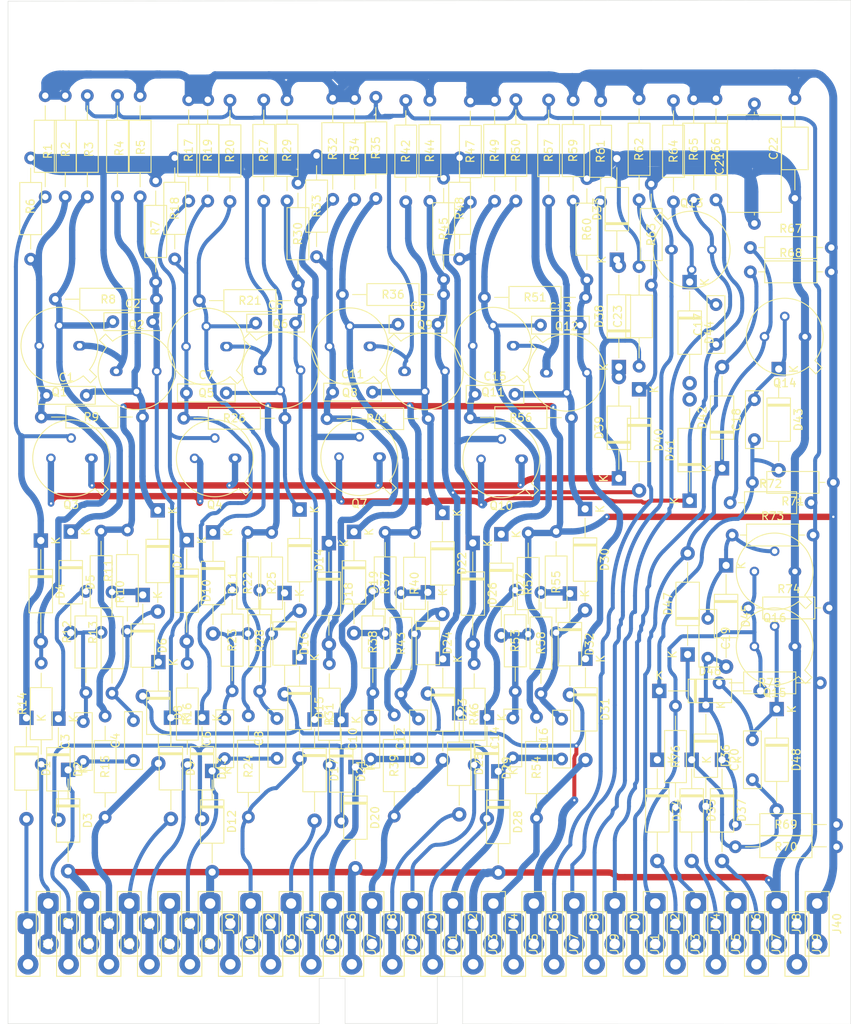
<source format=kicad_pcb>
(kicad_pcb (version 20240108) (generator "pcbnew") (generator_version "8.0")
  (layers (0 "F.Cu" signal) (31 "B.Cu" signal) (34 "B.Paste" user) (35 "F.Paste" user) (36 "B.SilkS" user "B.Silkscreen") (37 "F.SilkS" user "F.Silkscreen") (38 "B.Mask" user) (39 "F.Mask" user) (44 "Edge.Cuts" user))
  (net 0 "")
  (net 1 "Net-(D4-A)")
  (net 2 "Net-(D1-K)")
  (net 3 "Net-(D7-K)")
  (net 4 "Net-(D6-K)")
  (net 5 "Net-(D8-K)")
  (net 6 "P3")
  (net 7 "Net-(D15-K)")
  (net 8 "Net-(D10-A)")
  (net 9 "Net-(D14-K)")
  (net 10 "Net-(D14-A)")
  (net 11 "Net-(D23-K)")
  (net 12 "Net-(D19-K)")
  (net 13 "Net-(D41-K)")
  (net 14 "Net-(D39-K)")
  (net 15 "Net-(D22-K)")
  (net 16 "Net-(D27-K)")
  (net 17 "Net-(D30-K)")
  (net 18 "Net-(D30-A)")
  (net 19 "P1")
  (net 20 "P5")
  (net 21 "Net-(D10-K)")
  (net 22 "Net-(D13-K)")
  (net 23 "Net-(D17-K)")
  (net 24 "Net-(D25-K)")
  (net 25 "Net-(D32-K)")
  (net 26 "P2")
  (net 27 "Net-(D7-A)")
  (net 28 "Net-(D11-A)")
  (net 29 "Net-(D19-A)")
  (net 30 "Net-(D36-K)")
  (net 31 "P6")
  (net 32 "P7")
  (net 33 "P9")
  (net 34 "P12")
  (net 35 "P14")
  (net 36 "P15")
  (net 37 "P16")
  (net 38 "P18")
  (net 39 "P19")
  (net 40 "P20")
  (net 41 "P21")
  (net 42 "P22")
  (net 43 "P24")
  (net 44 "P25")
  (net 45 "P27")
  (net 46 "P29")
  (net 47 "P30")
  (net 48 "P31")
  (net 49 "P32")
  (net 50 "P33")
  (net 51 "P34")
  (net 52 "P35")
  (net 53 "P36")
  (net 54 "P37")
  (net 55 "P39")
  (net 56 "P40")
  (net 57 "Net-(D38-K)")
  (net 58 "Net-(D41-A)")
  (net 59 "GND")
  (net 60 "COM_A")
  (net 61 "unconnected-(J8-Pin_1-Pad1)")
  (net 62 "unconnected-(J11-Pin_1-Pad1)")
  (net 63 "unconnected-(J13-Pin_1-Pad1)")
  (net 64 "Net-(D44-K)")
  (net 65 "Net-(D27-A)")
  (net 66 "Net-(D33-K)")
  (net 67 "Net-(D5-A)")
  (net 68 "Net-(D43-K)")
  (net 69 "Net-(D34-K)")
  (net 70 "Net-(D45-K)")
  (net 71 "Net-(D48-K)")
  (net 72 "Net-(D35-K)")
  (net 73 "Net-(D29-K)")
  (net 74 "Net-(D24-K)")
  (net 75 "Net-(D21-K)")
  (net 76 "Net-(D16-K)")
  (net 77 "Net-(D26-A)")
  (net 78 "Net-(D31-K)")
  (net 79 "Net-(D22-A)")
  (net 80 "Net-(D18-A)")
  (net 81 "Net-(D11-K)")
  (net 82 "Net-(D2-K)")
  (net 83 "Net-(D5-K)")
  (footprint "TestPoint:TestPoint_2Pads_Pitch5.08mm_Drill1.3mm" (layer "F.Cu") (at 148.844 146.05 -90)
    (property "Reference" "J20")
    (property "Value" "Conn_01x02_Pin" (hide yes))
  )
  (footprint "Diode_THT:D_A-405_P12.70mm_Horizontal" (layer "F.Cu") (at 183.642 95.504 90)
    (property "Reference" "D41")
    (property "Value" "1N4148")
  )
  (footprint "Diode_THT:D_A-405_P12.70mm_Horizontal" (layer "F.Cu") (at 168.6052 107.1626 -90)
    (property "Reference" "D32")
    (property "Value" "1N4148")
  )
  (footprint "Diode_THT:D_A-405_P12.70mm_Horizontal" (layer "F.Cu") (at 102.1842 100.5078 -90)
    (property "Reference" "D4")
    (property "Value" "1N4148")
  )
  (footprint "Package_TO_SOT_THT:TO-5-3" (layer "F.Cu") (at 147.8534 79.2734)
    (property "Reference" "Q9")
    (property "Value" "Q_PNP_EBC")
  )
  (footprint "Capacitor_THT:C_Rect_L7.0mm_W2.0mm_P5.00mm" (layer "F.Cu") (at 161.4424 127.7836 90)
    (property "Reference" "C14")
    (property "Value" "C")
  )
  (footprint "custom:R_Axial_DIN0207_L6.3mm_D2.5mm_P12.7 mm_Horizontal" (layer "F.Cu") (at 118.999 65.1848 90)
    (property "Reference" "R18")
    (property "Value" "R")
  )
  (footprint "Package_TO_SOT_THT:TO-5-3" (layer "F.Cu") (at 107.061 76.073 180)
    (property "Reference" "Q1")
    (property "Value" "Q_PNP_EBC")
  )
  (footprint "custom:R_Axial_DIN0207_L6.3mm_D2.5mm_P12.7 mm_Horizontal" (layer "F.Cu") (at 156.591 128.6594 90)
    (property "Reference" "R46")
    (property "Value" "R")
  )
  (footprint "custom:R_Axial_DIN0207_L6.3mm_D2.5mm_P12.7 mm_Horizontal" (layer "F.Cu") (at 157.878 70.0024)
    (property "Reference" "R51")
    (property "Value" "R")
  )
  (footprint "TestPoint:TestPoint_2Pads_Pitch5.08mm_Drill1.3mm" (layer "F.Cu") (at 118.364 146.05 -90)
    (property "Reference" "J8")
    (property "Value" "Conn_01x02_Pin" (hide yes))
  )
  (footprint "custom:R_Axial_DIN0207_L6.3mm_D2.5mm_P12.7 mm_Horizontal" (layer "F.Cu") (at 178.816 55.77 -90)
    (property "Reference" "R63")
    (property "Value" "R")
  )
  (footprint "Capacitor_THT:C_Rect_L7.0mm_W2.0mm_P5.00mm" (layer "F.Cu") (at 167.5638 127.9252 90)
    (property "Reference" "C16")
    (property "Value" "C")
  )
  (footprint "custom:R_Axial_DIN0207_L6.3mm_D2.5mm_P12.7 mm_Horizontal" (layer "F.Cu") (at 166.878 112.0732 90)
    (property "Reference" "R55")
    (property "Value" "R")
  )
  (footprint "TestPoint:TestPoint_2Pads_Pitch5.08mm_Drill1.3mm" (layer "F.Cu") (at 103.124 146.05 -90)
    (property "Reference" "J2")
    (property "Value" "Conn_01x02_Pin" (hide yes))
  )
  (footprint "Diode_THT:D_A-405_P12.70mm_Horizontal" (layer "F.Cu") (at 116.9416 115.7732 -90)
    (property "Reference" "D8")
    (property "Value" "1N4148")
  )
  (footprint "Diode_THT:D_A-405_P12.70mm_Horizontal" (layer "F.Cu") (at 139.9032 123.0122 -90)
    (property "Reference" "D21")
    (property "Value" "1N4148")
  )
  (footprint "TestPoint:TestPoint_2Pads_Pitch5.08mm_Drill1.3mm" (layer "F.Cu") (at 169.164 146.05 -90)
    (property "Reference" "J28")
    (property "Value" "Conn_01x02_Pin" (hide yes))
  )
  (footprint "Diode_THT:D_A-405_P12.70mm_Horizontal" (layer "F.Cu") (at 138.3538 100.838 -90)
    (property "Reference" "D18")
    (property "Value" "1N4148")
  )
  (footprint "custom:R_Axial_DIN0207_L6.3mm_D2.5mm_P12.7 mm_Horizontal" (layer "F.Cu") (at 189.374 136.144)
    (property "Reference" "R69")
    (property "Value" "R")
  )
  (footprint "TestPoint:TestPoint_2Pads_Pitch5.08mm_Drill1.3mm" (layer "F.Cu") (at 181.864 148.59 -90)
    (property "Reference" "J33")
    (property "Value" "Conn_01x02_Pin" (hide yes))
  )
  (footprint "Diode_THT:D_A-405_P12.70mm_Horizontal" (layer "F.Cu") (at 136.5504 122.9614 -90)
    (property "Reference" "D17")
    (property "Value" "1N4148")
  )
  (footprint "custom:R_Axial_DIN0207_L6.3mm_D2.5mm_P12.7 mm_Horizontal" (layer "F.Cu") (at 161.7472 119.4392 90)
    (property "Reference" "R53")
    (property "Value" "R")
  )
  (footprint "TestPoint:TestPoint_2Pads_Pitch5.08mm_Drill1.3mm" (layer "F.Cu") (at 156.464 148.59 -90)
    (property "Reference" "J23")
    (property "Value" "Conn_01x02_Pin" (hide yes))
  )
  (footprint "custom:R_Axial_DIN0207_L6.3mm_D2.5mm_P12.7 mm_Horizontal" (layer "F.Cu") (at 144.2466 44.8988 -90)
    (property "Reference" "R35")
    (property "Value" "R")
  )
  (footprint "Diode_THT:D_A-405_P12.70mm_Horizontal" (layer "F.Cu") (at 194.818 78.994 -90)
    (property "Reference" "D43")
    (property "Value" "D_Zener")
  )
  (footprint "custom:R_Axial_DIN0207_L6.3mm_D2.5mm_P12.7 mm_Horizontal" (layer "F.Cu") (at 187.342 118.364)
    (property "Reference" "R75")
    (property "Value" "R")
  )
  (footprint "custom:R_Axial_DIN0207_L6.3mm_D2.5mm_P12.7 mm_Horizontal" (layer "F.Cu") (at 177.292 57.768 90)
    (property "Reference" "R62")
    (property "Value" "R")
  )
  (footprint "Capacitor_THT:C_Rect_L7.0mm_W2.0mm_P5.00mm" (layer "F.Cu") (at 149.606 127.8998 90)
    (property "Reference" "C12")
    (property "Value" "C")
  )
  (footprint "Diode_THT:D_A-405_P12.70mm_Horizontal" (layer "F.Cu") (at 187.706 128.016 -90)
    (property "Reference" "D37")
    (property "Value" "1N4148")
  )
  (footprint "custom:R_Axial_DIN0207_L6.3mm_D2.5mm_P12.7 mm_Horizontal" (layer "F.Cu") (at 145.415 99.4834 -90)
    (property "Reference" "R37")
    (property "Value" "R")
  )
  (footprint "custom:R_Axial_DIN0207_L6.3mm_D2.5mm_P12.7 mm_Horizontal" (layer "F.Cu") (at 140.0472 69.6468)
    (property "Reference" "R36")
    (property "Value" "R")
  )
  (footprint "Package_TO_SOT_THT:TO-5-3" (layer "F.Cu") (at 196.85 104.394 180)
    (property "Reference" "Q16")
    (property "Value" "Q_PNP_EBC")
  )
  (footprint "custom:R_Axial_DIN0207_L6.3mm_D2.5mm_P12.7 mm_Horizontal" (layer "F.Cu") (at 154.7622 65.1848 90)
    (property "Reference" "R48")
    (property "Value" "R")
  )
  (footprint "custom:R_Axial_DIN0207_L6.3mm_D2.5mm_P12.7 mm_Horizontal" (layer "F.Cu") (at 149.098 112.2256 90)
    (property "Reference" "R40")
    (property "Value" "R")
  )
  (footprint "Diode_THT:D_A-405_P12.70mm_Horizontal" (layer "F.Cu") (at 179.578 128.016 -90)
    (property "Reference" "D34")
    (property "Value" "1N4148")
  )
  (footprint "custom:R_Axial_DIN0207_L6.3mm_D2.5mm_P12.7 mm_Horizontal" (layer "F.Cu") (at 152.7556 67.7502 90)
    (property "Reference" "R45")
    (property "Value" "R")
  )
  (footprint "custom:R_Axial_DIN0207_L6.3mm_D2.5mm_P12.7 mm_Horizontal" (layer "F.Cu") (at 184.15 57.768 90)
    (property "Reference" "R65")
    (property "Value" "R")
  )
  (footprint "custom:R_Axial_DIN0207_L6.3mm_D2.5mm_P12.7 mm_Horizontal" (layer "F.Cu") (at 147.3962 119.7694 90)
    (property "Reference" "R43")
    (property "Value" "R")
  )
  (footprint "custom:R_Axial_DIN0207_L6.3mm_D2.5mm_P12.7 mm_Horizontal" (layer "F.Cu") (at 148.0058 45.3052 -90)
    (property "Reference" "R42")
    (property "Value" "R")
  )
  (footprint "TestPoint:TestPoint_2Pads_Pitch5.08mm_Drill1.3mm" (layer "F.Cu") (at 136.144 148.59 -90)
    (property "Reference" "J15")
    (property "Value" "Conn_01x02_Pin" (hide yes))
  )
  (footprint "Capacitor_THT:C_Rect_L7.0mm_W2.0mm_P5.00mm" (layer "F.Cu") (at 120.4614 81.9912)
    (property "Reference" "C7")
    (property "Value" "C")
  )
  (footprint "Diode_THT:D_A-405_P12.70mm_Horizontal" (layer "F.Cu") (at 152.6032 97.028 -90)
    (property "Reference" "D22")
    (property "Value" "1N4148")
  )
  (footprint "custom:R_Axial_DIN0207_L6.3mm_D2.5mm_P12.7 mm_Horizontal" (layer "F.Cu") (at 111.125 119.6678 90)
    (property "Reference" "R13")
    (property "Value" "R")
  )
  (footprint "custom:R_Axial_DIN0207_L6.3mm_D2.5mm_P12.7 mm_Horizontal" (layer "F.Cu") (at 102.252 85.0138)
    (property "Reference" "R9")
    (property "Value" "R")
  )
  (footprint "custom:R_Axial_DIN0207_L6.3mm_D2.5mm_P12.7 mm_Horizontal" (layer "F.Cu") (at 128.2446 122.4958 -90)
    (property "Reference" "R24")
    (property "Value" "R")
  )
  (footprint "Diode_THT:D_A-405_P12.70mm_Horizontal" (layer "F.Cu") (at 100.3808 122.7582 -90)
    (property "Reference" "D1")
    (property "Value" "1N4148")
  )
  (footprint "Capacitor_THT:C_Rect_L7.0mm_W2.0mm_P5.00mm" (layer "F.Cu") (at 143.6116 127.9252 90)
    (property "Reference" "C10")
    (property "Value" "C")
  )
  (footprint "Diode_THT:D_A-405_P12.70mm_Horizontal" (layer "F.Cu") (at 123.698 129.413 -90)
    (property "Reference" "D12")
    (property "Value" "1N4148")
  )
  (footprint "Capacitor_THT:C_Rect_L7.0mm_W2.0mm_P5.00mm" (layer "F.Cu") (at 113.8174 128.103 90)
    (property "Reference" "C4")
    (property "Value" "C")
  )
  (footprint "Package_TO_SOT_THT:TO-5-3" (layer "F.Cu") (at 162.5346 90.3224 180)
    (property "Reference" "Q10")
    (property "Value" "Q_PNP_EBC")
  )
  (footprint "TestPoint:TestPoint_2Pads_Pitch5.08mm_Drill1.3mm" (layer "F.Cu") (at 141.224 148.59 -90)
    (property "Reference" "J17")
    (property "Value" "Conn_01x02_Pin" (hide yes))
  )
  (footprint "TestPoint:TestPoint_2Pads_Pitch5.08mm_Drill1.3mm" (layer "F.Cu") (at 153.924 146.05 -90)
    (property "Reference" "J22")
    (property "Value" "Conn_01x02_Pin" (hide yes))
  )
  (footprint "custom:R_Axial_DIN0207_L6.3mm_D2.5mm_P12.7 mm_Horizontal" (layer "F.Cu") (at 129.667 119.4392 90)
    (property "Reference" "R28")
    (property "Value" "R")
  )
  (footprint "TestPoint:TestPoint_2Pads_Pitch5.08mm_Drill1.3mm" (layer "F.Cu") (at 179.324 146.05 -90)
    (property "Reference" "J32")
    (property "Value" "Conn_01x02_Pin" (hide yes))
  )
  (footprint "custom:R_Axial_DIN0207_L6.3mm_D2.5mm_P12.7 mm_Horizontal" (layer "F.Cu") (at 156.1 85.09)
    (property "Reference" "R56")
    (property "Value" "R")
  )
  (footprint "custom:R_Axial_DIN0207_L6.3mm_D2.5mm_P12.7 mm_Horizontal" (layer "F.Cu") (at 143.8656 119.5916 90)
    (property "Reference" "R38")
    (property "Value" "R")
  )
  (footprint "Diode_THT:D_A-405_P12.70mm_Horizontal" (layer "F.Cu") (at 183.896 128.016 -90)
    (property "Reference" "D35")
    (property "Value" "1N4148")
  )
  (footprint "Diode_THT:D_A-405_P12.70mm_Horizontal" (layer "F.Cu") (at 132.7912 107.0864 -90)
    (property "Reference" "D16")
    (property "Value" "1N4148")
  )
  (footprint "custom:R_Axial_DIN0207_L6.3mm_D2.5mm_P12.7 mm_Horizontal" (layer "F.Cu") (at 161.8234 45.2036 -90)
    (property "Reference" "R50")
    (property "Value" "R")
  )
  (footprint "TestPoint:TestPoint_2Pads_Pitch5.08mm_Drill1.3mm" (layer "F.Cu") (at 110.744 148.59 -90)
    (property "Reference" "J5")
    (property "Value" "Conn_01x02_Pin" (hide yes))
  )
  (footprint "Diode_THT:D_A-405_P12.70mm_Horizontal" (layer "F.Cu") (at 170.5102 96.5454 -90)
    (property "Reference" "D30")
    (property "Value" "1N4148")
  )
  (footprint "TestPoint:TestPoint_2Pads_Pitch5.08mm_Drill1.3mm" (layer "F.Cu") (at 143.764 146.05 -90)
    (property "Reference" "J18")
    (property "Value" "Conn_01x02_Pin" (hide yes))
  )
  (footprint "Diode_THT:D_A-405_P12.70mm_Horizontal" (layer "F.Cu") (at 134.6708 115.1636 -90)
    (property "Reference" "D15")
    (property "Value" "1N4148")
  )
  (footprint "custom:R_Axial_DIN0207_L6.3mm_D2.5mm_P12.7 mm_Horizontal" (layer "F.Cu") (at 110.2614 122.5296 -90)
    (property "Reference" "R15")
    (property "Value" "R")
  )
  (footprint "custom:R_Axial_DIN0207_L6.3mm_D2.5mm_P12.7 mm_Horizontal" (layer "F.Cu") (at 172.466 58.022 90)
    (property "Reference" "R61")
    (property "Value" "R")
  )
  (footprint "Resistor_THT:R_Axial_DIN0207_L6.3mm_D2.5mm_P10.16mm_Horizontal" (layer "F.Cu") (at 201.676 93.218 180)
    (property "Reference" "R71")
    (property "Value" "R")
  )
  (footprint "TestPoint:TestPoint_2Pads_Pitch5.08mm_Drill1.3mm" (layer "F.Cu") (at 120.904 148.59 -90)
    (property "Reference" "J9")
    (property "Value" "Conn_01x02_Pin" (hide yes))
  )
  (footprint "Diode_THT:D_A-405_P12.70mm_Horizontal" (layer "F.Cu") (at 123.7996 99.4918 -90)
    (property "Reference" "D11")
    (property "Value" "1N4148")
  )
  (footprint "custom:R_Axial_DIN0207_L6.3mm_D2.5mm_P12.7 mm_Horizontal" (layer "F.Cu") (at 104.0046 70.231)
    (property "Reference" "R8")
    (property "Value" "R")
  )
  (footprint "TestPoint:TestPoint_2Pads_Pitch5.08mm_Drill1.3mm" (layer "F.Cu") (at 108.204 146.05 -90)
    (property "Reference" "J4")
    (property "Value" "Conn_01x02_Pin" (hide yes))
  )
  (footprint "TestPoint:TestPoint_2Pads_Pitch5.08mm_Drill1.3mm" (layer "F.Cu") (at 164.084 146.05 -90)
    (property "Reference" "J26")
    (property "Value" "Conn_01x02_Pin" (hide yes))
  )
  (footprint "Diode_THT:D_A-405_P12.70mm_Horizontal" (layer "F.Cu") (at 141.6812 128.9304 -90)
    (property "Reference" "D20")
    (property "Value" "1N4148")
  )
  (footprint "Package_TO_SOT_THT:TO-5-3" (layer "F.Cu") (at 144.7038 90.043 180)
    (property "Reference" "Q7")
    (property "Value" "Q_PNP_EBC")
  )
  (footprint "TestPoint:TestPoint_2Pads_Pitch5.08mm_Drill1.3mm" (layer "F.Cu") (at 192.024 148.59 -90)
    (property "Reference" "J37")
    (property "Value" "Conn_01x02_Pin" (hide yes))
  )
  (footprint "TestPoint:TestPoint_2Pads_Pitch5.08mm_Drill1.3mm" (layer "F.Cu") (at 189.484 146.05 -90)
    (property "Reference" "J36")
    (property "Value" "Conn_01x02_Pin" (hide yes))
  )
  (footprint "Diode_THT:D_A-405_P12.70mm_Horizontal" (layer "F.Cu") (at 179.832 119.38)
    (property "Reference" "D46")
    (property "Value" "1N4148")
  )
  (footprint "Package_TO_SOT_THT:TO-5-3" (layer "F.Cu") (at 126.5682 90.1954 180)
    (property "Reference" "Q4")
    (property "Value" "Q_PNP_EBC")
  )
  (footprint "Package_TO_SOT_THT:TO-5-3" (layer "F.Cu") (at 111.6584 79.2734)
    (property "Reference" "Q2")
    (property "Value" "Q_PNP_EBC")
  )
  (footprint "Resistor_THT:R_Axial_DIN0207_L6.3mm_D2.5mm_P10.16mm_Horizontal" (layer "F.Cu") (at 191.262 66.802)
    (property "Reference" "R68")
    (property "Value" "R")
  )
  (footprint "custom:R_Axial_DIN0207_L6.3mm_D2.5mm_P12.7 mm_Horizontal" (layer "F.Cu") (at 107.8484 119.5916 90)
    (property "Reference" "R12")
    (property "Value" "R")
  )
  (footprint "custom:R_Axial_DIN0207_L6.3mm_D2.5mm_P12.7 mm_Horizontal" (layer "F.Cu") (at 181.61 58.022 90)
    (property "Reference" "R64")
    (property "Value" "R")
  )
  (footprint "custom:R_Axial_DIN0207_L6.3mm_D2.5mm_P12.7 mm_Horizontal" (layer "F.Cu") (at 138.1168 85.217)
    (property "Reference" "R41")
    (property "Value" "R")
  )
  (footprint "custom:R_Axial_DIN0207_L6.3mm_D2.5mm_P12.7 mm_Horizontal" (layer "F.Cu") (at 164.4142 122.6482 -90)
    (property "Reference" "R54")
    (property "Value" "R")
  )
  (footprint "custom:R_Axial_DIN0207_L6.3mm_D2.5mm_P12.7 mm_Horizontal" (layer "F.Cu") (at 169.0116 45.229 -90)
    (property "Reference" "R59")
    (property "Value" "R")
  )
  (footprint "custom:R_Axial_DIN0207_L6.3mm_D2.5mm_P12.7 mm_Horizontal" (layer "F.Cu") (at 100.9142 65.2102 90)
    (property "Reference" "R6")
    (property "Value" "R")
  )
  (footprint "custom:R_Axial_DIN0207_L6.3mm_D2.5mm_P12.7 mm_Horizontal" (layer "F.Cu") (at 138.8364 45.0004 -90)
    (property "Reference" "R32")
    (property "Value" "R")
  )
  (footprint "custom:R_Axial_DIN0207_L6.3mm_D2.5mm_P12.7 mm_Horizontal" (layer "F.Cu") (at 120.1336 85.1662)
    (property "Reference" "R26")
    (property "Value" "R")
  )
  (footprint "Capacitor_THT:C_Axial_L12.0mm_D6.5mm_P15.00mm_Horizontal" (layer "F.Cu") (at 191.77 60.72 90)
    (property "Reference" "C21")
    (property "Value" "C")
  )
  (footprint "TestPoint:TestPoint_2Pads_Pitch5.08mm_Drill1.3mm" (layer "F.Cu") (at 186.944 148.59 -90)
    (property "Reference" "J35")
    (property "Value" "Conn_01x02_Pin" (hide yes))
  )
  (footprint "TestPoint:TestPoint_2Pads_Pitch5.08mm_Drill1.3mm" (layer "F.Cu") (at 133.604 146.05 -90)
    (property "Reference" "J14")
    (property "Value" "Conn_01x02_Pin" (hide yes))
  )
  (footprint "custom:R_Axial_DIN0207_L6.3mm_D2.5mm_P12.7 mm_Horizontal" (layer "F.Cu") (at 120.5738 128.634 90)
    (property "Reference" "R16")
    (property "Value" "R")
  )
  (footprint "Diode_THT:D_A-405_P12.70mm_Horizontal" (layer "F.Cu") (at 159.9946 99.7204 -90)
    (property "Reference" "D27")
    (property "Value" "1N4148")
  )
  (footprint "custom:R_Axial_DIN0207_L6.3mm_D2.5mm_P12.7 mm_Horizontal" (layer "F.Cu") (at 131.1656 112.2002 90)
    (property "Reference" "R25")
    (property "Value" "R")
  )
  (footprint "Diode_THT:D_A-405_P12.70mm_Horizontal" (layer "F.Cu") (at 154.7114 122.174 -90)
    (property "Reference" "D25")
    (property "Value" "1N4148")
  )
  (footprint "TestPoint:TestPoint_2Pads_Pitch5.08mm_Drill1.3mm" (layer "F.Cu") (at 131.064 148.59 -90)
    (property "Reference" "J13")
    (property "Value" "Conn_01x02_Pin" (hide yes))
  )
  (footprint "Diode_THT:D_A-405_P12.70mm_Horizontal" (layer "F.Cu") (at 194.564 121.666 -90)
    (property "Reference" "D48")
    (property "Value" "D_Zener")
  )
  (footprint "TestPoint:TestPoint_2Pads_Pitch5.08mm_Drill1.3mm" (layer "F.Cu") (at 176.784 148.59 -90)
    (property "Reference" "J31")
    (property "Value" "Conn_01x02_Pin" (hide yes))
  )
  (footprint "Diode_THT:D_A-405_P12.70mm_Horizontal" (layer "F.Cu") (at 187.706 91.44 90)
    (property "Reference" "D42")
    (property "Value" "1N4148")
  )
  (footprint "Diode_THT:D_A-405_P12.70mm_Horizontal" (layer "F.Cu") (at 114.9858 107.3404 -90)
    (property "Reference" "D6")
    (property "Value" "1N4148")
  )
  (footprint "custom:R_Axial_DIN0207_L6.3mm_D2.5mm_P12.7 mm_Horizontal" (layer "F.Cu") (at 164.973 119.7186 90)
    (property "Reference" "R58")
    (property "Value" "R")
  )
  (footprint "TestPoint:TestPoint_2Pads_Pitch5.08mm_Drill1.3mm" (layer "F.Cu") (at 100.584 148.59 -90)
    (property "Reference" "J1")
    (property "Value" "Conn_01x02_Pin" (hide yes))
  )
  (footprint "custom:R_Axial_DIN0207_L6.3mm_D2.5mm_P12.7 mm_Horizontal" (layer "F.Cu") (at 146.558 122.3942 -90)
    (property "Reference" "R39")
    (property "Value" "R")
  )
  (footprint "Package_TO_SOT_THT:TO-5-3" (layer "F.Cu") (at 181.356 64.008)
    (property "Reference" "Q13")
    (property "Value" "Q_PNP_EBC")
  )
  (footprint "Diode_THT:D_A-405_P12.70mm_Horizontal" (layer "F.Cu") (at 104.394 122.8598 -90)
    (property "Reference" "D2")
    (property "Value" "1N4148")
  )
  (footprint "custom:R_Axial_DIN0207_L6.3mm_D2.5mm_P12.7 mm_Horizontal" (layer "F.Cu") (at 128.1684 99.4834 -90)
    (property "Reference" "R22")
    (property "Value" "R")
  )
  (footprint "Diode_THT:D_A-405_P12.70mm_Horizontal" (layer "F.Cu") (at 118.5164 122.7328 -90)
    (property "Reference" "D9")
    (property "Value" "1N4148")
  )
  (footprint "Diode_THT:D_A-405_P12.70mm_Horizontal" (layer "F.Cu") (at 134.6708 96.6216 -90)
    (property "Reference" "D14")
    (property "Value" "1N4148")
  )
  (footprint "Diode_THT:D_A-405_P12.70mm_Horizontal" (layer "F.Cu") (at 177.292 81.534 -90)
    (property "Reference" "D40")
    (property "Value" "1N4148")
  )
  (footprint "Capacitor_THT:C_Rect_L7.0mm_W2.0mm_P5.00mm" (layer "F.Cu") (at 102.8992 82.296)
    (property "Reference" "C1")
    (property "Value" "C")
  )
  (footprint "Package_TO_SOT_THT:TO-5-3" (layer "F.Cu") (at 129.7178 79.1464)
    (property "Reference" "Q6")
    (property "Value" "Q_PNP_EBC")
  )
  (footprint "Diode_THT:D_A-405_P12.70mm_Horizontal" (layer "F.Cu") (at 152.654 115.3668 -90)
    (property "Reference" "D23")
    (property "Value" "1N4148")
  )
  (footprint "Diode_THT:D_A-405_P12.70mm_Horizontal" (layer "F.Cu") (at 174.752 92.71 90)
    (property "Reference" "D39")
    (property "Value" "1N4148")
  )
  (footprint "Diode_THT:D_A-405_P12.70mm_Horizontal" (layer "F.Cu") (at 174.752 78.74 90)
    (property "Reference" "D38")
    (property "Value" "1N4148")
  )
  (footprint "Resistor_THT:R_Axial_DIN0207_L6.3mm_D2.5mm_P10.16mm_Horizontal" (layer "F.Cu") (at 191.008 108.966)
    (property "Reference" "R74")
    (property "Value" "R")
  )
  (footprint "custom:R_Axial_DIN0207_L6.3mm_D2.5mm_P12.7 mm_Horizontal" (layer "F.Cu") (at 159.1564 45.229 -90)
    (property "Reference" "R49")
    (property "Value" "R")
  )
  (footprint "Diode_THT:D_A-405_P12.70mm_Horizontal" (layer "F.Cu") (at 183.642 68.072 -90)
    (property "Reference" "D44")
    (property "Value" "D_Zener")
  )
  (footprint "custom:R_Axial_DIN0207_L6.3mm_D2.5mm_P12.7 mm_Horizontal" (layer "F.Cu") (at 165.9382 45.229 -90)
    (property "Reference" "R57")
    (property "Value" "R")
  )
  (footprint "custom:R_Axial_DIN0207_L6.3mm_D2.5mm_P12.7 mm_Horizontal" (layer "F.Cu") (at 109.7534 99.331 -90)
    (property "Reference" "R10")
    (property "Value" "R")
  )
  (footprint "custom:R_Axial_DIN0207_L6.3mm_D2.5mm_P12.7 mm_Horizontal" (layer "F.Cu") (at 105.2576 44.6956 -90)
    (property "Reference" "R2")
    (property "Value" "R")
  )
  (footprint "Diode_THT:D_A-405_P12.70mm_Horizontal" (layer "F.Cu") (at 158.1912 122.7074 -90)
    (property "Reference" "D29")
    (property "Value" "1N4148")
  )
  (footprint "Package_TO_SOT_THT:TO-5-3" (layer "F.Cu") (at 165.6588 79.4512)
    (property "Reference" "Q12")
    (property "Value" "Q_PNP_EBC")
  )
  (footprint "Package_TO_SOT_THT:TO-5-3" (layer "F.Cu") (at 143.51 76.1492 180)
    (property "Reference" "Q8")
    (property "Value" "Q_PNP_EBC")
  )
  (footprint "TestPoint:TestPoint_2Pads_Pitch5.08mm_Drill1.3mm" (layer "F.Cu") (at 113.284 146.05 -90)
    (property "Reference" "J6")
    (property "Value" "Conn_01x02_Pin" (hide yes))
  )
  (footprint "Capacitor_THT:C_Rect_L7.0mm_W2.0mm_P5.00mm" (layer "F.Cu") (at 125.2728 127.8744 90)
    (property "Reference" "C6")
    (property "Value" "C")
  )
  (footprint "TestPoint:TestPoint_2Pads_Pitch5.08mm_Drill1.3mm" (layer "F.Cu") (at 123.444 146.05 -90)
    (property "Reference" "J10")
    (property "Value" "Conn_01x02_Pin" (hide yes))
  )
  (footprint "custom:R_Axial_DIN0207_L6.3mm_D2.5mm_P12.7 mm_Horizontal" (layer "F.Cu") (at 123.1392 45.2036 -90)
    (property "Reference" "R19")
    (property "Value" "R")
  )
  (footprint "custom:R_Axial_DIN0207_L6.3mm_D2.5mm_P12.7 mm_Horizontal" (layer "F.Cu") (at 130.175 45.229 -90)
    (property "Reference" "R27")
    (property "Value" "R")
  )
  (footprint "Package_TO_SOT_THT:TO-5-3" (layer "F.Cu") (at 108.5342 90.1954 180)
    (property "Reference" "Q3")
    (property "Value" "Q_PNP_EBC")
  )
  (footprint "Diode_THT:D_A-405_P12.70mm_Horizontal" (layer "F.Cu") (at 156.4132 100.8126 -90)
    (property "Reference" "D26")
    (property "Value" "1N4148")
  )
  (footprint "Diode_THT:D_A-405_P12.70mm_Horizontal" (layer "F.Cu") (at 159.6136 129.4638 -90)
    (property "Reference" "D28")
    (property "Value" "1N4148")
  )
  (footprint "Diode_THT:D_A-405_P12.70mm_Horizontal" (layer "F.Cu") (at 141.5034 99.4156 -90)
    (property "Reference" "D19")
    (property "Value" "1N4148")
  )
  (footprint "custom:R_Axial_DIN0207_L6.3mm_D2.5mm_P12.7 mm_Horizontal" (layer "F.Cu") (at 113.0554 111.8954 90)
    (property "Reference" "R11")
    (property "Value" "R")
  )
  (footprint "Diode_THT:D_A-405_P12.70mm_Horizontal" (layer "F.Cu") (at 170.561 115.3414 -90)
    (property "Reference" "D31")
    (property "Value" "1N4148")
  )
  (footprint "Capacitor_THT:C_Rect_L7.0mm_W2.0mm_P5.00mm" (layer "F.Cu") (at 186.944 75.906 90)
    (property "Reference" "C17")
    (property "Value" "C")
  )
  (footprint "custom:R_Axial_DIN0207_L6.3mm_D2.5mm_P12.7 mm_Horizontal" (layer "F.Cu") (at 126.2126 119.363 90)
    (property "Reference" "R23")
    (property "Value" "R")
  )
  (footprint "Package_TO_SOT_THT:TO-5-3" (layer "F.Cu") (at 161.4932 76.073 180)
    (property "Reference" "Q11")
    (property "Value" "Q_PNP_EBC")
  )
  (footprint "Resistor_THT:R_Axial_DIN0207_L6.3mm_D2.5mm_P10.16mm_Horizontal" (layer "F.Cu") (at 188.976 99.822)
    (property "Reference" "R73")
    (property "Value" "R")
  )
  (footprint "Capacitor_THT:C_Rect_L7.0mm_W2.0mm_P5.00mm" (layer "F.Cu") (at 129.1628 73.2282)
    (property "Reference" "C5")
    (property "Value" "C")
  )
  (footprint "custom:R_Axial_DIN0207_L6.3mm_D2.5mm_P12.7 mm_Horizontal" (layer "F.Cu") (at 133.096 45.2036 -90)
    (property "Reference" "R29")
    (property "Value" "R")
  )
  (footprint "Package_TO_SOT_THT:TO-5-3" (layer "F.Cu") (at 196.85 113.792 180)
    (property "Reference" "Q15")
    (property "Value" "Q_PNP_EBC")
  )
  (footprint "custom:R_Axial_DIN0207_L6.3mm_D2.5mm_P12.7 mm_Horizontal" (layer "F.Cu") (at 111.8108 44.6956 -90)
    (property "Reference" "R4")
    (property "Value" "R")
  )
  (footprint "TestPoint:TestPoint_2Pads_Pitch5.08mm_Drill1.3mm" (layer "F.Cu") (at 194.564 146.05 -90)
    (property "Reference" "J38")
    (property "Value" "Conn_01x02_Pin" (hide yes))
  )
  (footprint "Capacitor_THT:C_Rect_L7.0mm_W2.0mm_P5.00mm" (layer "F.Cu") (at 111.2304 73.0504)
    (property "Reference" "C2")
    (property "Value" "C")
  )
  (footprint "Capacitor_THT:C_Rect_L7.0mm_W2.0mm_P5.00mm" (layer "F.Cu") (at 164.9114 73.4822)
    (property "Reference" "C13")
    (property "Value" "C")
  )
  (footprint "custom:R_Axial_DIN0207_L6.3mm_D2.5mm_P12.7 mm_Horizontal" (layer "F.Cu") (at 151.0284 45.2544 -90)
    (property "Reference" "R44")
    (property "Value" "R")
  )
  (footprint "Diode_THT:D_A-405_P12.70mm_Horizontal" (layer "F.Cu") (at 188.214 103.632 -90)
    (property "Reference" "D45")
    (property "Value" "D_Zener")
  )
  (footprint "custom:R_Axial_DIN0207_L6.3mm_D2.5mm_P12.7 mm_Horizontal" (layer "F.Cu") (at 102.235 128.5832 90)
    (property "Reference" "R14")
    (property "Value" "R")
  )
  (footprint "Diode_THT:D_A-405_P12.70mm_Horizontal" (layer "F.Cu") (at 122.428 122.7328 -90)
    (property "Reference" "D13")
    (property "Value" "1N4148")
  )
  (footprint "custom:R_Axial_DIN0207_L6.3mm_D2.5mm_P12.7 mm_Horizontal" (layer "F.Cu") (at 114.6556 44.6956 -90)
    (property "Reference" "R5")
    (property "Value" "R")
  )
  (footprint "Capacitor_THT:C_Rect_L7.0mm_W2.0mm_P5.00mm" (layer "F.Cu") (at 185.928 110.276 -90)
    (property "Reference" "C19")
    (property "Value" "C")
  )
  (footprint "Resistor_THT:R_Axial_DIN0207_L6.3mm_D2.5mm_P10.16mm_Horizontal" (layer "F.Cu") (at 188.722 95.758)
    (property "Reference" "R72")
    (property "Value" "R")
  )
  (footprint "TestPoint:TestPoint_2Pads_Pitch5.08mm_Drill1.3mm" (layer "F.Cu") (at 159.004 146.05 -90)
    (property "Reference" "J24")
    (property "Value" "Conn_01x02_Pin" (hide yes))
  )
  (footprint "Capacitor_THT:C_Rect_L7.0mm_W2.0mm_P5.00mm" (layer "F.Cu") (at 156.7072 82.169)
    (property "Reference" "C15")
    (property "Value" "C")
  )
  (footprint "TestPoint:TestPoint_2Pads_Pitch5.08mm_Drill1.3mm" (layer "F.Cu") (at 146.304 148.59 -90)
    (property "Reference" "J19")
    (property "Value" "Conn_01x02_Pin" (hide yes))
  )
  (footprint "Diode_THT:D_A-405_P12.70mm_Horizontal" (layer "F.Cu") (at 120.4976 100.457 -90)
    (property "Reference" "D10")
    (property "Value" "1N4148")
  )
  (footprint "Package_TO_SOT_THT:TO-5-3" (layer "F.Cu") (at 125.5014 76.1746 180)
    (property "Reference" "Q5")
    (property "Value" "Q_PNP_EBC")
  )
  (footprint "custom:R_Axial_DIN0207_L6.3mm_D2.5mm_P12.7 mm_Horizontal" (layer "F.Cu") (at 138.4046 128.6594 90)
    (property "Reference" "R31")
    (property "Value" "R")
  )
  (footprint "custom:R_Axial_DIN0207_L6.3mm_D2.5mm_P12.7 mm_Horizontal" (layer "F.Cu") (at 170.7388 67.801 90)
    (property "Reference" "R60")
    (property "Value" "R")
  )
  (footprint "custom:R_Axial_DIN0207_L6.3mm_D2.5mm_P12.7 mm_Horizontal" (layer "F.Cu") (at 181.864 133.968 90)
    (property "Reference" "R76")
    (property "Value" "R")
  )
  (footprint "custom:R_Axial_DIN0207_L6.3mm_D2.5mm_P12.7 mm_Horizontal" (layer "F.Cu") (at 134.4676 68.3598 90)
    (property "Reference" "R30")
    (property "Value" "R")
  )
  (footprint "Capacitor_THT:C_Rect_L7.0mm_W2.0mm_P5.00mm" (layer "F.Cu") (at 138.8256 81.8896)
    (property "Reference" "C11")
    (property "Value" "C")
  )
  (footprint "Capacitor_THT:C_Axial_L5.1mm_D3.1mm_P12.50mm_Horizontal" (layer "F.Cu") (at 177.292 78.64 90)
    (property "Reference" "C23")
    (property "Value" "C")
  )
  (footprint "Capacitor_THT:C_Rect_L7.0mm_W2.0mm_P5.00mm" (layer "F.Cu") (at 191.77 87.844 90)
    (property "Reference" "C18")
    (property "Value" "C")
  )
  (footprint "custom:R_Axial_DIN0207_L6.3mm_D2.5mm_P12.7 mm_Horizontal" (layer "F.Cu") (at 156.1084 45.356 -90)
    (property "Reference" "R47")
    (property "Value" "R")
  )
  (footprint "custom:R_Axial_DIN0207_L6.3mm_D2.5mm_P12.7 mm_Horizontal" (layer "F.Cu") (at 136.8044 64.9054 90)
    (property "Reference" "R33")
    (property "Value" "R")
  )
  (footprint "Capacitor_THT:C_Rect_L7.0mm_W2.0mm_P5.00mm" (layer "F.Cu") (at 147.0298 73.3806)
    (property "Reference" "C9")
    (property "Value" "C")
  )
  (footprint "custom:R_Axial_DIN0207_L6.3mm_D2.5mm_P12.7 mm_Horizontal" (layer "F.Cu") (at 189.374 138.938)
    (property "Reference" "R70")
    (property "Value" "R")
  )
  (footprint "Capacitor_THT:C_Rect_L7.0mm_W2.0mm_P5.00mm" (layer "F.Cu") (at 107.5182 128.23 90)
    (property "Reference" "C3")
    (property "Value" "C")
  )
  (footprint "Capacitor_THT:C_Rect_L7.0mm_W2.0mm_P5.00mm" (layer "F.Cu") (at 191.516 130.516 90)
    (property "Reference" "C20")
    (property "Value" "C")
  )
  (footprint "TestPoint:TestPoint_2Pads_Pitch5.08mm_Drill1.3mm" (layer "F.Cu") (at 197.104 148.59 -90)
    (property "Reference" "J39")
    (property "Value" "Conn_01x02_Pin" (hide yes))
  )
  (footprint "Diode_THT:D_A-405_P12.70mm_Horizontal" (layer "F.Cu") (at 116.8654 96.7232 -90)
    (property "Reference" "D7")
    (property "Value" "1N4148")
  )
  (footprint "TestPoint:TestPoint_2Pads_Pitch5.08mm_Drill1.3mm" (layer "F.Cu") (at 166.624 148.59 -90)
    (property "Reference" "J27")
    (property "Value" "Conn_01x02_Pin" (hide yes))
  )
  (footprint "custom:R_Axial_DIN0207_L6.3mm_D2.5mm_P12.7 mm_Horizontal" (layer "F.Cu") (at 122.0894 70.4088)
    (property "Reference" "R21")
    (property "Value" "R")
  )
  (footprint "custom:R_Axial_DIN0207_L6.3mm_D2.5mm_P12.7 mm_Horizontal" (layer "F.Cu") (at 186.944 57.768 90)
    (property "Reference" "R66")
    (property "Value" "R")
  )
  (footprint "Capacitor_THT:C_Axial_L5.1mm_D3.1mm_P12.50mm_Horizontal" (layer "F.Cu") (at 196.85 57.558 90)
    (property "Reference" "C22")
    (property "Value" "C")
  )
  (footprint "Diode_THT:D_A-405_P12.70mm_Horizontal" (layer "F.Cu") (at 174.498 65.278 90)
    (property "Reference" "D33")
    (property "Value" "1N4148")
  )
  (footprint "TestPoint:TestPoint_2Pads_Pitch5.08mm_Drill1.3mm" (layer "F.Cu") (at 128.524 146.05 -90)
    (property "Reference" "J12")
    (property "Value" "Conn_01x02_Pin" (hide yes))
  )
  (footprint "custom:R_Axial_DIN0207_L6.3mm_D2.5mm_P12.7 mm_Horizontal" (layer "F.Cu") (at 116.6114 68.0804 90)
    (property "Reference" "R7")
    (property "Value" "R")
  )
  (footprint "Package_TO_SOT_THT:TO-5-3" (layer "F.Cu") (at 198.12 74.93 180)
    (property "Reference" "Q14")
    (property "Value" "Q_PNP_EBC")
  )
  (footprint "Diode_THT:D_A-405_P12.70mm_Horizontal" (layer "F.Cu") (at 105.9434 99.3902 -90)
    (property "Reference" "D5")
    (property "Value" "1N4148")
  )
  (footprint "Resistor_THT:R_Axial_DIN0207_L6.3mm_D2.5mm_P10.16mm_Horizontal" (layer "F.Cu") (at 191.262 63.754)
    (property "Reference" "R67")
    (property "Value" "R")
  )
  (footprint "TestPoint:TestPoint_2Pads_Pitch5.08mm_Drill1.3mm" (layer "F.Cu") (at 138.684 146.05 -90)
    (property "Reference" "J16")
    (property "Value" "Conn_01x02_Pin" (hide yes))
  )
  (footprint "custom:R_Axial_DIN0207_L6.3mm_D2.5mm_P12.7 mm_Horizontal" (layer "F.Cu") (at 102.743 44.6956 -90)
    (property "Reference" "R1")
    (property "Value" "R")
  )
  (footprint "TestPoint:TestPoint_2Pads_Pitch5.08mm_Drill1.3mm" (layer "F.Cu") (at 151.384 148.59 -90)
    (property "Reference" "J21")
    (property "Value" "Conn_01x02_Pin" (hide yes))
  )
  (footprint "TestPoint:TestPoint_2Pads_Pitch5.08mm_Drill1.3mm" (layer "F.Cu") (at 171.704 148.59 -90)
    (property "Reference" "J29")
    (property "Value" "Conn_01x02_Pin" (hide yes))
  )
  (footprint "custom:R_Axial_DIN0207_L6.3mm_D2.5mm_P12.7 mm_Horizontal" (layer "F.Cu") (at 141.5796 45.0258 -90)
    (property "Reference" "R34")
    (property "Value" "R")
  )
  (footprint "Diode_THT:D_A-405_P12.70mm_Horizontal" (layer "F.Cu") (at 185.674 121.158 -90)
    (property "Reference" "D36")
    (property "Value" "1N4148")
  )
  (footprint "custom:R_Axial_DIN0207_L6.3mm_D2.5mm_P12.7 mm_Horizontal" (layer "F.Cu") (at 163.3728 99.5596 -90)
    (property "Reference" "R52")
    (property "Value" "R")
  )
  (footprint "TestPoint:TestPoint_2Pads_Pitch5.08mm_Drill1.3mm" (layer "F.Cu") (at 184.404 146.05 -90)
    (property "Reference" "J34")
    (property "Value" "Conn_01x02_Pin" (hide yes))
  )
  (footprint "custom:R_Axial_DIN0207_L6.3mm_D2.5mm_P12.7 mm_Horizontal" (layer "F.Cu") (at 125.9332 45.2798 -90)
    (property "Reference" "R20")
    (property "Value" "R")
  )
  (footprint "Capacitor_THT:C_Rect_L7.0mm_W2.0mm_P5.00mm" (layer "F.Cu") (at 131.826 127.8382 90)
    (property "Reference" "C8")
    (property "Value" "C")
  )
  (footprint "Diode_THT:D_A-405_P12.70mm_Horizontal" (layer "F.Cu") (at 183.388 114.808 90)
    (property "Reference" "D47")
    (property "Value" "1N4148")
  )
  (footprint "TestPoint:TestPoint_2Pads_Pitch5.08mm_Drill1.3mm" (layer "F.Cu") (at 199.644 146.05 -90)
    (property "Reference" "J40")
    (property "Value" "Conn_01x02_Pin" (hide yes))
  )
  (footprint "custom:R_Axial_DIN0207_L6.3mm_D2.5mm_P12.7 mm_Horizontal" (layer "F.Cu") (at 108.0262 44.6956 -90)
    (property "Reference" "R3")
    (property "Value" "R")
  )
  (footprint "custom:R_Axial_DIN0207_L6.3mm_D2.5mm_P12.7 mm_Horizontal" (layer "F.Cu") (at 120.7516 45.2036 -90)
    (property "Reference" "R17")
    (property "Value" "R")
  )
  (footprint "TestPoint:TestPoint_2Pads_Pitch5.08mm_Drill1.3mm" (layer "F.Cu") (at 115.824 148.59 -90)
    (property "Reference" "J7")
    (property "Value" "Conn_01x02_Pin" (hide yes))
  )
  (footprint "Diode_THT:D_A-405_P12.70mm_Horizontal" (layer "F.Cu") (at 105.6132 129.286 -90)
    (property "Reference" "D3")
    (property "Value" "1N4148")
  )
  (footprint "TestPoint:TestPoint_2Pads_Pitch5.08mm_Drill1.3mm" (layer "F.Cu") (at 105.664 148.59 -90)
    (property "Reference" "J3")
    (property "Value" "Conn_01x02_Pin" (hide yes))
  )
  (footprint "TestPoint:TestPoint_2Pads_Pitch5.08mm_Drill1.3mm" (layer "F.Cu") (at 125.984 148.59 -90)
    (property "Reference" "J11")
    (property "Value" "Conn_01x02_Pin" (hide yes))
  )
  (footprint "Diode_THT:D_A-405_P12.70mm_Horizontal" (layer "F.Cu") (at 150.7744 107.0102 -90)
    (property "Reference" "D24")
    (property "Value" "1N4148")
  )
  (footprint "TestPoint:TestPoint_2Pads_Pitch5.08mm_Drill1.3mm" (layer "F.Cu") (at 161.544 148.59 -90)
    (property "Reference" "J25")
    (property "Value" "Conn_01x02_Pin" (hide yes))
  )
  (footprint "TestPoint:TestPoint_2Pads_Pitch5.08mm_Drill1.3mm" (layer "F.Cu") (at 174.244 146.05 -90)
    (property "Reference" "J30")
    (property "Value" "Conn_01x02_Pin" (hide yes))
  )
  (gr_line (start 151.9682 155.2194) (end 155.1432 155.2194) (stroke (width 0.05)) (layer "Edge.Cuts"))
  (gr_line (start 155.1432 155.2194) (end 155.1432 161.163) (stroke (width 0.05)) (layer "Edge.Cuts"))
  (gr_line (start 137.1346 155.448) (end 140.3858 155.448) (stroke (width 0.05)) (layer "Edge.Cuts"))
  (gr_line (start 203.8858 32.7152) (end 98.0694 32.8422) (stroke (width 0.05)) (layer "Edge.Cuts"))
  (gr_line (start 98.0694 161.1376) (end 137.1346 161.1376) (stroke (width 0.05)) (layer "Edge.Cuts"))
  (gr_line (start 151.9682 161.1122) (end 151.9682 155.2194) (stroke (width 0.05)) (layer "Edge.Cuts"))
  (gr_line (start 203.8604 161.1884) (end 203.8858 32.7152) (stroke (width 0.05)) (layer "Edge.Cuts"))
  (gr_line (start 137.1346 161.1376) (end 137.1346 155.448) (stroke (width 0.05)) (layer "Edge.Cuts"))
  (gr_line (start 140.3858 155.448) (end 140.3858 161.1122) (stroke (width 0.05)) (layer "Edge.Cuts"))
  (gr_line (start 98.0694 32.8422) (end 98.0694 161.1376) (stroke (width 0.05)) (layer "Edge.Cuts"))
  (gr_line (start 155.1432 161.163) (end 203.8604 161.1884) (stroke (width 0.05)) (layer "Edge.Cuts"))
  (gr_line (start 140.3858 161.1122) (end 151.9682 161.1122) (stroke (width 0.05)) (layer "Edge.Cuts"))
  (segment (start 102.1842 110.788508) (end 102.1842 113.2078) (width 0.8) (layer "B.Cu") (net 1))
  (segment (start 104.394 101.8032) (end 104.394 105.666553) (width 0.8) (layer "B.Cu") (net 1))
  (segment (start 105.568643 97.678065) (end 105.358205 97.81868) (width 0.8) (layer "B.Cu") (net 1))
  (segment (start 101.5408 65.8368) (end 100.9142 65.2102) (width 0.2) (layer "B.Cu") (net 1))
  (segment (start 102.9208 62.3824) (end 103.383767 61.919433) (width 0.8) (layer "B.Cu") (net 1))
  (segment (start 105.358205 97.81868) (end 105.185547 97.8902) (width 0.8) (layer "B.Cu") (net 1))
  (segment (start 105.185547 97.8902) (end 104.4434 97.8902) (width 0.8) (layer "B.Cu") (net 1))
  (segment (start 104.2162 106.0958) (end 104.065606 106.246394) (width 0.8) (layer "B.Cu") (net 1))
  (segment (start 101.981 76.073) (end 101.981 80.07927) (width 0.8) (layer "B.Cu") (net 1))
  (segment (start 102.252 85.0138) (end 102.252 83.858479) (width 0.8) (layer "B.Cu") (net 1))
  (segment (start 105.660171 97.590629) (end 105.568643 97.678065) (width 0.8) (layer "B.Cu") (net 1))
  (segment (start 109.3978 95.8596) (end 108.013126 95.8596) (width 0.8) (layer "B.Cu") (net 1))
  (segment (start 102.235 115.8832) (end 102.235 113.330442) (width 0.5) (layer "B.Cu") (net 1))
  (segment (start 102.328581 85.017006) (end 104.113753 85.017006) (width 0.8) (layer "B.Cu") (net 1))
  (segment (start 101.981 76.073) (end 101.981 67.785683) (width 0.8) (layer "B.Cu") (net 1))
  (segment (start 102.252 85.0138) (end 102.328581 85.017006) (width 0.8) (layer "B.Cu") (net 1))
  (segment (start 108.1532 86.6902) (end 109.796979 88.333979) (width 0.8) (layer "B.Cu") (net 1))
  (segment (start 106.951432 96.299368) (end 105.660171 97.590629) (width 0.8) (layer "B.Cu") (net 1))
  (segment (start 101.934958 67.2084) (end 101.934958 64.762433) (width 0.8) (layer "B.Cu") (net 1))
  (segment (start 110.5154 90.0684) (end 110.5154 94.431785) (width 0.8) (layer "B.Cu") (net 1))
  (segment (start 110.1344 95.3516) (end 109.788045 95.697955) (width 0.8) (layer "B.Cu") (net 1))
  (segment (start 104.394 98.009462) (end 104.394 101.8032) (width 0.8) (layer "B.Cu") (net 1))
  (arc (start 104.113753 85.017006) (mid 106.299886 85.451855) (end 108.1532 86.6902) (width 0.8) (layer "B.Cu") (net 1))
  (arc (start 103.383767 61.919433) (mid 104.770607 59.843881) (end 105.2576 57.3956) (width 0.8) (layer "B.Cu") (net 1))
  (arc (start 104.4434 97.8902) (mid 104.406839 97.944917) (end 104.394 98.009462) (width 0.8) (layer "B.Cu") (net 1))
  (arc (start 107.6452 96.012) (mid 107.269736 96.086685) (end 106.951432 96.299368) (width 0.8) (layer "B.Cu") (net 1))
  (arc (start 109.796979 88.333979) (mid 110.328688 89.129738) (end 110.5154 90.0684) (width 0.8) (layer "B.Cu") (net 1))
  (arc (start 101.981 67.785683) (mid 101.703748 66.391842) (end 100.9142 65.2102) (width 0.8) (layer "B.Cu") (net 1))
  (arc (start 102.235 113.330442) (mid 102.221798 113.264069) (end 102.1842 113.2078) (width 0.5) (layer "B.Cu") (net 1))
  (arc (start 101.934958 64.762433) (mid 102.19117 63.474369) (end 102.9208 62.3824) (width 0.8) (layer "B.Cu") (net 1))
  (arc (start 110.5154 94.431785) (mid 110.416381 94.929585) (end 110.1344 95.3516) (width 0.8) (layer "B.Cu") (net 1))
  (arc (start 102.252 83.858479) (mid 102.420202 83.012872) (end 102.8992 82.296) (width 0.8) (layer "B.Cu") (net 1))
  (arc (start 104.065606 106.246394) (mid 103.932678 106.445334) (end 103.886 106.68) (width 0.8) (layer "B.Cu") (net 1))
  (arc (start 109.788045 95.697955) (mid 109.608999 95.81759) (end 109.3978 95.8596) (width 0.8) (layer "B.Cu") (net 1))
  (arc (start 101.981 80.07927) (mid 102.219633 81.278955) (end 102.8992 82.296) (width 0.8) (layer "B.Cu") (net 1))
  (arc (start 103.886 106.68) (mid 102.626484 108.564999) (end 102.1842 110.788508) (width 0.8) (layer "B.Cu") (net 1))
  (arc (start 108.013126 95.8596) (mid 107.814006 95.899207) (end 107.6452 96.012) (width 0.8) (layer "B.Cu") (net 1))
  (arc (start 104.394 105.666553) (mid 104.347791 105.89886) (end 104.2162 106.0958) (width 0.8) (layer "B.Cu") (net 1))
  (segment (start 99.7458 87.4268) (end 105.442311 87.4268) (width 0.5) (layer "B.Cu") (net 2))
  (segment (start 99.06 66.164506) (end 99.06 85.771133) (width 0.5) (layer "B.Cu") (net 2))
  (segment (start 100.3808 122.7582) (end 100.3808 110.066477) (width 0.8) (layer "B.Cu") (net 2))
  (segment (start 102.1842 100.5078) (end 102.1842 98.019219) (width 0.8) (layer "B.Cu") (net 2))
  (segment (start 102.1842 105.712686) (end 102.1842 100.5078) (width 0.8) (layer "B.Cu") (net 2))
  (segment (start 99.7458 92.132402) (end 99.7458 87.4268) (width 0.8) (layer "B.Cu") (net 2))
  (segment (start 102.743 57.3956) (end 102.6922 57.3956) (width 0.5) (layer "B.Cu") (net 2))
  (arc (start 105.442311 87.4268) (mid 105.740991 87.486211) (end 105.9942 87.6554) (width 0.5) (layer "B.Cu") (net 2))
  (arc (start 100.711 94.4626) (mid 99.996647 93.393496) (end 99.7458 92.132402) (width 0.8) (layer "B.Cu") (net 2))
  (arc (start 100.3808 110.066477) (mid 100.625046 108.83857) (end 101.3206 107.7976) (width 0.8) (layer "B.Cu") (net 2))
  (arc (start 102.6922 57.3956) (mid 100.003978 61.418808) (end 99.06 66.164506) (width 0.5) (layer "B.Cu") (net 2))
  (arc (start 101.3206 107.7976) (mid 101.959758 106.841033) (end 102.1842 105.712686) (width 0.8) (layer "B.Cu") (net 2))
  (arc (start 99.06 85.771133) (mid 99.238234 86.667173) (end 99.7458 87.4268) (width 0.5) (layer "B.Cu") (net 2))
  (arc (start 102.1842 98.019219) (mid 101.801328 96.094391) (end 100.711 94.4626) (width 0.8) (layer "B.Cu") (net 2))
  (segment (start 114.3508 75.565) (end 114.3508 75.776916) (width 0.8) (layer "B.Cu") (net 3))
  (segment (start 114.952 85.0138) (end 114.952 83.632751) (width 0.8) (layer "B.Cu") (net 3))
  (segment (start 112.5474 63.6016) (end 112.602019 63.659563) (width 0.8) (layer "B.Cu") (net 3))
  (segment (start 114.3508 75.776916) (end 114.3508 78.455185) (width 0.8) (layer "B.Cu") (net 3))
  (segment (start 114.1984 81.8134) (end 109.064299 81.8134) (width 0.8) (layer "B.Cu") (net 3))
  (segment (start 111.8108 57.3956) (end 111.8108 61.823291) (width 0.8) (layer "B.Cu") (net 3))
  (segment (start 114.952 92.459444) (end 114.952 85.0138) (width 0.8) (layer "B.Cu") (net 3))
  (segment (start 114.3508 67.881493) (end 114.3508 75.565) (width 0.8) (layer "B.Cu") (net 3))
  (segment (start 113.9698 79.375) (end 113.9698 81.261511) (width 0.8) (layer "B.Cu") (net 3))
  (arc (start 111.8108 61.823291) (mid 112.002236 62.785705) (end 112.5474 63.6016) (width 0.8) (layer "B.Cu") (net 3))
  (arc (start 109.064299 81.8134) (mid 108.433752 81.938824) (end 107.8992 82.296) (width 0.8) (layer "B.Cu") (net 3))
  (arc (start 114.3508 78.455185) (mid 114.251781 78.952985) (end 113.9698 79.375) (width 0.8) (layer "B.Cu") (net 3))
  (arc (start 116.8654 97.0788) (mid 115.449276 94.959422) (end 114.952 92.459444) (width 0.8) (layer "B.Cu") (net 3))
  (arc (start 114.952 83.632751) (mid 114.756146 82.648125) (end 114.1984 81.8134) (width 0.8) (layer "B.Cu") (net 3))
  (arc (start 112.602019 63.659563) (mid 113.896306 65.596601) (end 114.3508 67.881493) (width 0.8) (layer "B.Cu") (net 3))
  (segment (start 111.125 106.9678) (end 114.086265 106.9678) (width 0.8) (layer "B.Cu") (net 4))
  (arc (start 114.086265 106.9678) (mid 114.57309 107.064636) (end 114.9858 107.3404) (width 0.8) (layer "B.Cu") (net 4))
  (segment (start 116.6114 67.680789) (end 116.6114 68.0804) (width 0.8) (layer "B.Cu") (net 5))
  (segment (start 116.7384 79.2734) (end 116.7384 74.27682) (width 0.8) (layer "B.Cu") (net 5))
  (segment (start 118.6688 109.85139) (end 118.6688 96.007642) (width 0.5) (layer "B.Cu") (net 5))
  (segment (start 116.6114 68.0804) (end 116.6114 70.005996) (width 0.8) (layer "B.Cu") (net 5))
  (segment (start 114.6556 57.3956) (end 114.6556 62.981917) (width 0.8) (layer "B.Cu") (net 5))
  (segment (start 116.7046 71.90558) (end 116.7046 70.231) (width 0.8) (layer "B.Cu") (net 5))
  (segment (start 118.2624 110.7694) (end 118.307037 110.724763) (width 0.5) (layer "B.Cu") (net 5))
  (segment (start 116.939426 115.662371) (end 116.939426 113.963341) (width 0.5) (layer "B.Cu") (net 5))
  (segment (start 115.7224 65.5574) (end 115.738555 65.573555) (width 0.8) (layer "B.Cu") (net 5))
  (segment (start 116.7384 91.101961) (end 116.7384 79.2734) (width 0.5) (layer "B.Cu") (net 5))
  (segment (start 116.9416 115.7732) (end 116.939426 115.662371) (width 0.5) (layer "B.Cu") (net 5))
  (arc (start 116.7384 74.27682) (mid 116.606375 73.613086) (end 116.2304 73.0504) (width 0.8) (layer "B.Cu") (net 5))
  (arc (start 118.6688 96.007642) (mid 118.682002 95.941269) (end 118.7196 95.885) (width 0.5) (layer "B.Cu") (net 5))
  (arc (start 114.6556 62.981917) (mid 114.932853 64.375758) (end 115.7224 65.5574) (width 0.8) (layer "B.Cu") (net 5))
  (arc (start 115.738555 65.573555) (mid 116.384555 66.540362) (end 116.6114 67.680789) (width 0.8) (layer "B.Cu") (net 5))
  (arc (start 116.939426 113.963341) (mid 117.283256 112.234793) (end 118.2624 110.7694) (width 0.5) (layer "B.Cu") (net 5))
  (arc (start 116.2304 73.0504) (mid 116.58136 72.525152) (end 116.7046 71.90558) (width 0.8) (layer "B.Cu") (net 5))
  (arc (start 118.307037 110.724763) (mid 118.574781 110.324056) (end 118.6688 109.85139) (width 0.5) (layer "B.Cu") (net 5))
  (arc (start 118.7196 95.885) (mid 117.253297 93.690523) (end 116.7384 91.101961) (width 0.5) (layer "B.Cu") (net 5))
  (arc (start 116.6114 70.005996) (mid 116.635622 70.127767) (end 116.7046 70.231) (width 0.8) (layer "B.Cu") (net 5))
  (segment (start 104.902 144.018) (end 104.976395 144.092395) (width 0.5) (layer "B.Cu") (net 6))
  (segment (start 103.938424 143.054423) (end 104.902 144.018) (width 0.5) (layer "B.Cu") (net 6))
  (segment (start 105.6132 129.286) (end 105.6132 130.730938) (width 0.5) (layer "B.Cu") (net 6))
  (segment (start 105.41 139.446) (end 104.350421 140.505579) (width 0.5) (layer "B.Cu") (net 6))
  (segment (start 106.172 132.08) (end 106.172 137.60637) (width 0.5) (layer "B.Cu") (net 6))
  (segment (start 105.6132 129.286) (end 106.068866 128.830334) (width 0.5) (layer "B.Cu") (net 6))
  (segment (start 105.664 153.67) (end 105.664 148.59) (width 1) (layer "B.Cu") (net 6))
  (segment (start 103.632 142.24) (end 103.634388 142.320416) (width 0.5) (layer "B.Cu") (net 6))
  (segment (start 105.664 145.75242) (end 105.664 148.59) (width 0.5) (layer "B.Cu") (net 6))
  (segment (start 107.5182 128.23) (end 113.510795 128.23) (width 0.5) (layer "B.Cu") (net 6))
  (arc (start 105.6132 130.730938) (mid 105.758428 131.461045) (end 106.172 132.08) (width 0.5) (layer "B.Cu") (net 6))
  (arc (start 106.068866 128.830334) (mid 106.733826 128.386022) (end 107.5182 128.23) (width 0.5) (layer "B.Cu") (net 6))
  (arc (start 106.172 137.60637) (mid 105.973962 138.601971) (end 105.41 139.446) (width 0.5) (layer "B.Cu") (net 6))
  (arc (start 103.634388 142.320416) (mid 103.713404 142.717658) (end 103.938424 143.054423) (width 0.5) (layer "B.Cu") (net 6))
  (arc (start 104.350421 140.505579) (mid 103.818712 141.301338) (end 103.632 142.24) (width 0.5) (layer "B.Cu") (net 6))
  (arc (start 104.976395 144.092395) (mid 105.485297 144.854021) (end 105.664 145.75242) (width 0.5) (layer "B.Cu") (net 6))
  (arc (start 113.510795 128.23) (mid 113.676728 128.196993) (end 113.8174 128.103) (width 0.5) (layer "B.Cu") (net 6))
  (segment (start 134.7132 70.2564) (end 134.7132 68.616647) (width 0.8) (layer "B.Cu") (net 7))
  (segment (start 134.1628 73.2282) (end 134.1628 77.613375) (width 0.5) (layer "B.Cu") (net 7))
  (segment (start 134.7978 91.538428) (end 134.7978 79.1464) (width 0.5) (layer "B.Cu") (net 7))
  (segment (start 133.096 57.9036) (end 133.096 63.690687) (width 0.8) (layer "B.Cu") (net 7))
  (segment (start 136.7028 109.446513) (end 136.7028 96.137504) (width 0.5) (layer "B.Cu") (net 7))
  (segment (start 136.2456 110.49) (end 136.291565 110.439322) (width 0.5) (layer "B.Cu") (net 7))
  (segment (start 134.6708 115.1636) (end 134.6708 114.291903) (width 0.5) (layer "B.Cu") (net 7))
  (segment (start 134.7132 71.899417) (end 134.7132 70.2564) (width 0.5) (layer "B.Cu") (net 7))
  (arc (start 134.6708 114.291903) (mid 135.080077 112.234328) (end 136.2456 110.49) (width 0.5) (layer "B.Cu") (net 7))
  (arc (start 133.096 63.690687) (mid 133.57129 66.080129) (end 134.9248 68.1058) (width 0.8) (layer "B.Cu") (net 7))
  (arc (start 136.0932 94.6658) (mid 135.134463 93.23095) (end 134.7978 91.538428) (width 0.5) (layer "B.Cu") (net 7))
  (arc (start 136.291565 110.439322) (mid 136.595924 109.983817) (end 136.7028 109.446513) (width 0.5) (layer "B.Cu") (net 7))
  (arc (start 136.7028 96.137504) (mid 136.54437 95.341023) (end 136.0932 94.6658) (width 0.5) (layer "B.Cu") (net 7))
  (arc (start 134.7132 68.616647) (mid 134.768193 68.340179) (end 134.9248 68.1058) (width 0.8) (layer "B.Cu") (net 7))
  (arc (start 134.1628 77.613375) (mid 134.327831 78.443042) (end 134.7978 79.1464) (width 0.5) (layer "B.Cu") (net 7))
  (arc (start 134.1628 73.2282) (mid 134.570156 72.618549) (end 134.7132 71.899417) (width 0.5) (layer "B.Cu") (net 7))
  (segment (start 122.6312 103.759) (end 122.6312 103.4288) (width 0.5) (layer "B.Cu") (net 8))
  (segment (start 125.983252 95.8088) (end 126.9492 95.8088) (width 0.5) (layer "B.Cu") (net 8))
  (segment (start 123.887853 97.084035) (end 124.005278 97.081156) (width 0.5) (layer "B.Cu") (net 8))
  (segment (start 120.4614 81.9912) (end 120.4614 76.271168) (width 0.5) (layer "B.Cu") (net 8))
  (segment (start 121.837766 85.1662) (end 120.1336 85.1662) (width 0.5) (layer "B.Cu") (net 8))
  (segment (start 128.117722 95.499165) (end 128.1684 95.4532) (width 0.5) (layer "B.Cu") (net 8))
  (segment (start 119.262468 65.820868) (end 120.4214 66.9798) (width 0.5) (layer "B.Cu") (net 8))
  (segment (start 122.2756 102.570306) (end 122.2756 98.6282) (width 0.5) (layer "B.Cu") (net 8))
  (segment (start 124.443845 96.917155) (end 125.2474 96.1136) (width 0.5) (layer "B.Cu") (net 8))
  (segment (start 126.9492 95.8088) (end 127.370197 95.8088) (width 0.5) (layer "B.Cu") (net 8))
  (segment (start 122.6566 107.3404) (end 122.6566 103.820321) (width 0.5) (layer "B.Cu") (net 8))
  (segment (start 120.4614 81.9912) (end 120.4614 84.374821) (width 0.5) (layer "B.Cu") (net 8))
  (segment (start 120.5738 115.934) (end 120.5738 113.340963) (width 0.5) (layer "B.Cu") (net 8))
  (segment (start 122.2756 98.6282) (end 122.4496 98.4542) (width 0.5) (layer "B.Cu") (net 8))
  (segment (start 120.4976 113.157) (end 120.4976 111.452956) (width 0.5) (layer "B.Cu") (net 8))
  (segment (start 121.412 109.2454) (end 122.189627 108.467774) (width 0.5) (layer "B.Cu") (net 8))
  (segment (start 128.021105 88.727305) (end 126.3142 87.0204) (width 0.5) (layer "B.Cu") (net 8))
  (segment (start 124.005278 97.081156) (end 124.0536 97.0788) (width 0.5) (layer "B.Cu") (net 8))
  (segment (start 120.4214 64.464949) (end 120.4214 66.9798) (width 0.5) (layer "B.Cu") (net 8))
  (segment (start 128.524 94.594706) (end 128.524 89.9414) (width 0.5) (layer "B.Cu") (net 8))
  (segment (start 120.4214 66.9798) (end 120.4214 76.1746) (width 0.5) (layer "B.Cu") (net 8))
  (segment (start 122.4496 98.1418) (end 123.160202 97.431198) (width 0.5) (layer "B.Cu") (net 8))
  (segment (start 122.4496 98.4542) (end 122.4496 98.1418) (width 0.5) (layer "B.Cu") (net 8))
  (arc (start 122.6566 103.820321) (mid 122.649999 103.787134) (end 122.6312 103.759) (width 0.5) (layer "B.Cu") (net 8))
  (arc (start 118.999 65.1848) (mid 119.067473 65.529038) (end 119.262468 65.820868) (width 0.5) (layer "B.Cu") (net 8))
  (arc (start 123.160202 97.431198) (mid 123.493066 97.193292) (end 123.887853 97.084035) (width 0.5) (layer "B.Cu") (net 8))
  (arc (start 124.0536 97.0788) (mid 124.264799 97.03679) (end 124.443845 96.917155) (width 0.5) (layer "B.Cu") (net 8))
  (arc (start 120.4614 76.271168) (mid 120.451004 76.218906) (end 120.4214 76.1746) (width 0.5) (layer "B.Cu") (net 8))
  (arc (start 120.4976 111.452956) (mid 120.735245 110.258235) (end 121.412 109.2454) (width 0.5) (layer "B.Cu") (net 8))
  (arc (start 120.4614 84.374821) (mid 120.376207 84.803112) (end 120.1336 85.1662) (width 0.5) (layer "B.Cu") (net 8))
  (arc (start 126.3142 87.0204) (mid 124.260394 85.648091) (end 121.837766 85.1662) (width 0.5) (layer "B.Cu") (net 8))
  (arc (start 122.189627 108.467774) (mid 122.535238 107.95053) (end 122.6566 107.3404) (width 0.5) (layer "B.Cu") (net 8))
  (arc (start 122.6312 103.4288) (mid 122.368018 103.034919) (end 122.2756 102.570306) (width 0.5) (layer "B.Cu") (net 8))
  (arc (start 128.524 89.9414) (mid 128.393302 89.284337) (end 128.021105 88.727305) (width 0.5) (layer "B.Cu") (net 8))
  (arc (start 120.5738 113.340963) (mid 120.553996 113.241403) (end 120.4976 113.157) (width 0.5) (layer "B.Cu") (net 8))
  (arc (start 123.1392 57.9036) (mid 121.127733 60.913972) (end 120.4214 64.464949) (width 0.5) (layer "B.Cu") (net 8))
  (arc (start 125.2474 96.1136) (mid 125.585012 95.888015) (end 125.983252 95.8088) (width 0.5) (layer "B.Cu") (net 8))
  (arc (start 128.1684 95.4532) (mid 128.431582 95.05932) (end 128.524 94.594706) (width 0.5) (layer "B.Cu") (net 8))
  (arc (start 127.370197 95.8088) (mid 127.774755 95.728329) (end 128.117722 95.499165) (width 0.5) (layer "B.Cu") (net 8))
  (segment (start 132.8336 92.186207) (end 132.8336 85.1662) (width 0.5) (layer "B.Cu") (net 9))
  (segment (start 132.2578 81.6864) (end 132.2578 70.41963) (width 0.5) (layer "B.Cu") (net 9))
  (segment (start 130.175 65.391307) (end 130.175 57.929) (width 0.5) (layer "B.Cu") (net 9))
  (segment (start 125.4614 81.9912) (end 131.521948 81.9912) (width 0.5) (layer "B.Cu") (net 9))
  (segment (start 132.8336 85.1662) (end 132.8336 83.076504) (width 0.5) (layer "B.Cu") (net 9))
  (arc (start 131.4958 68.58) (mid 130.518264 67.117016) (end 130.175 65.391307) (width 0.5) (layer "B.Cu") (net 9))
  (arc (start 134.6708 96.6216) (mid 133.311072 94.586625) (end 132.8336 92.186207) (width 0.5) (layer "B.Cu") (net 9))
  (arc (start 132.8336 83.076504) (mid 132.683954 82.324185) (end 132.2578 81.6864) (width 0.5) (layer "B.Cu") (net 9))
  (arc (start 131.521948 81.9912) (mid 131.920188 81.911985) (end 132.2578 81.6864) (width 0.5) (layer "B.Cu") (net 9))
  (arc (start 132.2578 70.41963) (mid 132.059763 69.424029) (end 131.4958 68.58) (width 0.5) (layer "B.Cu") (net 9))
  (segment (start 131.1656 112.2002) (end 131.1656 112.203072) (width 0.5) (layer "B.Cu") (net 10))
  (segment (start 129.667 119.4392) (end 129.667 119.581395) (width 0.5) (layer "B.Cu") (net 10))
  (segment (start 133.601127 109.764673) (end 131.1656 112.2002) (width 0.5) (layer "B.Cu") (net 10))
  (segment (start 130.2258 114.469077) (end 130.2258 118.090138) (width 0.5) (layer "B.Cu") (net 10))
  (segment (start 130.443265 121.455466) (end 131.826 122.8382) (width 0.5) (layer "B.Cu") (net 10))
  (arc (start 129.667 119.581395) (mid 129.868745 120.595635) (end 130.443265 121.455466) (width 0.5) (layer "B.Cu") (net 10))
  (arc (start 134.6708 109.3216) (mid 134.091897 109.436751) (end 133.601127 109.764673) (width 0.5) (layer "B.Cu") (net 10))
  (arc (start 131.1656 112.2002) (mid 130.470046 113.241169) (end 130.2258 114.469077) (width 0.5) (layer "B.Cu") (net 10))
  (arc (start 131.826 122.8382) (mid 131.811298 122.76429) (end 131.769431 122.701632) (width 0.5) (layer "B.Cu") (net 10))
  (arc (start 130.2258 118.090138) (mid 130.080572 118.820245) (end 129.667 119.4392) (width 0.5) (layer "B.Cu") (net 10))
  (segment (start 177.089762 94.382436) (end 177.025889 94.408629) (width 0.5) (layer "F.Cu") (net 11))
  (segment (start 177.169402 94.337041) (end 177.089762 94.382436) (width 0.5) (layer "F.Cu") (net 11))
  (segment (start 177.228235 94.293736) (end 177.169402 94.337041) (width 0.5) (layer "F.Cu") (net 11))
  (segment (start 176.91331 94.449) (end 154.04471 94.449) (width 0.5) (layer "F.Cu") (net 11))
  (segment (start 176.960289 94.438745) (end 176.942829 94.445977) (width 0.5) (layer "F.Cu") (net 11))
  (segment (start 177.025889 94.408629) (end 176.976002 94.423032) (width 0.5) (layer "F.Cu") (net 11))
  (segment (start 177.292 94.234) (end 177.228235 94.293736) (width 0.5) (layer "F.Cu") (net 11))
  (segment (start 176.976002 94.423032) (end 176.960289 94.438745) (width 0.5) (layer "F.Cu") (net 11))
  (segment (start 176.942829 94.445977) (end 176.91331 94.449) (width 0.5) (layer "F.Cu") (net 11))
  (via (at 153.924 94.499) (size 0.6) (drill 0.3) (layers "F.Cu" "B.Cu") (net 11))
  (arc (start 154.04471 94.449) (mid 153.979382 94.461994) (end 153.924 94.499) (width 0.5) (layer "F.Cu") (net 11))
  (segment (start 152.7556 67.7502) (end 152.7556 69.626521) (width 0.8) (layer "B.Cu") (net 11))
  (segment (start 152.9334 79.2734) (end 152.9334 91.596139) (width 0.8) (layer "B.Cu") (net 11))
  (segment (start 152.654 114.087474) (end 152.654 115.3668) (width 0.8) (layer "B.Cu") (net 11))
  (segment (start 151.0284 63.248639) (end 151.0284 57.9544) (width 0.8) (layer "B.Cu") (net 11))
  (segment (start 152.0298 73.3806) (end 152.0298 77.091917) (width 0.8) (layer "B.Cu") (net 11))
  (segment (start 154.263489 110.190055) (end 154.227199 110.289436) (width 0.8) (layer "B.Cu") (net 11))
  (segment (start 154.328246 109.837829) (end 154.316083 109.960999) (width 0.8) (layer "B.Cu") (net 11))
  (segment (start 152.7556 69.626521) (end 152.7472 69.6468) (width 0.8) (layer "B.Cu") (net 11))
  (segment (start 152.7472 69.6468) (end 152.7472 71.648644) (width 0.8) (layer "B.Cu") (net 11))
  (segment (start 152.7556 67.7502) (end 152.753099 67.41243) (width 0.8) (layer "B.Cu") (net 11))
  (segment (start 154.4574 95.2754) (end 154.4574 109.421395) (width 0.8) (layer "B.Cu") (net 11))
  (segment (start 154.3304 109.728) (end 154.328246 109.837829) (width 0.8) (layer "B.Cu") (net 11))
  (segment (start 154.29645 110.067669) (end 154.263489 110.190055) (width 0.8) (layer "B.Cu") (net 11))
  (segment (start 154.316083 109.960999) (end 154.29645 110.067669) (width 0.8) (layer "B.Cu") (net 11))
  (arc (start 152.9334 91.596139) (mid 153.329475 93.58734) (end 154.4574 95.2754) (width 0.8) (layer "B.Cu") (net 11))
  (arc (start 152.753099 67.41243) (mid 151.476634 65.502067) (end 151.0284 63.248639) (width 0.8) (layer "B.Cu") (net 11))
  (arc (start 154.227199 110.289436) (mid 153.062861 112.03199) (end 152.654 114.087474) (width 0.8) (layer "B.Cu") (net 11))
  (arc (start 152.7472 71.648644) (mid 152.560753 72.585972) (end 152.0298 73.3806) (width 0.8) (layer "B.Cu") (net 11))
  (arc (start 154.4574 109.421395) (mid 154.424393 109.587328) (end 154.3304 109.728) (width 0.8) (layer "B.Cu") (net 11))
  (arc (start 152.0298 77.091917) (mid 152.264638 78.272527) (end 152.9334 79.2734) (width 0.8) (layer "B.Cu") (net 11))
  (segment (start 148.0058 95.281254) (end 148.0058 90.262884) (width 0.8) (layer "B.Cu") (net 12))
  (segment (start 145.923 86.614) (end 143.566963 84.257963) (width 0.8) (layer "B.Cu") (net 12))
  (segment (start 141.980365 99.218034) (end 142.9512 98.2472) (width 0.8) (layer "B.Cu") (net 12))
  (segment (start 140.0472 69.6468) (end 140.0472 67.737048) (width 0.8) (layer "B.Cu") (net 12))
  (segment (start 140.97 77.98834) (end 140.97 73.6092) (width 0.8) (layer "B.Cu") (net 12))
  (segment (start 140.97 73.6092) (end 146.477911 73.6092) (width 0.5) (layer "B.Cu") (net 12))
  (segment (start 140.0472 69.6468) (end 140.0472 71.381364) (width 0.8) (layer "B.Cu") (net 12))
  (segment (start 146.898411 87.589412) (end 145.923 86.614) (width 0.8) (layer "B.Cu") (net 12))
  (segment (start 145.158756 97.3328) (end 145.789837 97.3328) (width 0.8) (layer "B.Cu") (net 12))
  (segment (start 145.789837 97.3328) (end 146.241622 97.3328) (width 0.8) (layer "B.Cu") (net 12))
  (arc (start 147.3454 96.8756) (mid 147.834168 96.144108) (end 148.0058 95.281254) (width 0.8) (layer "B.Cu") (net 12))
  (arc (start 141.5034 99.4156) (mid 141.761532 99.364254) (end 141.980365 99.218034) (width 0.8) (layer "B.Cu") (net 12))
  (arc (start 140.0472 71.381364) (mid 140.287028 72.58706) (end 140.97 73.6092) (width 0.8) (layer "B.Cu") (net 12))
  (arc (start 146.241622 97.3328) (mid 146.838982 97.213977) (end 147.3454 96.8756) (width 0.8) (layer "B.Cu") (net 12))
  (arc (start 146.477911 73.6092) (mid 146.776591 73.549788) (end 147.0298 73.3806) (width 0.5) (layer "B.Cu") (net 12))
  (arc (start 140.0472 67.737048) (mid 141.138588 62.250268) (end 144.2466 57.5988) (width 0.8) (layer "B.Cu") (net 12))
  (arc (start 142.9512 98.2472) (mid 143.964035 97.570445) (end 145.158756 97.3328) (width 0.8) (layer "B.Cu") (net 12))
  (arc (start 148.0058 90.262884) (mid 147.979395 90.130137) (end 147.9042 90.0176) (width 0.8) (layer "B.Cu") (net 12))
  (arc (start 143.566963 84.257963) (mid 143.487207 84.138599) (end 143.4592 83.9978) (width 0.8) (layer "B.Cu") (net 12))
  (arc (start 143.4592 83.9978) (mid 141.616922 81.240637) (end 140.97 77.98834) (width 0.8) (layer "B.Cu") (net 12))
  (arc (start 147.9042 90.0176) (mid 147.642804 88.703474) (end 146.898411 87.589412) (width 0.8) (layer "B.Cu") (net 12))
  (segment (start 138.7602 94.951576) (end 139.274576 94.951576) (width 0.8) (layer "F.Cu") (net 13))
  (segment (start 150.148864 95.6056) (end 150.252822 95.60753) (width 0.8) (layer "F.Cu") (net 13))
  (segment (start 150.850114 95.571213) (end 151.002604 95.530362) (width 0.8) (layer "F.Cu") (net 13))
  (segment (start 139.9286 95.6056) (end 150.148864 95.6056) (width 0.8) (layer "F.Cu") (net 13))
  (segment (start 122.1232 95.758) (end 122.1232 95.6564) (width 0.8) (layer "F.Cu") (net 13))
  (segment (start 177.738361 95.699119) (end 177.596644 95.604428) (width 0.5) (layer "F.Cu") (net 13))
  (segment (start 177.596644 95.604428) (end 174.442875 95.604428) (width 0.5) (layer "F.Cu") (net 13))
  (segment (start 173.14787 95.149) (end 173.097759 95.195097) (width 0.5) (layer "F.Cu") (net 13))
  (segment (start 183.642 95.504) (end 178.92121 95.504) (width 0.5) (layer "F.Cu") (net 13))
  (segment (start 174.442875 95.604428) (end 174.306868 95.602203) (width 0.5) (layer "F.Cu") (net 13))
  (segment (start 178.308 95.758) (end 177.8 95.758) (width 0.5) (layer "F.Cu") (net 13))
  (segment (start 114.6556 94.9452) (end 121.3104 94.9452) (width 0.8) (layer "F.Cu") (net 13))
  (segment (start 173.097759 95.195097) (end 159.452178 95.195097) (width 0.5) (layer "F.Cu") (net 13))
  (segment (start 150.252822 95.60753) (end 150.458179 95.640051) (width 0.8) (layer "F.Cu") (net 13))
  (segment (start 174.306868 95.602203) (end 174.03718 95.566695) (width 0.5) (layer "F.Cu") (net 13))
  (segment (start 121.412 94.951576) (end 138.7602 94.951576) (width 0.8) (layer "F.Cu") (net 13))
  (segment (start 177.8 95.758) (end 177.738361 95.699119) (width 0.5) (layer "F.Cu") (net 13))
  (segment (start 173.287555 95.256185) (end 173.14787 95.149) (width 0.5) (layer "F.Cu") (net 13))
  (segment (start 151.008306 95.528) (end 156.311521 95.528) (width 0.8) (layer "F.Cu") (net 13))
  (segment (start 151.002604 95.530362) (end 151.008306 95.528) (width 0.8) (layer "F.Cu") (net 13))
  (segment (start 173.774435 95.49629) (end 173.523126 95.392193) (width 0.5) (layer "F.Cu") (net 13))
  (segment (start 173.523126 95.392193) (end 173.287555 95.256185) (width 0.5) (layer "F.Cu") (net 13))
  (segment (start 150.65592 95.704297) (end 150.713394 95.650142) (width 0.8) (layer "F.Cu") (net 13))
  (segment (start 114.6556 94.9452) (end 104.394 94.9452) (width 0.8) (layer "F.Cu") (net 13))
  (segment (start 174.03718 95.566695) (end 173.774435 95.49629) (width 0.5) (layer "F.Cu") (net 13))
  (segment (start 150.713394 95.650142) (end 150.850114 95.571213) (width 0.8) (layer "F.Cu") (net 13))
  (segment (start 150.458179 95.640051) (end 150.65592 95.704297) (width 0.8) (layer "F.Cu") (net 13))
  (via (at 157.48 96.012) (size 0.6) (drill 0.3) (layers "F.Cu" "B.Cu") (net 13))
  (via (at 139.9286 95.6056) (size 0.6) (drill 0.3) (layers "F.Cu" "B.Cu") (net 13))
  (via (at 103.4796 95.8596) (size 0.6) (drill 0.3) (layers "F.Cu" "B.Cu") (net 13))
  (via (at 122.1994 95.5802) (size 0.6) (drill 0.3) (layers "F.Cu" "B.Cu") (net 13))
  (arc (start 139.274576 94.951576) (mid 139.737041 95.143135) (end 139.9286 95.6056) (width 0.8) (layer "F.Cu") (net 13))
  (arc (start 178.92121 95.504) (mid 178.589343 95.570012) (end 178.308 95.758) (width 0.5) (layer "F.Cu") (net 13))
  (arc (start 121.3104 94.9452) (mid 121.885136 95.183264) (end 122.1232 95.758) (width 0.8) (layer "F.Cu") (net 13))
  (arc (start 159.452178 95.195097) (mid 158.384843 95.407403) (end 157.48 96.012) (width 0.5) (layer "F.Cu") (net 13))
  (arc (start 104.394 94.9452) (mid 103.747422 95.213022) (end 103.4796 95.8596) (width 0.8) (layer "F.Cu") (net 13))
  (arc (start 122.1232 95.6564) (mid 122.145518 95.602518) (end 122.1994 95.5802) (width 0.8) (layer "F.Cu") (net 13))
  (arc (start 156.311521 95.528) (mid 156.943897 95.653788) (end 157.48 96.012) (width 0.8) (layer "F.Cu") (net 13))
  (segment (start 103.4542 90.1954) (end 103.4542 95.8596) (width 0.8) (layer "B.Cu") (net 13))
  (segment (start 183.642 87.858471) (end 183.642 95.504) (width 0.5) (layer "B.Cu") (net 13))
  (segment (start 122.1994 95.5802) (end 122.1994 90.9066) (width 0.8) (layer "B.Cu") (net 13))
  (segment (start 139.6238 90.043) (end 139.6238 95.3008) (width 0.8) (layer "B.Cu") (net 13))
  (segment (start 157.4546 90.3224) (end 157.4546 95.885) (width 0.8) (layer "B.Cu") (net 13))
  (segment (start 189.23 68.072) (end 189.304395 68.146395) (width 0.5) (layer "B.Cu") (net 13))
  (segment (start 185.674 78.972051) (end 185.674 82.44479) (width 0.5) (layer "B.Cu") (net 13))
  (segment (start 103.4542 95.8596) (end 103.4796 95.8596) (width 0.8) (layer "B.Cu") (net 13))
  (segment (start 190.246 70.41963) (end 190.246 71.374) (width 0.5) (layer "B.Cu") (net 13))
  (segment (start 187.96 60.22084) (end 187.96 65.005949) (width 0.5) (layer "B.Cu") (net 13))
  (segment (start 185.42 83.058) (end 185.42 83.566) (width 0.5) (layer "B.Cu") (net 13))
  (segment (start 189.376259 73.473742) (end 186.944 75.906) (width 0.5) (layer "B.Cu") (net 13))
  (arc (start 186.944 57.768) (mid 187.69595 58.893373) (end 187.96 60.22084) (width 0.5) (layer "B.Cu") (net 13))
  (arc (start 157.4546 95.885) (mid 157.514116 96.028684) (end 157.6578 96.0882) (width 0.8) (layer "B.Cu") (net 13))
  (arc (start 189.304395 68.146395) (mid 190.001285 69.189364) (end 190.246 70.41963) (width 0.5) (layer "B.Cu") (net 13))
  (arc (start 186.944 75.906) (mid 186.004062 77.312716) (end 185.674 78.972051) (width 0.5) (layer "B.Cu") (net 13))
  (arc (start 185.42 83.566) (mid 184.104087 85.535402) (end 183.642 87.858471) (width 0.5) (layer "B.Cu") (net 13))
  (arc (start 185.674 82.44479) (mid 185.607987 82.776657) (end 185.42 83.058) (width 0.5) (layer "B.Cu") (net 13))
  (arc (start 139.6238 95.3008) (mid 139.713074 95.516326) (end 139.9286 95.6056) (width 0.8) (layer "B.Cu") (net 13))
  (arc (start 122.1994 90.9066) (mid 121.991094 90.403706) (end 121.4882 90.1954) (width 0.8) (layer "B.Cu") (net 13))
  (arc (start 190.246 71.374) (mid 190.019962 72.510372) (end 189.376259 73.473742) (width 0.5) (layer "B.Cu") (net 13))
  (arc (start 187.96 65.005949) (mid 188.290063 66.665283) (end 189.23 68.072) (width 0.5) (layer "B.Cu") (net 13))
  (arc (start 157.6578 96.0882) (mid 157.709876 95.962476) (end 157.8356 95.9104) (width 0.8) (layer "B.Cu") (net 13))
  (segment (start 108.6104 93.599) (end 125.857 93.599) (width 0.8) (layer "F.Cu") (net 14))
  (segment (start 125.857 93.599) (end 144.526 93.599) (width 0.8) (layer "F.Cu") (net 14))
  (segment (start 144.526 93.599) (end 162.3568 93.599) (width 0.8) (layer "F.Cu") (net 14))
  (segment (start 164.431193 92.71) (end 174.752 92.71) (width 0.8) (layer "F.Cu") (net 14))
  (via (at 144.526 93.599) (size 0.6) (drill 0.3) (layers "F.Cu" "B.Cu") (net 14))
  (via (at 125.857 93.599) (size 0.6) (drill 0.3) (layers "F.Cu" "B.Cu") (net 14))
  (via (at 162.4076 93.5482) (size 0.6) (drill 0.3) (layers "F.Cu" "B.Cu") (net 14))
  (via (at 108.6104 93.599) (size 0.6) (drill 0.3) (layers "F.Cu" "B.Cu") (net 14))
  (arc (start 162.4076 93.5482) (mid 163.336032 92.927841) (end 164.431193 92.71) (width 0.8) (layer "F.Cu") (net 14))
  (arc (start 162.3568 93.599) (mid 162.392721 93.584121) (end 162.4076 93.5482) (width 0.8) (layer "F.Cu") (net 14))
  (segment (start 173.07921 75.58679) (end 173.228 75.438) (width 0.8) (layer "B.Cu") (net 14))
  (segment (start 126.5682 90.1954) (end 126.5682 92.8878) (width 0.8) (layer "B.Cu") (net 14))
  (segment (start 173.228 75.438) (end 175.514 75.438) (width 0.5) (layer "B.Cu") (net 14))
  (segment (start 172.466 58.022) (end 172.466 73.59837) (width 0.5) (layer "B.Cu") (net 14))
  (segment (start 108.5342 90.1954) (end 108.5342 93.5228) (width 0.8) (layer "B.Cu") (net 14))
  (segment (start 175.594416 75.435612) (end 176.165025 75.435612) (width 0.5) (layer "B.Cu") (net 14))
  (segment (start 172.72 86.04437) (end 172.72 76.454) (width 0.8) (layer "B.Cu") (net 14))
  (segment (start 162.5346 90.3224) (end 162.5346 93.4212) (width 0.8) (layer "B.Cu") (net 14))
  (segment (start 177.292 76.91842) (end 177.292 78.64) (width 0.5) (layer "B.Cu") (net 14))
  (segment (start 175.514 75.438) (end 175.594416 75.435612) (width 0.5) (layer "B.Cu") (net 14))
  (segment (start 174.752 92.71) (end 174.752 90.950051) (width 0.8) (layer "B.Cu") (net 14))
  (segment (start 144.7038 90.043) (end 144.7038 93.4212) (width 0.8) (layer "B.Cu") (net 14))
  (arc (start 172.466 73.59837) (mid 172.664038 74.59397) (end 173.228 75.438) (width 0.5) (layer "B.Cu") (net 14))
  (arc (start 108.5342 93.5228) (mid 108.556518 93.576682) (end 108.6104 93.599) (width 0.8) (layer "B.Cu") (net 14))
  (arc (start 176.784 75.692) (mid 177.159975 76.254686) (end 177.292 76.91842) (width 0.5) (layer "B.Cu") (net 14))
  (arc (start 144.7038 93.4212) (mid 144.651724 93.546924) (end 144.526 93.599) (width 0.8) (layer "B.Cu") (net 14))
  (arc (start 173.482 87.884) (mid 172.918037 87.039971) (end 172.72 86.04437) (width 0.8) (layer "B.Cu") (net 14))
  (arc (start 174.752 90.950051) (mid 174.421938 89.290716) (end 173.482 87.884) (width 0.8) (layer "B.Cu") (net 14))
  (arc (start 172.72 76.454) (mid 172.813356 75.984669) (end 173.07921 75.58679) (width 0.8) (layer "B.Cu") (net 14))
  (arc (start 126.5682 92.8878) (mid 126.359894 93.390694) (end 125.857 93.599) (width 0.8) (layer "B.Cu") (net 14))
  (arc (start 176.165025 75.435612) (mid 176.500011 75.502245) (end 176.784 75.692) (width 0.5) (layer "B.Cu") (net 14))
  (arc (start 162.5346 93.4212) (mid 162.497403 93.511003) (end 162.4076 93.5482) (width 0.8) (layer "B.Cu") (net 14))
  (segment (start 148.3106 58.741052) (end 148.3106 62.587844) (width 0.8) (layer "B.Cu") (net 15))
  (segment (start 150.3934 81.8134) (end 150.3934 84.194822) (width 0.8) (layer "B.Cu") (net 15))
  (segment (start 150.2918 74.934358) (end 150.2918 81.568116) (width 0.8) (layer "B.Cu") (net 15))
  (segment (start 151.1046 93.02906) (end 151.1046 85.91181) (width 0.8) (layer "B.Cu") (net 15))
  (segment (start 143.8256 81.8896) (end 150.209437 81.8896) (width 0.8) (layer "B.Cu") (net 15))
  (segment (start 150.2918 67.370883) (end 150.2918 74.934358) (width 0.8) (layer "B.Cu") (net 15))
  (arc (start 150.209437 81.8896) (mid 150.308997 81.869796) (end 150.3934 81.8134) (width 0.8) (layer "B.Cu") (net 15))
  (arc (start 148.0058 58.0052) (mid 148.231385 58.342812) (end 148.3106 58.741052) (width 0.8) (layer "B.Cu") (net 15))
  (arc (start 152.6032 96.647) (mid 151.494073 94.987075) (end 151.1046 93.02906) (width 0.8) (layer "B.Cu") (net 15))
  (arc (start 150.3934 84.194822) (mid 150.503438 84.74802) (end 150.8168 85.217) (width 0.8) (layer "B.Cu") (net 15))
  (arc (start 149.225 64.7954) (mid 150.014548 65.977042) (end 150.2918 67.370883) (width 0.8) (layer "B.Cu") (net 15))
  (arc (start 148.3106 62.587844) (mid 148.548245 63.782564) (end 149.225 64.7954) (width 0.8) (layer "B.Cu") (net 15))
  (arc (start 151.1046 85.91181) (mid 151.029803 85.535781) (end 150.8168 85.217) (width 0.8) (layer "B.Cu") (net 15))
  (arc (start 150.2918 81.568116) (mid 150.318205 81.700862) (end 150.3934 81.8134) (width 0.8) (layer "B.Cu") (net 15))
  (segment (start 165.9382 95.972469) (end 165.9382 95.1738) (width 0.8) (layer "B.Cu") (net 16))
  (segment (start 157.878 67.428638) (end 157.878 70.0024) (width 0.8) (layer "B.Cu") (net 16))
  (segment (start 159.9946 99.7204) (end 161.134209 98.580791) (width 0.8) (layer "B.Cu") (net 16))
  (segment (start 165.354 97.028) (end 165.604918 96.777082) (width 0.8) (layer "B.Cu") (net 16))
  (segment (start 164.7444 87.3506) (end 161.9504 84.5566) (width 0.8) (layer "B.Cu") (net 16))
  (segment (start 165.9382 95.1738) (end 165.940588 95.093384) (width 0.8) (layer "B.Cu") (net 16))
  (segment (start 165.940588 95.093384) (end 165.940588 90.238453) (width 0.8) (layer "B.Cu") (net 16))
  (segment (start 158.9532 73.533) (end 164.788758 73.533) (width 0.5) (layer "B.Cu") (net 16))
  (segment (start 161.347859 83.878997) (end 161.170677 83.698396) (width 0.8) (layer "B.Cu") (net 16))
  (segment (start 157.878 70.0024) (end 157.878 70.937238) (width 0.8) (layer "B.Cu") (net 16))
  (segment (start 159.4866 79.3242) (end 159.4866 74.820741) (width 0.8) (layer "B.Cu") (net 16))
  (segment (start 163.7792 97.4852) (end 164.250222 97.4852) (width 0.8) (layer "B.Cu") (net 16))
  (segment (start 161.170677 83.698396) (end 160.992479 83.51638) (width 0.8) (layer "B.Cu") (net 16))
  (segment (start 161.947119 84.478257) (end 161.347859 83.878997) (width 0.8) (layer "B.Cu") (net 16))
  (segment (start 161.9504 84.5566) (end 161.947119 84.478257) (width 0.8) (layer "B.Cu") (net 16))
  (arc (start 160.992479 83.51638) (mid 159.855385 81.687765) (end 159.4612 79.571354) (width 0.8) (layer "B.Cu") (net 16))
  (arc (start 159.4612 79.385521) (mid 159.467801 79.352335) (end 159.4866 79.3242) (width 0.8) (layer "B.Cu") (net 16))
  (arc (start 157.878 70.937238) (mid 158.157436 72.342054) (end 158.9532 73.533) (width 0.8) (layer "B.Cu") (net 16))
  (arc (start 161.8234 57.9036) (mid 158.903376 62.273724) (end 157.878 67.428638) (width 0.8) (layer "B.Cu") (net 16))
  (arc (start 165.940588 90.238453) (mid 165.629709 88.675558) (end 164.7444 87.3506) (width 0.8) (layer "B.Cu") (net 16))
  (arc (start 165.604918 96.777082) (mid 165.851583 96.407922) (end 165.9382 95.972469) (width 0.8) (layer "B.Cu") (net 16))
  (arc (start 164.250222 97.4852) (mid 164.847582 97.366377) (end 165.354 97.028) (width 0.8) (layer "B.Cu") (net 16))
  (arc (start 159.4866 74.820741) (mid 159.347974 74.123821) (end 158.9532 73.533) (width 0.8) (layer "B.Cu") (net 16))
  (arc (start 164.788758 73.533) (mid 164.855131 73.519797) (end 164.9114 73.4822) (width 0.5) (layer "B.Cu") (net 16))
  (arc (start 161.134209 98.580791) (mid 162.347741 97.769935) (end 163.7792 97.4852) (width 0.8) (layer "B.Cu") (net 16))
  (segment (start 167.3606 66.7512) (end 167.326125 66.713192) (width 0.8) (layer "B.Cu") (net 17))
  (segment (start 168.8 85.09) (end 168.8 92.416612) (width 0.8) (layer "B.Cu") (net 17))
  (segment (start 161.7072 82.169) (end 167.769553 82.169) (width 0.8) (layer "B.Cu") (net 17))
  (segment (start 168.1988 81.9912) (end 168.1988 68.459163) (width 0.8) (layer "B.Cu") (net 17))
  (segment (start 165.9382 63.362445) (end 165.9382 57.929) (width 0.8) (layer "B.Cu") (net 17))
  (segment (start 167.583785 66.974384) (end 167.3606 66.7512) (width 0.8) (layer "B.Cu") (net 17))
  (segment (start 168.8 85.09) (end 168.8 83.442625) (width 0.8) (layer "B.Cu") (net 17))
  (arc (start 168.8 92.416612) (mid 169.244467 94.651096) (end 170.5102 96.5454) (width 0.8) (layer "B.Cu") (net 17))
  (arc (start 168.1226 68.2752) (mid 167.982566 67.571204) (end 167.583785 66.974384) (width 0.8) (layer "B.Cu") (net 17))
  (arc (start 167.326125 66.713192) (mid 166.29891 65.175857) (end 165.9382 63.362445) (width 0.8) (layer "B.Cu") (net 17))
  (arc (start 168.1988 68.459163) (mid 168.178996 68.359603) (end 168.1226 68.2752) (width 0.8) (layer "B.Cu") (net 17))
  (arc (start 168.8 83.442625) (mid 168.643753 82.657119) (end 168.1988 81.9912) (width 0.8) (layer "B.Cu") (net 17))
  (arc (start 167.769553 82.169) (mid 168.00186 82.122791) (end 168.1988 81.9912) (width 0.8) (layer "B.Cu") (net 17))
  (segment (start 168.251196 111.504403) (end 170.5102 109.2454) (width 0.8) (layer "B.Cu") (net 18))
  (segment (start 165.408436 120.769837) (end 167.5638 122.9252) (width 0.8) (layer "B.Cu") (net 18))
  (segment (start 166.878 115.119524) (end 166.878 112.0732) (width 0.8) (layer "B.Cu") (net 18))
  (arc (start 164.973 119.7186) (mid 165.086166 120.287525) (end 165.408436 120.769837) (width 0.8) (layer "B.Cu") (net 18))
  (arc (start 164.973 119.7186) (mid 166.382907 117.608526) (end 166.878 115.119524) (width 0.8) (layer "B.Cu") (net 18))
  (arc (start 166.878 112.0732) (mid 167.621169 111.925375) (end 168.251196 111.504403) (width 0.8) (layer "B.Cu") (net 18))
  (segment (start 100.584 153.67) (end 100.584 148.59) (width 1) (layer "B.Cu") (net 19))
  (segment (start 100.3808 135.4582) (end 100.3808 148.099432) (width 0.5) (layer "B.Cu") (net 19))
  (arc (start 100.3808 148.099432) (mid 100.43361 148.364925) (end 100.584 148.59) (width 0.5) (layer "B.Cu") (net 19))
  (segment (start 110.223236 142.735236) (end 110.236 142.748) (width 0.8) (layer "B.Cu") (net 20))
  (segment (start 108.966 137.72963) (end 108.966 139.7) (width 0.8) (layer "B.Cu") (net 20))
  (segment (start 110.315282 135.099519) (end 116.9416 128.4732) (width 0.8) (layer "B.Cu") (net 20))
  (segment (start 110.744 153.67) (end 110.744 148.59) (width 1) (layer "B.Cu") (net 20))
  (segment (start 110.171597 135.446402) (end 109.728 135.89) (width 0.8) (layer "B.Cu") (net 20))
  (segment (start 110.744 143.97442) (end 110.744 148.59) (width 0.8) (layer "B.Cu") (net 20))
  (arc (start 108.966 139.7) (mid 109.292745 141.342658) (end 110.223236 142.735236) (width 0.8) (layer "B.Cu") (net 20))
  (arc (start 110.2614 135.2296) (mid 110.238061 135.346933) (end 110.171597 135.446402) (width 0.8) (layer "B.Cu") (net 20))
  (arc (start 110.236 142.748) (mid 110.611975 143.310686) (end 110.744 143.97442) (width 0.8) (layer "B.Cu") (net 20))
  (arc (start 110.2614 135.2296) (mid 110.275403 135.1592) (end 110.315282 135.099519) (width 0.8) (layer "B.Cu") (net 20))
  (arc (start 109.728 135.89) (mid 109.164037 136.734029) (end 108.966 137.72963) (width 0.8) (layer "B.Cu") (net 20))
  (segment (start 120.7516 57.9036) (end 119.532049 59.123151) (width 0.5) (layer "B.Cu") (net 21))
  (segment (start 119.888 109.82599) (end 119.888 101.928704) (width 0.5) (layer "B.Cu") (net 21))
  (segment (start 119.376699 110.7473) (end 119.4308 110.6932) (width 0.5) (layer "B.Cu") (net 21))
  (segment (start 117.765978 66.508779) (end 117.9322 66.675) (width 0.5) (layer "B.Cu") (net 21))
  (segment (start 118.3894 87.0458) (end 118.3894 91.057633) (width 0.5) (layer "B.Cu") (net 21))
  (segment (start 118.5164 122.7328) (end 118.5164 112.824247) (width 0.5) (layer "B.Cu") (net 21))
  (segment (start 118.8974 68.865873) (end 118.8974 79.57098) (width 0.5) (layer "B.Cu") (net 21))
  (segment (start 119.4308 110.6932) (end 119.598079 110.525921) (width 0.5) (layer "B.Cu") (net 21))
  (segment (start 119.5578 93.8784) (end 119.5578 98.188123) (width 0.5) (layer "B.Cu") (net 21))
  (segment (start 117.9322 66.675) (end 118.030718 66.773518) (width 0.5) (layer "B.Cu") (net 21))
  (segment (start 118.3894 80.7974) (end 118.3894 87.0458) (width 0.5) (layer "B.Cu") (net 21))
  (segment (start 124.0282 87.6554) (end 119.861104 87.6554) (width 0.5) (layer "B.Cu") (net 21))
  (arc (start 117.1194 64.9478) (mid 117.28744 65.792595) (end 117.765978 66.508779) (width 0.5) (layer "B.Cu") (net 21))
  (arc (start 119.5578 98.188123) (mid 119.802046 99.41603) (end 120.4976 100.457) (width 0.5) (layer "B.Cu") (net 21))
  (arc (start 119.861104 87.6554) (mid 119.064623 87.49697) (end 118.3894 87.0458) (width 0.5) (layer "B.Cu") (net 21))
  (arc (start 118.8974 79.57098) (mid 118.765375 80.234714) (end 118.3894 80.7974) (width 0.5) (layer "B.Cu") (net 21))
  (arc (start 118.6942 112.395) (mid 118.871576 111.503271) (end 119.376699 110.7473) (width 0.5) (layer "B.Cu") (net 21))
  (arc (start 118.3894 91.057633) (mid 118.693058 92.584221) (end 119.5578 93.8784) (width 0.5) (layer "B.Cu") (net 21))
  (arc (start 119.532049 59.123151) (mid 117.746427 61.795522) (end 117.1194 64.9478) (width 0.5) (layer "B.Cu") (net 21))
  (arc (start 118.030718 66.773518) (mid 118.672157 67.733499) (end 118.8974 68.865873) (width 0.5) (layer "B.Cu") (net 21))
  (arc (start 119.598079 110.525921) (mid 119.812652 110.20479) (end 119.888 109.82599) (width 0.5) (layer "B.Cu") (net 21))
  (arc (start 119.888 101.928704) (mid 120.04643 101.132224) (end 120.4976 100.457) (width 0.5) (layer "B.Cu") (net 21))
  (arc (start 118.5164 112.824247) (mid 118.562609 112.591941) (end 118.6942 112.395) (width 0.5) (layer "B.Cu") (net 21))
  (segment (start 122.497289 110.496911) (end 126.128737 106.865463) (width 0.5) (layer "B.Cu") (net 22))
  (segment (start 122.6058 113.919) (end 122.571325 113.880992) (width 0.5) (layer "B.Cu") (net 22))
  (segment (start 122.428 122.7328) (end 122.428 121.175741) (width 0.5) (layer "B.Cu") (net 22))
  (segment (start 123.3678 118.967155) (end 123.3678 116.312763) (width 0.5) (layer "B.Cu") (net 22))
  (segment (start 123.3678 116.312763) (end 123.3678 115.75863) (width 0.5) (layer "B.Cu") (net 22))
  (segment (start 122.1232 112.799123) (end 122.1232 111.400042) (width 0.5) (layer "B.Cu") (net 22))
  (segment (start 122.9614 119.888) (end 123.007365 119.837322) (width 0.5) (layer "B.Cu") (net 22))
  (arc (start 126.128737 106.865463) (mid 126.190805 106.772572) (end 126.2126 106.663) (width 0.5) (layer "B.Cu") (net 22))
  (arc (start 122.571325 113.880992) (mid 122.239664 113.384627) (end 122.1232 112.799123) (width 0.5) (layer "B.Cu") (net 22))
  (arc (start 122.428 121.175741) (mid 122.566626 120.478821) (end 122.9614 119.888) (width 0.5) (layer "B.Cu") (net 22))
  (arc (start 123.007365 119.837322) (mid 123.274126 119.438086) (end 123.3678 118.967155) (width 0.5) (layer "B.Cu") (net 22))
  (arc (start 123.3678 115.75863) (mid 123.169763 114.763029) (end 122.6058 113.919) (width 0.5) (layer "B.Cu") (net 22))
  (arc (start 122.1232 111.400042) (mid 122.220423 110.911271) (end 122.497289 110.496911) (width 0.5) (layer "B.Cu") (net 22))
  (segment (start 136.8552 92.7608) (end 137.016316 92.921916) (width 0.8) (layer "B.Cu") (net 23))
  (segment (start 138.8364 57.7004) (end 137.46753 59.06927) (width 0.8) (layer "B.Cu") (net 23))
  (segment (start 138.3538 96.150888) (end 138.3538 100.838) (width 0.8) (layer "B.Cu") (net 23))
  (segment (start 137.677271 110.247644) (end 137.624054 110.338871) (width 0.8) (layer "B.Cu") (net 23))
  (segment (start 136.398 113.25487) (end 136.398 122.593474) (width 0.8) (layer "B.Cu") (net 23))
  (segment (start 137.736363 110.12015) (end 137.677271 110.247644) (width 0.8) (layer "B.Cu") (net 23))
  (segment (start 137.8458 109.5248) (end 137.843516 109.641263) (width 0.8) (layer "B.Cu") (net 23))
  (segment (start 136.525 87.376) (end 136.525 91.963627) (width 0.8) (layer "B.Cu") (net 23))
  (segment (start 137.843516 109.641263) (end 137.830613 109.771872) (width 0.8) (layer "B.Cu") (net 23))
  (segment (start 138.3538 100.838) (end 138.3538 108.29838) (width 0.8) (layer "B.Cu") (net 23))
  (segment (start 137.77484 110.014764) (end 137.736363 110.12015) (width 0.8) (layer "B.Cu") (net 23))
  (segment (start 135.001 65.024) (end 135.001 65.445279) (width 0.8) (layer "B.Cu") (net 23))
  (segment (start 136.525 70.294126) (end 136.525 87.376) (width 0.8) (layer "B.Cu") (net 23))
  (segment (start 137.624054 110.338871) (end 137.578846 110.404056) (width 0.8) (layer "B.Cu") (net 23))
  (segment (start 137.830613 109.771872) (end 137.80979 109.884984) (width 0.8) (layer "B.Cu") (net 23))
  (segment (start 136.6774 67.830326) (end 136.6774 69.9262) (width 0.8) (layer "B.Cu") (net 23))
  (segment (start 142.1638 87.503) (end 136.831605 87.503) (width 0.8) (layer "B.Cu") (net 23))
  (segment (start 135.241926 66.026926) (end 136.417237 67.202237) (width 0.8) (layer "B.Cu") (net 23))
  (segment (start 137.80979 109.884984) (end 137.77484 110.014764) (width 0.8) (layer "B.Cu") (net 23))
  (arc (start 135.001 65.445279) (mid 135.063615 65.760064) (end 135.241926 66.026926) (width 0.8) (layer "B.Cu") (net 23))
  (arc (start 137.016316 92.921916) (mid 138.006199 94.403381) (end 138.3538 96.150888) (width 0.8) (layer "B.Cu") (net 23))
  (arc (start 136.831605 87.503) (mid 136.665672 87.469994) (end 136.525 87.376) (width 0.8) (layer "B.Cu") (net 23))
  (arc (start 136.398 122.593474) (mid 136.437608 122.792594) (end 136.5504 122.9614) (width 0.8) (layer "B.Cu") (net 23))
  (arc (start 137.46753 59.06927) (mid 135.64203 61.801323) (end 135.001 65.024) (width 0.8) (layer "B.Cu") (net 23))
  (arc (start 137.578846 110.404056) (mid 136.704892 111.71202) (end 136.398 113.25487) (width 0.8) (layer "B.Cu") (net 23))
  (arc (start 136.6774 69.9262) (mid 136.564607 70.095006) (end 136.525 70.294126) (width 0.8) (layer "B.Cu") (net 23))
  (arc (start 138.3538 108.29838) (mid 138.221775 108.962114) (end 137.8458 109.5248) (width 0.8) (layer "B.Cu") (net 23))
  (arc (start 136.417237 67.202237) (mid 136.609786 67.490407) (end 136.6774 67.830326) (width 0.8) (layer "B.Cu") (net 23))
  (arc (start 136.525 91.963627) (mid 136.610816 92.395054) (end 136.8552 92.7608) (width 0.8) (layer "B.Cu") (net 23))
  (segment (start 153.430131 66.155732) (end 153.6192 66.3448) (width 0.8) (layer "B.Cu") (net 24))
  (segment (start 156.4132 100.8126) (end 156.4132 108.419965) (width 0.8) (layer "B.Cu") (net 24))
  (segment (start 155.8798 94.385962) (end 155.8798 99.524859) (width 0.8) (layer "B.Cu") (net 24))
  (segment (start 153.6192 66.3448) (end 154.005305 66.730905) (width 0.8) (layer "B.Cu") (net 24))
  (segment (start 154.5082 67.945) (end 154.5082 88.3158) (width 0.8) (layer "B.Cu") (net 24))
  (segment (start 153.035 64.7192) (end 153.035 65.2018) (width 0.8) (layer "B.Cu") (net 24))
  (segment (start 156.1084 58.056) (end 155.573373 58.591027) (width 0.8) (layer "B.Cu") (net 24))
  (segment (start 154.5082 88.3158) (end 154.5082 91.074627) (width 0.8) (layer "B.Cu") (net 24))
  (segment (start 154.6098 112.773756) (end 154.6098 121.928716) (width 0.8) (layer "B.Cu") (net 24))
  (segment (start 159.9946 87.7824) (end 155.795941 87.7824) (width 0.8) (layer "B.Cu") (net 24))
  (arc (start 154.8384 91.8718) (mid 155.609149 93.025307) (end 155.8798 94.385962) (width 0.8) (layer "B.Cu") (net 24))
  (arc (start 155.573373 58.591027) (mid 153.694702 61.402656) (end 153.035 64.7192) (width 0.8) (layer "B.Cu") (net 24))
  (arc (start 153.035 65.2018) (mid 153.137691 65.718064) (end 153.430131 66.155732) (width 0.8) (layer "B.Cu") (net 24))
  (arc (start 154.6098 121.928716) (mid 154.636205 122.061462) (end 154.7114 122.174) (width 0.8) (layer "B.Cu") (net 24))
  (arc (start 154.5082 91.074627) (mid 154.594016 91.506054) (end 154.8384 91.8718) (width 0.8) (layer "B.Cu") (net 24))
  (arc (start 156.4132 108.419965) (mid 156.182156 109.581499) (end 155.5242 110.5662) (width 0.8) (layer "B.Cu") (net 24))
  (arc (start 154.005305 66.730905) (mid 154.377502 67.287937) (end 154.5082 67.945) (width 0.8) (layer "B.Cu") (net 24))
  (arc (start 155.795941 87.7824) (mid 155.099021 87.921026) (end 154.5082 88.3158) (width 0.8) (layer "B.Cu") (net 24))
  (arc (start 155.5242 110.5662) (mid 154.847445 111.579035) (end 154.6098 112.773756) (width 0.8) (layer "B.Cu") (net 24))
  (arc (start 155.8798 99.524859) (mid 156.018426 100.221779) (end 156.4132 100.8126) (width 0.8) (layer "B.Cu") (net 24))
  (segment (start 164.973 107.0186) (end 168.257554 107.0186) (width 0.8) (layer "B.Cu") (net 25))
  (arc (start 168.257554 107.0186) (mid 168.445698 107.056025) (end 168.6052 107.1626) (width 0.8) (layer "B.Cu") (net 25))
  (segment (start 102.235 128.5832) (end 102.235 142.484975) (width 0.5) (layer "B.Cu") (net 26))
  (segment (start 103.124 144.638115) (end 103.124 146.05) (width 0.5) (layer "B.Cu") (net 26))
  (segment (start 102.87 144.018) (end 102.865117 144.013117) (width 0.5) (layer "B.Cu") (net 26))
  (segment (start 103.124 151.13) (end 103.124 146.05) (width 1) (layer "B.Cu") (net 26))
  (arc (start 102.235 142.484975) (mid 102.400031 143.314642) (end 102.87 144.018) (width 0.5) (layer "B.Cu") (net 26))
  (arc (start 102.865117 144.013117) (mid 103.056718 144.299869) (end 103.124 144.638115) (width 0.5) (layer "B.Cu") (net 26))
  (segment (start 113.292161 121.834961) (end 111.125 119.6678) (width 0.5) (layer "B.Cu") (net 27))
  (segment (start 113.0554 115.007403) (end 113.0554 111.8954) (width 0.5) (layer "B.Cu") (net 27))
  (segment (start 114.581632 110.369167) (end 113.0554 111.8954) (width 0.5) (layer "B.Cu") (net 27))
  (arc (start 113.8174 123.103) (mid 113.680895 122.416742) (end 113.292161 121.834961) (width 0.5) (layer "B.Cu") (net 27))
  (arc (start 116.8654 109.4232) (mid 115.629434 109.669049) (end 114.581632 110.369167) (width 0.5) (layer "B.Cu") (net 27))
  (arc (start 111.125 119.6678) (mid 112.553706 117.529592) (end 113.0554 115.007403) (width 0.5) (layer "B.Cu") (net 27))
  (segment (start 125.7046 112.5982) (end 125.750565 112.648878) (width 0.5) (layer "B.Cu") (net 28))
  (segment (start 125.2728 122.8744) (end 125.2728 121.631877) (width 0.5) (layer "B.Cu") (net 28))
  (segment (start 126.2126 113.764329) (end 126.2126 119.363) (width 0.5) (layer "B.Cu") (net 28))
  (segment (start 123.7996 112.1918) (end 124.723464 112.1918) (width 0.5) (layer "B.Cu") (net 28))
  (segment (start 128.1684 112.1834) (end 126.706015 112.1834) (width 0.5) (layer "B.Cu") (net 28))
  (arc (start 126.706015 112.1834) (mid 126.164053 112.291203) (end 125.7046 112.5982) (width 0.5) (layer "B.Cu") (net 28))
  (arc (start 125.2728 121.631877) (mid 125.517046 120.40397) (end 126.2126 119.363) (width 0.5) (layer "B.Cu") (net 28))
  (arc (start 125.750565 112.648878) (mid 126.092521 113.160651) (end 126.2126 113.764329) (width 0.5) (layer "B.Cu") (net 28))
  (arc (start 124.723464 112.1918) (mid 125.254451 112.29742) (end 125.7046 112.5982) (width 0.5) (layer "B.Cu") (net 28))
  (segment (start 143.9418 112.1156) (end 145.251317 112.1156) (width 0.8) (layer "B.Cu") (net 29))
  (segment (start 141.5034 112.1156) (end 143.9418 112.1156) (width 0.8) (layer "B.Cu") (net 29))
  (segment (start 143.6116 122.9252) (end 143.6116 120.20481) (width 0.8) (layer "B.Cu") (net 29))
  (segment (start 143.9418 112.1156) (end 143.9418 119.407637) (width 0.8) (layer "B.Cu") (net 29))
  (arc (start 143.6116 120.20481) (mid 143.677612 119.872943) (end 143.8656 119.5916) (width 0.8) (layer "B.Cu") (net 29))
  (arc (start 145.251317 112.1156) (mid 145.339901 112.133221) (end 145.415 112.1834) (width 0.8) (layer "B.Cu") (net 29))
  (arc (start 143.9418 119.407637) (mid 143.921996 119.507197) (end 143.8656 119.5916) (width 0.8) (layer "B.Cu") (net 29))
  (segment (start 187.706 126.063681) (end 187.706 128.016) (width 0.5) (layer "B.Cu") (net 30))
  (segment (start 189.374 132.042908) (end 189.374 136.144) (width 0.5) (layer "B.Cu") (net 30))
  (segment (start 185.674 121.158) (end 185.674 115.88921) (width 0.5) (layer "B.Cu") (net 30))
  (segment (start 188.027742 116.145741) (end 188.214 116.332) (width 0.5) (layer "B.Cu") (net 30))
  (arc (start 185.674 115.88921) (mid 185.740012 115.557343) (end 185.928 115.276) (width 0.5) (layer "B.Cu") (net 30))
  (arc (start 185.928 115.276) (mid 187.064372 115.502038) (end 188.027742 116.145741) (width 0.5) (layer "B.Cu") (net 30))
  (arc (start 187.706 128.016) (mid 188.940501 129.863561) (end 189.374 132.042908) (width 0.5) (layer "B.Cu") (net 30))
  (arc (start 185.674 121.158) (mid 187.1779 123.408746) (end 187.706 126.063681) (width 0.5) (layer "B.Cu") (net 30))
  (segment (start 113.284 151.13) (end 113.284 146.05) (width 1) (layer "B.Cu") (net 31))
  (segment (start 118.5164 135.4328) (end 117.091629 136.857571) (width 0.5) (layer "B.Cu") (net 31))
  (arc (start 117.091629 136.857571) (mid 114.273571 141.075093) (end 113.284 146.05) (width 0.5) (layer "B.Cu") (net 31))
  (segment (start 120.113052 129.272397) (end 120.113052 135.223415) (width 0.5) (layer "B.Cu") (net 32))
  (segment (start 120.5738 128.634) (end 120.463728 128.747571) (width 0.5) (layer "B.Cu") (net 32))
  (segment (start 115.824 153.67) (end 115.824 148.59) (width 1) (layer "B.Cu") (net 32))
  (segment (start 118.364 139.446) (end 118.289605 139.520395) (width 0.5) (layer "B.Cu") (net 32))
  (segment (start 120.463728 128.747571) (end 120.271191 128.998492) (width 0.5) (layer "B.Cu") (net 32))
  (segment (start 120.271191 128.998492) (end 120.113052 129.272397) (width 0.5) (layer "B.Cu") (net 32))
  (segment (start 115.824 145.472892) (end 115.824 148.59) (width 0.5) (layer "B.Cu") (net 32))
  (arc (start 118.289605 139.520395) (mid 116.46479 142.251423) (end 115.824 145.472892) (width 0.5) (layer "B.Cu") (net 32))
  (arc (start 120.113052 135.223415) (mid 119.658488 137.508661) (end 118.364 139.446) (width 0.5) (layer "B.Cu") (net 32))
  (segment (start 123.698 129.413) (end 123.698 131.10758) (width 0.5) (layer "B.Cu") (net 33))
  (segment (start 124.206 132.334) (end 124.206 134.347949) (width 0.5) (layer "B.Cu") (net 33))
  (segment (start 125.2728 127.8744) (end 131.738606 127.8744) (width 0.5) (layer "B.Cu") (net 33))
  (segment (start 122.936 137.414) (end 122.625657 137.724343) (width 0.5) (layer "B.Cu") (net 33))
  (segment (start 123.759798 129.387403) (end 125.2728 127.8744) (width 0.5) (layer "B.Cu") (net 33))
  (segment (start 120.904 153.67) (end 120.904 148.59) (width 1) (layer "B.Cu") (net 33))
  (segment (start 120.65 142.494) (end 120.65 147.97679) (width 0.5) (layer "B.Cu") (net 33))
  (arc (start 124.206 134.347949) (mid 123.875937 136.007284) (end 122.936 137.414) (width 0.5) (layer "B.Cu") (net 33))
  (arc (start 123.698 131.10758) (mid 123.830025 131.771313) (end 124.206 132.334) (width 0.5) (layer "B.Cu") (net 33))
  (arc (start 122.625657 137.724343) (mid 121.163457 139.91268) (end 120.65 142.494) (width 0.5) (layer "B.Cu") (net 33))
  (arc (start 123.698 129.413) (mid 123.731445 129.406347) (end 123.759798 129.387403) (width 0.5) (layer "B.Cu") (net 33))
  (arc (start 120.65 147.97679) (mid 120.716013 148.308656) (end 120.904 148.59) (width 0.5) (layer "B.Cu") (net 33))
  (arc (start 131.738606 127.8744) (mid 131.785903 127.864992) (end 131.826 127.8382) (width 0.5) (layer "B.Cu") (net 33))
  (segment (start 127.508 139.192) (end 127.508 139.48958) (width 0.5) (layer "B.Cu") (net 34))
  (segment (start 130.430276 132.129524) (end 130.448985 132.110815) (width 0.5) (layer "B.Cu") (net 34))
  (segment (start 127.508 136.974109) (end 127.508 139.192) (width 0.5) (layer "B.Cu") (net 34))
  (segment (start 128.867278 133.692522) (end 130.430276 132.129524) (width 0.5) (layer "B.Cu") (net 34))
  (segment (start 131.7498 131.572) (end 134.114024 129.207776) (width 0.5) (layer "B.Cu") (net 34))
  (segment (start 128.524 151.13) (end 128.524 146.05) (width 1) (layer "B.Cu") (net 34))
  (segment (start 128.524 141.94242) (end 128.524 146.05) (width 0.5) (layer "B.Cu") (net 34))
  (arc (start 134.114024 129.207776) (mid 134.526099 128.591063) (end 134.6708 127.8636) (width 0.5) (layer "B.Cu") (net 34))
  (arc (start 127.508 139.48958) (mid 127.640025 140.153313) (end 128.016 140.716) (width 0.5) (layer "B.Cu") (net 34))
  (arc (start 128.016 140.716) (mid 128.391975 141.278686) (end 128.524 141.94242) (width 0.5) (layer "B.Cu") (net 34))
  (arc (start 128.2446 135.1958) (mid 128.406429 134.382232) (end 128.867278 133.692522) (width 0.5) (layer "B.Cu") (net 34))
  (arc (start 128.2446 135.1958) (mid 127.699436 136.011695) (end 127.508 136.974109) (width 0.5) (layer "B.Cu") (net 34))
  (arc (start 130.448985 132.110815) (mid 131.045804 131.712034) (end 131.7498 131.572) (width 0.5) (layer "B.Cu") (net 34))
  (segment (start 135.059677 139.260322) (end 134.874 139.446) (width 0.5) (layer "B.Cu") (net 35))
  (segment (start 134.874 139.446) (end 134.799605 139.520395) (width 0.5) (layer "B.Cu") (net 35))
  (segment (start 133.604 142.40684) (end 133.604 146.05) (width 0.5) (layer "B.Cu") (net 35))
  (segment (start 133.604 151.13) (end 133.604 146.05) (width 1) (layer "B.Cu") (net 35))
  (arc (start 134.799605 139.520395) (mid 133.914728 140.844707) (end 133.604 142.40684) (width 0.5) (layer "B.Cu") (net 35))
  (arc (start 136.5504 135.6614) (mid 136.162974 137.609123) (end 135.059677 139.260322) (width 0.5) (layer "B.Cu") (net 35))
  (segment (start 136.144 141.242051) (end 136.144 148.59) (width 0.5) (layer "B.Cu") (net 36))
  (segment (start 137.668 137.668) (end 137.593605 137.742395) (width 0.5) (layer "B.Cu") (net 36))
  (segment (start 136.144 153.67) (end 136.144 148.59) (width 1) (layer "B.Cu") (net 36))
  (segment (start 138.4046 128.6594) (end 138.4046 135.889691) (width 0.5) (layer "B.Cu") (net 36))
  (arc (start 138.4046 135.889691) (mid 138.213164 136.852105) (end 137.668 137.668) (width 0.5) (layer "B.Cu") (net 36))
  (arc (start 137.593605 137.742395) (mid 136.52074 139.34805) (end 136.144 141.242051) (width 0.5) (layer "B.Cu") (net 36))
  (segment (start 138.684 142.827681) (end 138.684 146.05) (width 0.8) (layer "B.Cu") (net 37))
  (segment (start 143.6116 127.9252) (end 149.544679 127.9252) (width 0.8) (layer "B.Cu") (net 37))
  (segment (start 141.224 137.414) (end 140.716 137.922) (width 0.8) (layer "B.Cu") (net 37))
  (segment (start 138.684 151.13) (end 138.684 146.05) (width 1) (layer "B.Cu") (net 37))
  (segment (start 141.6812 128.9304) (end 141.6812 136.310222) (width 0.8) (layer "B.Cu") (net 37))
  (segment (start 143.260615 128.276185) (end 143.6116 127.9252) (width 0.8) (layer "B.Cu") (net 37))
  (arc (start 149.544679 127.9252) (mid 149.577866 127.918598) (end 149.606 127.8998) (width 0.8) (layer "B.Cu") (net 37))
  (arc (start 141.6812 128.9304) (mid 142.535973 128.760375) (end 143.260615 128.276185) (width 0.8) (layer "B.Cu") (net 37))
  (arc (start 140.716 137.922) (mid 139.2121 140.172745) (end 138.684 142.827681) (width 0.8) (layer "B.Cu") (net 37))
  (arc (start 141.6812 136.310222) (mid 141.562377 136.907582) (end 141.224 137.414) (width 0.8) (layer "B.Cu") (net 37))
  (segment (start 145.288 138.160251) (end 145.288 140.29516) (width 0.8) (layer "B.Cu") (net 38))
  (segment (start 143.764 151.13) (end 143.764 146.05) (width 1) (layer "B.Cu") (net 38))
  (segment (start 148.101237 132.924363) (end 149.091836 131.933764) (width 0.8) (layer "B.Cu") (net 38))
  (segment (start 147.001073 134.024527) (end 148.101237 132.924363) (width 0.8) (layer "B.Cu") (net 38))
  (segment (start 143.764 143.97442) (end 143.764 146.05) (width 0.8) (layer "B.Cu") (net 38))
  (segment (start 149.352 131.826) (end 152.330711 128.847289) (width 0.8) (layer "B.Cu") (net 38))
  (arc (start 146.558 135.0942) (mid 145.618062 136.500916) (end 145.288 138.160251) (width 0.8) (layer "B.Cu") (net 38))
  (arc (start 152.330711 128.847289) (mid 152.56998 128.489197) (end 152.654 128.0668) (width 0.8) (layer "B.Cu") (net 38))
  (arc (start 149.091836 131.933764) (mid 149.2112 131.854007) (end 149.352 131.826) (width 0.8) (layer "B.Cu") (net 38))
  (arc (start 145.288 140.29516) (mid 145.02395 141.622628) (end 144.272 142.748) (width 0.8) (layer "B.Cu") (net 38))
  (arc (start 146.558 135.0942) (mid 146.673151 134.515297) (end 147.001073 134.024527) (width 0.8) (layer "B.Cu") (net 38))
  (arc (start 144.272 142.748) (mid 143.896025 143.310686) (end 143.764 143.97442) (width 0.8) (layer "B.Cu") (net 38))
  (segment (start 146.304 144.605681) (end 146.304 148.59) (width 0.5) (layer "B.Cu") (net 39))
  (segment (start 152.066409 135.969591) (end 148.336 139.7) (width 0.5) (layer "B.Cu") (net 39))
  (segment (start 146.304 153.67) (end 146.304 148.59) (width 1) (layer "B.Cu") (net 39))
  (arc (start 148.336 139.7) (mid 146.8321 141.950745) (end 146.304 144.605681) (width 0.5) (layer "B.Cu") (net 39))
  (arc (start 154.7114 134.874) (mid 153.279941 135.158735) (end 152.066409 135.969591) (width 0.5) (layer "B.Cu") (net 39))
  (segment (start 156.591 128.6594) (end 156.591 134.400554) (width 0.5) (layer "B.Cu") (net 40))
  (segment (start 151.02479 139.04321) (end 149.277605 140.790395) (width 0.5) (layer "B.Cu") (net 40))
  (segment (start 155.448 137.16) (end 155.360841 137.247159) (width 0.5) (layer "B.Cu") (net 40))
  (segment (start 148.844 141.83721) (end 148.844 146.05) (width 0.5) (layer "B.Cu") (net 40))
  (segment (start 148.844 151.13) (end 148.844 146.05) (width 1) (layer "B.Cu") (net 40))
  (arc (start 151.892 138.684) (mid 151.422669 138.777356) (end 151.02479 139.04321) (width 0.5) (layer "B.Cu") (net 40))
  (arc (start 156.591 134.400554) (mid 156.293944 135.893955) (end 155.448 137.16) (width 0.5) (layer "B.Cu") (net 40))
  (arc (start 155.360841 137.247159) (mid 153.769323 138.310578) (end 151.892 138.684) (width 0.5) (layer "B.Cu") (net 40))
  (arc (start 149.277605 140.790395) (mid 148.95669 141.270677) (end 148.844 141.83721) (width 0.5) (layer "B.Cu") (net 40))
  (segment (start 104.088671 134.822672) (end 103.886 134.62) (width 0.5) (layer "B.Cu") (net 41))
  (segment (start 122.182308 135.094294) (end 122.13626 134.983472) (width 0.5) (layer "B.Cu") (net 41))
  (segment (start 122.428 135.4328) (end 122.350835 135.351758) (width 0.5) (layer "B.Cu") (net 41))
  (segment (start 139.954 126.492) (end 139.954 135.589558) (width 0.5) (layer "B.Cu") (net 41))
  (segment (start 122.174 128.27) (end 122.174 134.81959) (width 0.5) (layer "B.Cu") (net 41))
  (segment (start 122.28992 135.274866) (end 122.227018 135.178978) (width 0.5) (layer "B.Cu") (net 41))
  (segment (start 157.988 127) (end 157.764816 126.776816) (width 0.5) (layer "B.Cu") (net 41))
  (segment (start 122.13626 134.983472) (end 122.13626 127.196322) (width 0.5) (layer "B.Cu") (net 41))
  (segment (start 105.62042 126.238) (end 121.05279 126.238) (width 0.5) (layer "B.Cu") (net 41))
  (segment (start 156.464 126.238) (end 140.56721 126.238) (width 0.5) (layer "B.Cu") (net 41))
  (segment (start 151.384 153.67) (end 151.384 148.59) (width 1) (layer "B.Cu") (net 41))
  (segment (start 151.13 145.034) (end 151.13 147.97679) (width 0.5) (layer "B.Cu") (net 41))
  (segment (start 122.350835 135.351758) (end 122.28992 135.274866) (width 0.5) (layer "B.Cu") (net 41))
  (segment (start 103.886 134.62) (end 103.886 127.97242) (width 0.5) (layer "B.Cu") (net 41))
  (segment (start 122.174 127.71842) (end 122.174 128.27) (width 0.5) (layer "B.Cu") (net 41))
  (segment (start 122.227018 135.178978) (end 122.182308 135.094294) (width 0.5) (layer "B.Cu") (net 41))
  (segment (start 157.634424 136.751576) (end 152.387237 141.998763) (width 0.5) (layer "B.Cu") (net 41))
  (segment (start 123.04121 126.238) (end 139.34079 126.238) (width 0.5) (layer "B.Cu") (net 41))
  (segment (start 158.1912 135.4074) (end 158.1912 127.490568) (width 0.5) (layer "B.Cu") (net 41))
  (arc (start 104.394 126.746) (mid 104.956686 126.370025) (end 105.62042 126.238) (width 0.5) (layer "B.Cu") (net 41))
  (arc (start 103.886 127.97242) (mid 104.018025 127.308687) (end 104.394 126.746) (width 0.5) (layer "B.Cu") (net 41))
  (arc (start 139.954 135.589558) (mid 139.940797 135.655931) (end 139.9032 135.7122) (width 0.5) (layer "B.Cu") (net 41))
  (arc (start 121.666 126.492) (mid 122.041975 127.054686) (end 122.174 127.71842) (width 0.5) (layer "B.Cu") (net 41))
  (arc (start 122.174 134.81959) (mid 122.240013 135.151456) (end 122.428 135.4328) (width 0.5) (layer "B.Cu") (net 41))
  (arc (start 140.56721 126.238) (mid 140.235343 126.304012) (end 139.954 126.492) (width 0.5) (layer "B.Cu") (net 41))
  (arc (start 158.1912 135.4074) (mid 158.046499 136.134863) (end 157.634424 136.751576) (width 0.5) (layer "B.Cu") (net 41))
  (arc (start 158.1912 127.490568) (mid 158.13839 127.225074) (end 157.988 127) (width 0.5) (layer "B.Cu") (net 41))
  (arc (start 121.05279 126.238) (mid 121.384656 126.304013) (end 121.666 126.492) (width 0.5) (layer "B.Cu") (net 41))
  (arc (start 122.13626 127.196322) (mid 122.212081 126.815146) (end 122.428 126.492) (width 0.5) (layer "B.Cu") (net 41))
  (arc (start 122.428 126.492) (mid 122.709343 126.304012) (end 123.04121 126.238) (width 0.5) (layer "B.Cu") (net 41))
  (arc (start 157.764816 126.776816) (mid 157.167997 126.378034) (end 156.464 126.238) (width 0.5) (layer "B.Cu") (net 41))
  (arc (start 151.13 147.97679) (mid 151.196013 148.308656) (end 151.384 148.59) (width 0.5) (layer "B.Cu") (net 41))
  (arc (start 104.394 135.5598) (mid 104.314648 135.160869) (end 104.088671 134.822672) (width 0.5) (layer "B.Cu") (net 41))
  (arc (start 139.34079 126.238) (mid 139.672656 126.304013) (end 139.954 126.492) (width 0.5) (layer "B.Cu") (net 41))
  (arc (start 152.387237 141.998763) (mid 151.456746 143.391341) (end 151.13 145.034) (width 0.5) (layer "B.Cu") (net 41))
  (segment (start 153.924 151.13) (end 153.924 146.05) (width 1) (layer "B.Cu") (net 42))
  (segment (start 159.944318 130.122336) (end 159.944318 134.109821) (width 0.8) (layer "B.Cu") (net 42))
  (segment (start 159.813089 129.715418) (end 159.85743 129.799415) (width 0.8) (layer "B.Cu") (net 42))
  (segment (start 159.903085 129.909342) (end 159.928741 129.995098) (width 0.8) (layer "B.Cu") (net 42))
  (segment (start 157.734 139.446) (end 155.899657 141.280343) (width 0.8) (layer "B.Cu") (net 42))
  (segment (start 159.928741 129.995098) (end 159.942389 130.060958) (width 0.8) (layer "B.Cu") (net 42))
  (segment (start 159.867276 129.358724) (end 161.4424 127.7836) (width 0.8) (layer "B.Cu") (net 42))
  (segment (start 159.85743 129.799415) (end 159.903085 129.909342) (width 0.8) (layer "B.Cu") (net 42))
  (segment (start 159.690265 129.544057) (end 159.750696 129.620314) (width 0.8) (layer "B.Cu") (net 42))
  (segment (start 159.949 130.111033) (end 159.944318 130.122336) (width 0.8) (layer "B.Cu") (net 42))
  (segment (start 159.6136 129.4638) (end 159.690265 129.544057) (width 0.8) (layer "B.Cu") (net 42))
  (segment (start 159.942389 130.060958) (end 159.949 130.111033) (width 0.8) (layer "B.Cu") (net 42))
  (segment (start 161.4424 127.7836) (end 167.221948 127.7836) (width 0.8) (layer "B.Cu") (net 42))
  (segment (start 159.750696 129.620314) (end 159.813089 129.715418) (width 0.8) (layer "B.Cu") (net 42))
  (arc (start 155.899657 141.280343) (mid 154.437457 143.46868) (end 153.924 146.05) (width 0.8) (layer "B.Cu") (net 42))
  (arc (start 159.944318 134.109821) (mid 159.369875 136.99774) (end 157.734 139.446) (width 0.8) (layer "B.Cu") (net 42))
  (arc (start 159.6136 129.4638) (mid 159.750888 129.436492) (end 159.867276 129.358724) (width 0.8) (layer "B.Cu") (net 42))
  (arc (start 167.221948 127.7836) (mid 167.406957 127.820401) (end 167.5638 127.9252) (width 0.8) (layer "B.Cu") (net 42))
  (segment (start 164.408983 139.52724) (end 164.366115 139.742778) (width 0.8) (layer "B.Cu") (net 43))
  (segment (start 164.298163 139.906838) (end 162.906334 141.298667) (width 0.8) (layer "B.Cu") (net 43))
  (segment (start 165.234444 133.367956) (end 170.561 128.0414) (width 0.8) (layer "B.Cu") (net 43))
  (segment (start 164.411494 139.41736) (end 164.408983 139.52724) (width 0.8) (layer "B.Cu") (net 43))
  (segment (start 159.004 151.13) (end 159.004 146.05) (width 1) (layer "B.Cu") (net 43))
  (segment (start 164.411494 135.458644) (end 164.411494 139.41736) (width 0.8) (layer "B.Cu") (net 43))
  (segment (start 164.366115 139.742778) (end 164.298163 139.906838) (width 0.8) (layer "B.Cu") (net 43))
  (segment (start 162.306 142.748) (end 159.004 146.05) (width 0.8) (layer "B.Cu") (net 43))
  (segment (start 164.4142 135.3482) (end 164.411494 135.458644) (width 0.8) (layer "B.Cu") (net 43))
  (arc (start 164.4142 135.3482) (mid 164.627374 134.2765) (end 165.234444 133.367956) (width 0.8) (layer "B.Cu") (net 43))
  (arc (start 162.906334 141.298667) (mid 162.462022 141.963626) (end 162.306 142.748) (width 0.8) (layer "B.Cu") (net 43))
  (segment (start 161.544 153.67) (end 161.544 148.59) (width 1) (layer "B.Cu") (net 44))
  (segment (start 178.562 81.351938) (end 178.562 93.594811) (width 0.5) (layer "B.Cu") (net 45))
  (segment (start 173.482 110.19242) (end 173.482 111.54958) (width 0.5) (layer "B.Cu") (net 45))
  (segment (start 166.624 153.67) (end 166.624 148.59) (width 1) (layer "B.Cu") (net 45))
  (segment (start 179.324 67.24358) (end 179.324 63.56163) (width 0.5) (layer "B.Cu") (net 45))
  (segment (start 172.72 113.38921) (end 172.72 117.094) (width 0.5) (layer "B.Cu") (net 45))
  (segment (start 173.99 107.154994) (end 173.99 108.966) (width 0.5) (layer "B.Cu") (net 45))
  (segment (start 178.562 61.722) (end 178.487605 61.647605) (width 0.5) (layer "B.Cu") (net 45))
  (segment (start 177.292 81.534) (end 177.33558 81.534) (width 0.5) (layer "B.Cu") (net 45))
  (segment (start 166.624 143.589681) (end 166.624 148.59) (width 0.5) (layer "B.Cu") (net 45))
  (segment (start 172.466 123.444) (end 172.468388 123.524416) (width 0.5) (layer "B.Cu") (net 45))
  (segment (start 178.816 94.208021) (end 178.816 95.504) (width 0.5) (layer "B.Cu") (net 45))
  (segment (start 172.468388 123.524416) (end 172.468388 129.454553) (width 0.5) (layer "B.Cu") (net 45))
  (segment (start 172.466 117.70721) (end 172.466 123.444) (width 0.5) (layer "B.Cu") (net 45))
  (segment (start 177.292 58.76116) (end 177.292 57.768) (width 0.5) (layer "B.Cu") (net 45))
  (segment (start 168.656 138.658471) (end 168.656 138.684) (width 0.5) (layer "B.Cu") (net 45))
  (segment (start 179.324 79.29158) (end 179.324 69.69642) (width 0.5) (layer "B.Cu") (net 45))
  (segment (start 178.562 81.026) (end 178.636395 80.951605) (width 0.5) (layer "B.Cu") (net 45))
  (arc (start 170.434 134.366) (mid 169.118087 136.335402) (end 168.656 138.658471) (width 0.5) (layer "B.Cu") (net 45))
  (arc (start 178.816 68.47) (mid 179.191975 67.907314) (end 179.324 67.24358) (width 0.5) (layer "B.Cu") (net 45))
  (arc (start 179.324 63.56163) (mid 179.125963 62.566029) (end 178.562 61.722) (width 0.5) (layer "B.Cu") (net 45))
  (arc (start 179.324 69.69642) (mid 179.191975 69.032686) (end 178.816 68.47) (width 0.5) (layer "B.Cu") (net 45))
  (arc (start 177.33558 81.534) (mid 177.999314 81.401975) (end 178.562 81.026) (width 0.5) (layer "B.Cu") (net 45))
  (arc (start 172.72 117.094) (mid 172.532012 117.375343) (end 172.466 117.70721) (width 0.5) (layer "B.Cu") (net 45))
  (arc (start 168.656 138.684) (mid 167.1521 140.934745) (end 166.624 143.589681) (width 0.5) (layer "B.Cu") (net 45))
  (arc (start 172.974 112.776) (mid 172.786012 113.057343) (end 172.72 113.38921) (width 0.5) (layer "B.Cu") (net 45))
  (arc (start 178.806255 80.762255) (mid 178.62548 81.032803) (end 178.562 81.351938) (width 0.5) (layer "B.Cu") (net 45))
  (arc (start 178.487605 61.647605) (mid 177.602727 60.323293) (end 177.292 58.76116) (width 0.5) (layer "B.Cu") (net 45))
  (arc (start 172.468388 129.454553) (mid 171.939667 132.112609) (end 170.434 134.366) (width 0.5) (layer "B.Cu") (net 45))
  (arc (start 173.482 111.54958) (mid 173.349975 112.213314) (end 172.974 112.776) (width 0.5) (layer "B.Cu") (net 45))
  (arc (start 178.636395 80.951605) (mid 179.145298 80.189979) (end 179.324 79.29158) (width 0.5) (layer "B.Cu") (net 45))
  (arc (start 178.816 95.504) (mid 175.244237 100.849521) (end 173.99 107.154994) (width 0.5) (layer "B.Cu") (net 45))
  (arc (start 178.562 93.594811) (mid 178.749987 93.876154) (end 178.816 94.208021) (width 0.5) (layer "B.Cu") (net 45))
  (arc (start 173.99 108.966) (mid 173.614025 109.528686) (end 173.482 110.19242) (width 0.5) (layer "B.Cu") (net 45))
  (segment (start 188.722 69.91163) (end 188.722 70.866) (width 0.5) (layer "B.Cu") (net 46))
  (segment (start 171.704 153.67) (end 171.704 148.59) (width 1) (layer "B.Cu") (net 46))
  (segment (start 186.436 64.008) (end 186.436 62.69442) (width 0.5) (layer "B.Cu") (net 46))
  (segment (start 175.768 112.776) (end 175.693605 112.850395) (width 0.5) (layer "B.Cu") (net 46))
  (segment (start 171.704 139.674471) (end 171.704 148.59) (width 0.5) (layer "B.Cu") (net 46))
  (segment (start 175.514 113.283999) (end 175.514 130.59958) (width 0.5) (layer "B.Cu") (net 46))
  (segment (start 185.674 74.168) (end 184.409287 75.432713) (width 0.5) (layer "B.Cu") (net 46))
  (segment (start 181.102 96.52) (end 181.102 97.028) (width 0.5) (layer "B.Cu") (net 46))
  (segment (start 176.276 110.173037) (end 176.276 111.54958) (width 0.5) (layer "B.Cu") (net 46))
  (segment (start 186.436 64.008) (end 186.436 64.497949) (width 0.5) (layer "B.Cu") (net 46))
  (segment (start 174.498 133.05242) (end 174.498 133.858) (width 0.5) (layer "B.Cu") (net 46))
  (segment (start 174.498 133.858) (end 173.99 134.366) (width 0.5) (layer "B.Cu") (net 46))
  (segment (start 188.00358 72.600421) (end 187.452 73.152) (width 0.5) (layer "B.Cu") (net 46))
  (segment (start 176.784 109.474) (end 176.705716 109.475792) (width 0.5) (layer "B.Cu") (net 46))
  (segment (start 187.706 67.564) (end 187.780395 67.638395) (width 0.5) (layer "B.Cu") (net 46))
  (segment (start 181.356008 82.804) (end 181.356008 95.906771) (width 0.5) (layer "B.Cu") (net 46))
  (segment (start 187.452 73.152) (end 186.974816 73.629184) (width 0.5) (layer "B.Cu") (net 46))
  (segment (start 176.784 107.452574) (end 176.784 109.474) (width 0.5) (layer "B.Cu") (net 46))
  (segment (start 173.63079 135.23321) (end 173.482 135.382) (width 0.5) (layer "B.Cu") (net 46))
  (segment (start 176.705716 109.475792) (end 176.552156 109.506338) (width 0.5) (layer "B.Cu") (net 46))
  (segment (start 185.928 61.468) (end 185.509059 61.049059) (width 0.5) (layer "B.Cu") (net 46))
  (arc (start 184.409287 75.432713) (mid 182.149524 78.814688) (end 181.356 82.804) (width 0.5) (layer "B.Cu") (net 46))
  (arc (start 187.780395 67.638395) (mid 188.477285 68.681364) (end 188.722 69.91163) (width 0.5) (layer "B.Cu") (net 46))
  (arc (start 175.514 130.59958) (mid 175.381975 131.263314) (end 175.006 131.826) (width 0.5) (layer "B.Cu") (net 46))
  (arc (start 175.006 131.826) (mid 174.630025 132.388686) (end 174.498 133.05242) (width 0.5) (layer "B.Cu") (net 46))
  (arc (start 181.102 97.028) (mid 177.906212 101.810835) (end 176.784 107.452574) (width 0.5) (layer "B.Cu") (net 46))
  (arc (start 181.356008 95.906771) (mid 181.289993 96.238648) (end 181.102 96.52) (width 0.5) (layer "B.Cu") (net 46))
  (arc (start 186.974816 73.629184) (mid 186.377996 74.027966) (end 185.674 74.168) (width 0.5) (layer "B.Cu") (net 46))
  (arc (start 176.552156 109.506338) (mid 176.347771 109.812222) (end 176.276 110.173037) (width 0.5) (layer "B.Cu") (net 46))
  (arc (start 173.99 134.366) (mid 173.896644 134.835331) (end 173.63079 135.23321) (width 0.5) (layer "B.Cu") (net 46))
  (arc (start 173.482 135.382) (mid 172.166087 137.351402) (end 171.704 139.674471) (width 0.5) (layer "B.Cu") (net 46))
  (arc (start 186.436 64.497949) (mid 186.766063 66.157283) (end 187.706 67.564) (width 0.5) (layer "B.Cu") (net 46))
  (arc (start 176.276 111.54958) (mid 176.143975 112.213314) (end 175.768 112.776) (width 0.5) (layer "B.Cu") (net 46))
  (arc (start 175.693605 112.850395) (mid 175.560678 113.049334) (end 175.514 113.283999) (width 0.5) (layer "B.Cu") (net 46))
  (arc (start 185.509059 61.049059) (mid 184.503208 59.543696) (end 184.15 57.768) (width 0.5) (layer "B.Cu") (net 46))
  (arc (start 188.722 70.866) (mid 188.535289 71.804662) (end 188.00358 72.600421) (width 0.5) (layer "B.Cu") (net 46))
  (arc (start 186.436 62.69442) (mid 186.303975 62.030686) (end 185.928 61.468) (width 0.5) (layer "B.Cu") (net 46))
  (segment (start 177.038 113.284) (end 177.038 130.45079) (width 0.5) (layer "B.Cu") (net 47))
  (segment (start 192.024 70.612) (end 192.024 68.64163) (width 0.5) (layer "B.Cu") (net 47))
  (segment (start 174.244 138.150469) (end 174.244 146.05) (width 0.5) (layer "B.Cu") (net 47))
  (segment (start 177.546 111.252) (end 177.546 111.76) (width 0.5) (layer "B.Cu") (net 47))
  (segment (start 177.292 112.37321) (end 177.292 113.03) (width 0.5) (layer "B.Cu") (net 47))
  (segment (start 177.292 113.03) (end 177.038 113.284) (width 0.5) (layer "B.Cu") (net 47))
  (segment (start 185.06079 97.13321) (end 183.134 99.06) (width 0.5) (layer "B.Cu") (net 47))
  (segment (start 174.244 151.13) (end 174.244 146.05) (width 1) (layer "B.Cu") (net 47))
  (segment (start 185.42 87.245261) (end 185.42 96.266) (width 0.5) (layer "B.Cu") (net 47))
  (segment (start 176.784 131.064) (end 176.784 131.572) (width 0.5) (layer "B.Cu") (net 47))
  (segment (start 187.706 78.74) (end 189.329923 77.116077) (width 0.5) (layer "B.Cu") (net 47))
  (segment (start 186.944 80.57963) (end 186.944 83.566) (width 0.5) (layer "B.Cu") (net 47))
  (segment (start 178.308 106.78521) (end 178.308 108.75558) (width 0.5) (layer "B.Cu") (net 47))
  (segment (start 176.022 133.41163) (end 176.022 133.858) (width 0.5) (layer "B.Cu") (net 47))
  (segment (start 175.006 136.144) (end 175.123973 136.026027) (width 0.5) (layer "B.Cu") (net 47))
  (segment (start 177.8 109.982) (end 177.8 110.63879) (width 0.5) (layer "B.Cu") (net 47))
  (segment (start 175.123974 136.026025) (end 175.006 136.144) (width 0.5) (layer "B.Cu") (net 47))
  (segment (start 183.134 99.06) (end 180.358052 101.835948) (width 0.5) (layer "B.Cu") (net 47))
  (arc (start 180.358052 101.835948) (mid 179.028779 103.825345) (end 178.562 106.172) (width 0.5) (layer "B.Cu") (net 47))
  (arc (start 177.8 110.63879) (mid 177.733987 110.970657) (end 177.546 111.252) (width 0.5) (layer "B.Cu") (net 47))
  (arc (start 178.562 106.172) (mid 178.374012 106.453343) (end 178.308 106.78521) (width 0.5) (layer "B.Cu") (net 47))
  (arc (start 192.024 68.64163) (mid 191.825963 67.646029) (end 191.262 66.802) (width 0.5) (layer "B.Cu") (net 47))
  (arc (start 185.42 96.266) (mid 185.326644 96.735331) (end 185.06079 97.13321) (width 0.5) (layer "B.Cu") (net 47))
  (arc (start 177.038 130.45079) (mid 176.971987 130.782657) (end 176.784 131.064) (width 0.5) (layer "B.Cu") (net 47))
  (arc (start 176.022 133.858) (mid 175.788611 135.031327) (end 175.123974 136.026025) (width 0.5) (layer "B.Cu") (net 47))
  (arc (start 189.329923 77.116077) (mid 191.323833 74.131981) (end 192.024 70.612) (width 0.5) (layer "B.Cu") (net 47))
  (arc (start 177.546 111.76) (mid 177.358012 112.041343) (end 177.292 112.37321) (width 0.5) (layer "B.Cu") (net 47))
  (arc (start 176.784 131.572) (mid 176.220037 132.416029) (end 176.022 133.41163) (width 0.5) (layer "B.Cu") (net 47))
  (arc (start 178.308 108.75558) (mid 178.175975 109.419314) (end 177.8 109.982) (width 0.5) (layer "B.Cu") (net 47))
  (arc (start 186.944 83.566) (mid 185.816075 85.254059) (end 185.42 87.245261) (width 0.5) (layer "B.Cu") (net 47))
  (arc (start 175.123973 136.026027) (mid 174.472698 137.000729) (end 174.244 138.150469) (width 0.5) (layer "B.Cu") (net 47))
  (arc (start 187.706 78.74) (mid 187.142037 79.584029) (end 186.944 80.57963) (width 0.5) (layer "B.Cu") (net 47))
  (segment (start 186.69 97.028) (end 184.645236 99.072764) (width 0.5) (layer "B.Cu") (net 48))
  (segment (start 186.69 93.89284) (end 186.69 97.028) (width 0.5) (layer "B.Cu") (net 48))
  (segment (start 176.784 153.67) (end 176.784 148.59) (width 1) (layer "B.Cu") (net 48))
  (segment (start 191.603159 78.398841) (end 191.008 78.994) (width 0.5) (layer "B.Cu") (net 48))
  (segment (start 178.562 113.13521) (end 178.562 116.12158) (width 0.5) (layer "B.Cu") (net 48))
  (segment (start 176.784 135.48721) (end 176.784 148.59) (width 0.5) (layer "B.Cu") (net 48))
  (segment (start 178.054 117.348) (end 178.054 132.42116) (width 0.5) (layer "B.Cu") (net 48))
  (segment (start 178.816 112.014) (end 178.816 112.522) (width 0.5) (layer "B.Cu") (net 48))
  (segment (start 179.324 110.236) (end 179.324 110.78758) (width 0.5) (layer "B.Cu") (net 48))
  (segment (start 183.388 102.108) (end 182.197683 103.298317) (width 0.5) (layer "B.Cu") (net 48))
  (segment (start 187.706 86.965733) (end 187.706 91.44) (width 0.5) (layer "B.Cu") (net 48))
  (segment (start 193.802 69.088) (end 193.802 73.09037) (width 0.5) (layer "B.Cu") (net 48))
  (segment (start 191.262 63.754) (end 191.826343 64.318343) (width 0.5) (layer "B.Cu") (net 48))
  (arc (start 191.008 78.994) (mid 188.564162 82.651462) (end 187.706 86.965733) (width 0.5) (layer "B.Cu") (net 48))
  (arc (start 178.054 132.42116) (mid 177.78995 133.748628) (end 177.038 134.874) (width 0.5) (layer "B.Cu") (net 48))
  (arc (start 193.04 74.93) (mid 192.666577 76.807323) (end 191.603159 78.398841) (width 0.5) (layer "B.Cu") (net 48))
  (arc (start 182.197683 103.298317) (mid 180.070846 106.481353) (end 179.324 110.236) (width 0.5) (layer "B.Cu") (net 48))
  (arc (start 179.324 110.78758) (mid 179.191975 111.451314) (end 178.816 112.014) (width 0.5) (layer "B.Cu") (net 48))
  (arc (start 178.816 112.522) (mid 178.628012 112.803343) (end 178.562 113.13521) (width 0.5) (layer "B.Cu") (net 48))
  (arc (start 193.802 73.09037) (mid 193.603962 74.085971) (end 193.04 74.93) (width 0.5) (layer "B.Cu") (net 48))
  (arc (start 187.706 91.44) (mid 186.95405 92.565372) (end 186.69 93.89284) (width 0.5) (layer "B.Cu") (net 48))
  (arc (start 177.038 134.874) (mid 176.850012 135.155343) (end 176.784 135.48721) (width 0.5) (layer "B.Cu") (net 48))
  (arc (start 184.645236 99.072764) (mid 183.714745 100.465342) (end 183.388 102.108) (width 0.5) (layer "B.Cu") (net 48))
  (arc (start 191.826343 64.318343) (mid 193.288543 66.50668) (end 193.802 69.088) (width 0.5) (layer "B.Cu") (net 48))
  (arc (start 178.562 116.12158) (mid 178.429975 116.785314) (end 178.054 117.348) (width 0.5) (layer "B.Cu") (net 48))
  (segment (start 182.88 112.522) (end 186.83879 112.522) (width 0.5) (layer "B.Cu") (net 49))
  (segment (start 191.77 112.014) (end 191.77 110.80563) (width 0.5) (layer "B.Cu") (net 49))
  (segment (start 180.845647 131.025748) (end 180.833174 131.254754) (width 0.5) (layer "B.Cu") (net 49))
  (segment (start 181.102 114.046) (end 182.446395 112.701605) (width 0.5) (layer "B.Cu") (net 49))
  (segment (start 191.77 113.792) (end 191.77 112.014) (width 0.5) (layer "B.Cu") (net 49))
  (segment (start 181.102 116.22679) (end 181.102 114.046) (width 0.5) (layer "B.Cu") (net 49))
  (segment (start 178.054 139.446) (end 178.054 142.983949) (width 0.5) (layer "B.Cu") (net 49))
  (segment (start 181.864 121.268) (end 181.864 117.96121) (width 0.5) (layer "B.Cu") (net 49))
  (segment (start 188.06521 112.014) (end 191.77 112.014) (width 0.5) (layer "B.Cu") (net 49))
  (segment (start 179.324 151.13) (end 179.324 146.05) (width 1) (layer "B.Cu") (net 49))
  (segment (start 192.532 119.38) (end 192.532 115.63163) (width 0.5) (layer "B.Cu") (net 49))
  (segment (start 181.864 121.268) (end 181.864 128.35716) (width 0.5) (layer "B.Cu") (net 49))
  (segment (start 181.61 117.348) (end 181.535605 117.273605) (width 0.5) (layer "B.Cu") (net 49))
  (segment (start 178.054 138.126779) (end 178.054 139.446) (width 0.5) (layer "B.Cu") (net 49))
  (segment (start 180.848 130.81) (end 180.845647 131.025748) (width 0.5) (layer "B.Cu") (net 49))
  (segment (start 180.833174 131.254754) (end 180.811827 131.468796) (width 0.5) (layer "B.Cu") (net 49))
  (segment (start 191.77 104.394) (end 191.77 107.12637) (width 0.5) (layer "B.Cu") (net 49))
  (arc (start 181.864 117.96121) (mid 181.797988 117.629343) (end 181.61 117.348) (width 0.5) (layer "B.Cu") (net 49))
  (arc (start 178.054 142.983949) (mid 178.384063 144.643283) (end 179.324 146.05) (width 0.5) (layer "B.Cu") (net 49))
  (arc (start 181.864 128.35716) (mid 181.59995 129.684628) (end 180.848 130.81) (width 0.5) (layer "B.Cu") (net 49))
  (arc (start 186.83879 112.522) (mid 187.170657 112.455987) (end 187.452 112.268) (width 0.5) (layer "B.Cu") (net 49))
  (arc (start 191.77 110.80563) (mid 191.571963 109.810029) (end 191.008 108.966) (width 0.5) (layer "B.Cu") (net 49))
  (arc (start 187.452 112.268) (mid 187.733343 112.080012) (end 188.06521 112.014) (width 0.5) (layer "B.Cu") (net 49))
  (arc (start 182.446395 112.701605) (mid 182.645335 112.568678) (end 182.88 112.522) (width 0.5) (layer "B.Cu") (net 49))
  (arc (start 191.77 107.12637) (mid 191.571962 108.121971) (end 191.008 108.966) (width 0.5) (layer "B.Cu") (net 49))
  (arc (start 180.811827 131.468796) (mid 178.770736 134.523504) (end 178.054 138.126779) (width 0.5) (layer "B.Cu") (net 49))
  (arc (start 181.535605 117.273605) (mid 181.21469 116.793323) (end 181.102 116.22679) (width 0.5) (layer "B.Cu") (net 49))
  (arc (start 192.532 115.63163) (mid 192.333963 114.636029) (end 191.77 113.792) (width 0.5) (layer "B.Cu") (net 49))
  (segment (start 181.864 146.234892) (end 181.864 148.59) (width 0.5) (layer "B.Cu") (net 50))
  (segment (start 181.864 153.67) (end 181.864 148.59) (width 1) (layer "B.Cu") (net 50))
  (arc (start 179.578 140.716) (mid 181.269888 143.248089) (end 181.864 146.234892) (width 0.5) (layer "B.Cu") (net 50))
  (segment (start 181.864 133.968) (end 181.864 141.26758) (width 0.5) (layer "B.Cu") (net 51))
  (segment (start 182.372 142.494) (end 182.372 143.002) (width 0.5) (layer "B.Cu") (net 51))
  (segment (start 182.372 143.002) (end 183.685579 144.315579) (width 0.5) (layer "B.Cu") (net 51))
  (segment (start 184.404 151.13) (end 184.404 146.05) (width 1) (layer "B.Cu") (net 51))
  (arc (start 183.685579 144.315579) (mid 184.217288 145.111338) (end 184.404 146.05) (width 0.5) (layer "B.Cu") (net 51))
  (arc (start 181.864 141.26758) (mid 181.996025 141.931313) (end 182.372 142.494) (width 0.5) (layer "B.Cu") (net 51))
  (arc (start 184.404 146.05) (mid 184.357322 145.815335) (end 184.224395 145.616395) (width 1) (layer "B.Cu") (net 51))
  (segment (start 186.944 153.67) (end 186.944 148.59) (width 1) (layer "B.Cu") (net 52))
  (segment (start 186.944 148.074522) (end 186.944 148.59) (width 0.5) (layer "B.Cu") (net 52))
  (arc (start 183.896 140.716) (mid 186.15185 144.092119) (end 186.944 148.074522) (width 0.5) (layer "B.Cu") (net 52))
  (segment (start 186.436 142.24) (end 188.945184 144.749184) (width 0.5) (layer "B.Cu") (net 53))
  (segment (start 185.674 133.858) (end 185.674 140.40037) (width 0.5) (layer "B.Cu") (net 53))
  (segment (start 189.484 151.13) (end 189.484 146.05) (width 1) (layer "B.Cu") (net 53))
  (arc (start 188.945184 144.749184) (mid 189.343966 145.346003) (end 189.484 146.05) (width 0.5) (layer "B.Cu") (net 53))
  (arc (start 185.674 140.40037) (mid 185.872038 141.39597) (end 186.436 142.24) (width 0.5) (layer "B.Cu") (net 53))
  (segment (start 187.706 140.716) (end 189.558394 142.568394) (width 0.5) (layer "B.Cu") (net 54))
  (segment (start 192.024 153.67) (end 192.024 148.59) (width 1) (layer "B.Cu") (net 54))
  (segment (start 192.024 147.653681) (end 192.024 148.59) (width 0.5) (layer "B.Cu") (net 54))
  (arc (start 189.992 142.748) (mid 191.4959 144.998746) (end 192.024 147.653681) (width 0.5) (layer "B.Cu") (net 54))
  (arc (start 189.558394 142.568394) (mid 189.757334 142.701322) (end 189.992 142.748) (width 0.5) (layer "B.Cu") (net 54))
  (segment (start 149.186526 47.5488) (end 151.5872 47.5488) (width 0.5) (layer "B.Cu") (net 55))
  (segment (start 130.175 45.229) (end 130.175 46.869911) (width 0.5) (layer "B.Cu") (net 55))
  (segment (start 148.0058 45.3052) (end 148.0058 45.782817) (width 0.5) (layer "B.Cu") (net 55))
  (segment (start 147.9296 46.99) (end 147.9296 45.489163) (width 0.5) (layer "B.Cu") (net 55))
  (segment (start 182.118 47.498) (end 167.128699 47.498) (width 0.5) (layer "B.Cu") (net 55))
  (segment (start 191.77 46.27158) (end 191.77 45.72) (width 0.5) (layer "B.Cu") (net 55))
  (segment (start 197.104 148.59) (end 197.104 142.40684) (width 0.5) (layer "B.Cu") (net 55))
  (segment (start 147.701 47.2186) (end 147.9296 46.99) (width 0.5) (layer "B.Cu") (net 55))
  (segment (start 112.72881 47.4218) (end 124.723464 47.4218) (width 0.5) (layer "B.Cu") (net 55))
  (segment (start 144.8054 47.2948) (end 145.2118 47.2948) (width 0.5) (layer "B.Cu") (net 55))
  (segment (start 148.59 47.1932) (end 148.775239 47.378439) (width 0.5) (layer "B.Cu") (net 55))
  (segment (start 161.8234 45.2036) (end 161.8234 45.935217) (width 0.5) (layer "B.Cu") (net 55))
  (segment (start 125.9332 46.463511) (end 125.9332 45.2798) (width 0.5) (layer "B.Cu") (net 55))
  (segment (start 143.504365 47.224234) (end 143.8656 46.863) (width 0.5) (layer "B.Cu") (net 55))
  (segment (start 130.175 45.5168) (end 130.175 46.83399) (width 0.5) (layer "B.Cu") (net 55))
  (segment (start 199.39 136.99316) (end 199.39 90.52921) (width 0.5) (layer "B.Cu") (net 55))
  (segment (start 111.125 47.3202) (end 111.218632 47.3202) (width 0.5) (layer "B.Cu") (net 55))
  (segment (start 162.898168 47.5488) (end 165.3286 47.5488) (width 0.5) (layer "B.Cu") (net 55))
  (segment (start 191.800691 46.768649) (end 191.83334 46.736) (width 0.5) (layer "B.Cu") (net 55))
  (segment (start 161.8234 45.776654) (end 161.8234 45.2036) (width 0.5) (layer "B.Cu") (net 55))
  (segment (start 130.175 45.229) (end 130.175 45.5168) (width 0.5) (layer "B.Cu") (net 55))
  (segment (start 191.516 47.498) (end 191.517958 47.451227) (width 0.5) (layer "B.Cu") (net 55))
  (segment (start 199.136 48.26) (end 199.061605 48.185605) (width 0.5) (layer "B.Cu") (net 55))
  (segment (start 151.5872 47.5488) (end 160.733753 47.5488) (width 0.5) (layer "B.Cu") (net 55))
  (segment (start 145.395763 47.2186) (end 146.3548 47.2186) (width 0.5) (layer "B.Cu") (net 55))
  (segment (start 129.921 47.4472) (end 128.966321 47.4472) (width 0.5) (layer "B.Cu") (net 55))
  (segment (start 181.61 46.27158) (end 181.61 45.322) (width 0.5) (layer "B.Cu") (net 55))
  (segment (start 199.898 89.30279) (end 199.898 69.19321) (width 0.5) (layer "B.Cu") (net 55))
  (segment (start 165.502042 47.476958) (end 165.9636 47.0154) (width 0.5) (layer "B.Cu") (net 55))
  (segment (start 128.905 47.4726) (end 126.779368 47.4726) (width 0.5) (layer "B.Cu") (net 55))
  (segment (start 197.104 153.67) (end 197.104 148.59) (width 0.5) (layer "B.Cu") (net 55))
  (segment (start 192.278 47.498) (end 191.516 47.498) (width 0.5) (layer "B.Cu") (net 55))
  (segment (start 190.754 47.498) (end 182.118 47.498) (width 0.5) (layer "B.Cu") (net 55))
  (segment (start 111.8108 44.6956) (end 111.8108 46.431948) (width 0.5) (layer "B.Cu") (net 55))
  (segment (start 199.39 67.96679) (end 199.39 65.786) (width 0.5) (layer "B.Cu") (net 55))
  (segment (start 144.2466 44.8988) (end 144.2466 45.945738) (width 0.5) (layer "B.Cu") (net 55))
  (segment (start 197.40158 47.498) (end 192.278 47.498) (width 0.5) (layer "B.Cu") (net 55))
  (segment (start 146.3548 47.2186) (end 147.701 47.2186) (width 0.5) (layer "B.Cu") (net 55))
  (segment (start 108.0262 44.6956) (end 108.0262 46.338316) (width 0.5) (layer "B.Cu") (net 55))
  (segment (start 199.39 65.786) (end 199.39 48.87321) (width 0.5) (layer "B.Cu") (net 55))
  (segment (start 108.1278 46.5836) (end 108.605513 47.061313) (width 0.5) (layer "B.Cu") (net 55))
  (segment (start 165.9382 46.954079) (end 165.9382 45.229) (width 0.5) (layer "B.Cu") (net 55))
  (segment (start 109.1692 47.2948) (end 111.063679 47.2948) (width 0.5) (layer "B.Cu") (net 55))
  (segment (start 126.2888 47.2694) (end 126.251603 47.232203) (width 0.5) (layer "B.Cu") (net 55))
  (segment (start 130.4036 47.4218) (end 143.0274 47.4218) (width 0.5) (layer "B.Cu") (net 55))
  (segment (start 111.8108 46.871716) (end 111.8108 44.6956) (width 0.5) (layer "B.Cu") (net 55))
  (segment (start 190.754 47.498) (end 191.231184 47.020816) (width 0.5) (layer "B.Cu") (net 55))
  (segment (start 144.2466 45.943185) (end 144.2466 44.8988) (width 0.5) (layer "B.Cu") (net 55))
  (segment (start 143.0274 47.4218) (end 145.864232 47.4218) (width 0.5) (layer "B.Cu") (net 55))
  (segment (start 191.516 47.498) (end 190.754 47.498) (width 0.5) (layer "B.Cu") (net 55))
  (segment (start 198.12 139.954) (end 198.194395 139.879605) (width 0.5) (layer "B.Cu") (net 55))
  (arc (start 191.231184 47.020816) (mid 191.629966 46.423996) (end 191.77 45.72) (width 0.5) (layer "B.Cu") (net 55))
  (arc (start 182.118 47.498) (mid 181.742025 46.935314) (end 181.61 46.27158) (width 0.5) (layer "B.Cu") (net 55))
  (arc (start 199.898 69.19321) (mid 199.831988 68.861343) (end 199.644 68.58) (width 0.5) (layer "B.Cu") (net 55))
  (arc (start 191.517958 47.451227) (mid 191.591438 47.081818) (end 191.800691 46.768649) (width 0.5) (layer "B.Cu") (net 55))
  (arc (start 161.163 47.371) (mid 161.651768 46.639508) (end 161.8234 45.776654) (width 0.5) (layer "B.Cu") (net 55))
  (arc (start 111.063679 47.2948) (mid 111.096865 47.301402) (end 111.125 47.3202) (width 0.5) (layer "B.Cu") (net 55))
  (arc (start 125.7046 47.0154) (mid 125.873789 46.762191) (end 125.9332 46.463511) (width 0.5) (layer "B.Cu") (net 55))
  (arc (start 108.605513 47.061313) (mid 108.864135 47.234119) (end 109.1692 47.2948) (width 0.5) (layer "B.Cu") (net 55))
  (arc (start 143.8656 46.863) (mid 144.147582 46.440985) (end 144.2466 45.943185) (width 0.5) (layer "B.Cu") (net 55))
  (arc (start 124.723464 47.4218) (mid 125.254451 47.31618) (end 125.7046 47.0154) (width 0.5) (layer "B.Cu") (net 55))
  (arc (start 130.175 46.869911) (mid 130.234411 47.168591) (end 130.4036 47.4218) (width 0.5) (layer "B.Cu") (net 55))
  (arc (start 199.39 90.52921) (mid 199.456012 90.197343) (end 199.644 89.916) (width 0.5) (layer "B.Cu") (net 55))
  (arc (start 192.278 47.498) (mid 191.902025 46.935314) (end 191.77 46.27158) (width 0.5) (layer "B.Cu") (net 55))
  (arc (start 145.864232 47.4218) (mid 146.129725 47.36899) (end 146.3548 47.2186) (width 0.5) (layer "B.Cu") (net 55))
  (arc (start 147.9296 45.489163) (mid 147.949404 45.389603) (end 148.0058 45.3052) (width 0.5) (layer "B.Cu") (net 55))
  (arc (start 167.128699 47.498) (mid 166.498152 47.372576) (end 165.9636 47.0154) (width 0.5) (layer "B.Cu") (net 55))
  (arc (start 148.0058 45.782817) (mid 148.157629 46.54611) (end 148.59 47.1932) (width 0.5) (layer "B.Cu") (net 55))
  (arc (start 128.966321 47.4472) (mid 128.933135 47.453801) (end 128.905 47.4726) (width 0.5) (layer "B.Cu") (net 55))
  (arc (start 165.9636 47.0154) (mid 165.944801 46.987266) (end 165.9382 46.954079) (width 0.5) (layer "B.Cu") (net 55))
  (arc (start 144.2466 45.945738) (mid 144.391828 46.675845) (end 144.8054 47.2948) (width 0.5) (layer "B.Cu") (net 55))
  (arc (start 165.3286 47.5488) (mid 165.422466 47.530129) (end 165.502042 47.476958) (width 0.5) (layer "B.Cu") (net 55))
  (arc (start 145.2118 47.2948) (mid 145.296203 47.238404) (end 145.395763 47.2186) (width 0.5) (layer "B.Cu") (net 55))
  (arc (start 108.0262 46.338316) (mid 108.052605 46.471062) (end 108.1278 46.5836) (width 0.5) (layer "B.Cu") (net 55))
  (arc (start 126.251603 47.232203) (mid 126.01595 46.879524) (end 125.9332 46.463511) (width 0.5) (layer "B.Cu") (net 55))
  (arc (start 197.104 142.40684) (mid 197.36805 141.079373) (end 198.12 139.954) (width 0.5) (layer "B.Cu") (net 55))
  (arc (start 112.1156 47.1678) (mid 112.396943 47.355787) (end 112.72881 47.4218) (width 0.5) (layer "B.Cu") (net 55))
  (arc (start 161.8234 45.935217) (mid 161.975229 46.69851) (end 162.4076 47.3456) (width 0.5) (layer "B.Cu") (net 55))
  (arc (start 111.8108 46.431948) (mid 111.890015 46.830188) (end 112.1156 47.1678) (width 0.5) (layer "B.Cu") (net 55))
  (arc (start 162.4076 47.3456) (mid 162.632675 47.49599) (end 162.898168 47.5488) (width 0.5) (layer "B.Cu") (net 55))
  (arc (start 130.175 46.83399) (mid 130.108987 47.165857) (end 129.921 47.4472) (width 0.5) (layer "B.Cu") (net 55))
  (arc (start 199.644 89.916) (mid 199.831988 89.634657) (end 199.898 89.30279) (width 0.5) (layer "B.Cu") (net 55))
  (arc (start 198.194395 139.879605) (mid 199.079273 138.555293) (end 199.39 136.99316) (width 0.5) (layer "B.Cu") (net 55))
  (arc (start 148.775239 47.378439) (mid 148.963939 47.504524) (end 149.186526 47.5488) (width 0.5) (layer "B.Cu") (net 55))
  (arc (start 126.779368 47.4726) (mid 126.513874 47.41979) (end 126.2888 47.2694) (width 0.5) (layer "B.Cu") (net 55))
  (arc (start 199.39 48.87321) (mid 199.323988 48.541343) (end 199.136 48.26) (width 0.5) (layer "B.Cu") (net 55))
  (arc (start 143.0274 47.4218) (mid 143.285532 47.370454) (end 143.504365 47.224234) (width 0.5) (layer "B.Cu") (net 55))
  (arc (start 111.218632 47.3202) (mid 111.484125 47.26739) (end 111.7092 47.117) (width 0.5) (layer "B.Cu") (net 55))
  (arc (start 199.061605 48.185605) (mid 198.299979 47.676702) (end 197.40158 47.498) (width 0.5) (layer "B.Cu") (net 55))
  (arc (start 199.644 68.58) (mid 199.456012 68.298657) (end 199.39 67.96679) (width 0.5) (layer "B.Cu") (net 55))
  (arc (start 111.7092 47.117) (mid 111.784395 47.004463) (end 111.8108 46.871716) (width 0.5) (layer "B.Cu") (net 55))
  (arc (start 160.733753 47.5488) (mid 160.96606 47.502591) (end 161.163 47.371) (width 0.5) (layer "B.Cu") (net 55))
  (segment (start 173.228 97.536) (end 201.676 97.536) (width 0.8) (layer "F.Cu") (net 56))
  (segment (start 112.931651 83.610995) (end 130.599773 83.610995) (width 0.8) (layer "F.Cu") (net 56))
  (segment (start 112.5474 83.7184) (end 112.733155 83.716194) (width 0.8) (layer "F.Cu") (net 56))
  (segment (start 112.818445 83.647286) (end 112.845109 83.63372) (width 0.8) (layer "F.Cu") (net 56))
  (segment (start 112.865889 83.625168) (end 112.931651 83.610995) (width 0.8) (layer "F.Cu") (net 56))
  (segment (start 148.806274 83.566) (end 148.858933 83.613768) (width 0.8) (layer "F.Cu") (net 56))
  (segment (start 112.784867 83.66865) (end 112.818445 83.647286) (width 0.8) (layer "F.Cu") (net 56))
  (segment (start 130.7084 83.566) (end 148.4884 83.566) (width 0.8) (layer "F.Cu") (net 56))
  (segment (start 148.941142 83.65928) (end 166.25703 83.65928) (width 0.8) (layer "F.Cu") (net 56))
  (segment (start 148.858933 83.613768) (end 148.904261 83.642569) (width 0.8) (layer "F.Cu") (net 56))
  (segment (start 148.904261 83.642569) (end 148.941142 83.65928) (width 0.8) (layer "F.Cu") (net 56))
  (segment (start 148.4884 83.566) (end 148.806274 83.566) (width 0.8) (layer "F.Cu") (net 56))
  (segment (start 112.845109 83.63372) (end 112.865889 83.625168) (width 0.8) (layer "F.Cu") (net 56))
  (segment (start 112.733155 83.716194) (end 112.784867 83.66865) (width 0.8) (layer "F.Cu") (net 56))
  (via (at 201.676 97.536) (size 0.6) (drill 0.3) (layers "F.Cu" "B.Cu") (net 56))
  (via (at 166.5224 83.7692) (size 0.6) (drill 0.3) (layers "F.Cu" "B.Cu") (net 56))
  (via (at 173.228 97.536) (size 0.6) (drill 0.3) (layers "F.Cu" "B.Cu") (net 56))
  (via (at 112.5474 83.7184) (size 0.6) (drill 0.3) (layers "F.Cu" "B.Cu") (net 56))
  (via (at 148.4884 83.566) (size 0.6) (drill 0.3) (layers "F.Cu" "B.Cu") (net 56))
  (via (at 130.7084 83.566) (size 0.6) (drill 0.3) (layers "F.Cu" "B.Cu") (net 56))
  (arc (start 130.599773 83.610995) (mid 130.658562 83.599301) (end 130.7084 83.566) (width 0.8) (layer "F.Cu") (net 56))
  (arc (start 166.25703 83.65928) (mid 166.400647 83.687848) (end 166.5224 83.7692) (width 0.8) (layer "F.Cu") (net 56))
  (segment (start 172.466 45.322) (end 172.466 44.15242) (width 1) (layer "B.Cu") (net 56))
  (segment (start 145.669 108.071585) (end 145.669 100.09661) (width 0.8) (layer "B.Cu") (net 56))
  (segment (start 110.880655 115.757524) (end 110.944546 115.60269) (width 0.8) (layer "B.Cu") (net 56))
  (segment (start 200.66 42.672) (end 200.331605 42.343605) (width 1) (layer "B.Cu") (net 56))
  (segment (start 163.695298 117.963278) (end 163.654029 118.041441) (width 0.8) (layer "B.Cu") (net 56))
  (segment (start 139.464057 44.149514) (end 138.487672 43.173128) (width 1) (layer "B.Cu") (net 56))
  (segment (start 111.128 114.451759) (end 111.128 111.452811) (width 0.8) (layer "B.Cu") (net 56))
  (segment (start 120.7516 45.2036) (end 123.1392 45.2036) (width 1) (layer "B.Cu") (net 56))
  (segment (start 122.983495 44.827695) (end 121.4628 43.307) (width 1) (layer "B.Cu") (net 56))
  (segment (start 177.292 44.55521) (end 177.292 45.068) (width 1) (layer "B.Cu") (net 56))
  (segment (start 163.3728 99.5596) (end 163.3728 107.469644) (width 0.8) (layer "B.Cu") (net 56))
  (segment (start 121.716618 43.18) (end 122.7074 43.18) (width 1) (layer "B.Cu") (net 56))
  (segment (start 168.275 43.1038) (end 168.410716 43.239516) (width 1) (layer "B.Cu") (net 56))
  (segment (start 112.5474 83.7946) (end 112.5474 83.7184) (width 0.8) (layer "B.Cu") (net 56))
  (segment (start 177.546 41.91) (end 171.15242 41.91) (width 1) (layer "B.Cu") (net 56))
  (segment (start 122.7074 43.18) (end 123.365174 43.18) (width 1) (layer "B.Cu") (net 56))
  (segment (start 133.096 44.869035) (end 133.096 45.2036) (width 1) (layer "B.Cu") (net 56))
  (segment (start 111.122133 114.910723) (end 111.133889 114.79634) (width 0.8) (layer "B.Cu") (net 56))
  (segment (start 163.611526 118.143727) (end 163.593948 118.162843) (width 0.8) (layer "B.Cu") (net 56))
  (segment (start 145.6944 120.790074) (end 145.6944 117.942721) (width 0.8) (layer "B.Cu") (net 56))
  (segment (start 111.098345 115.062073) (end 111.122133 114.910723) (width 0.8) (layer "B.Cu") (net 56))
  (segment (start 163.593948 118.162843) (end 163.574096 118.210789) (width 0.8) (layer "B.Cu") (net 56))
  (segment (start 196.85 43.688) (end 196.85 45.058) (width 1) (layer "B.Cu") (net 56))
  (segment (start 146.2278 116.6876) (end 146.274616 116.637918) (width 0.8) (layer "B.Cu") (net 56))
  (segment (start 159.644634 42.869566) (end 156.322378 42.869566) (width 1) (layer "B.Cu") (net 56))
  (segment (start 164.2872 109.6772) (end 164.337878 109.723165) (width 0.8) (layer "B.Cu") (net 56))
  (segment (start 167.367913 98.190446) (end 167.367913 92.404228) (width 0.8) (layer "B.Cu") (net 56))
  (segment (start 133.096 45.2036) (end 133.096 44.12702) (width 1) (layer "B.Cu") (net 56))
  (segment (start 111.133889 114.79634) (end 111.138869 114.710203) (width 0.8) (layer "B.Cu") (net 56))
  (segment (start 102.743 44.6956) (end 102.743 43.116126) (width 1) (layer "B.Cu") (net 56))
  (segment (start 166.878 99.3732) (end 168.792607 99.3732) (width 0.8) (layer "B.Cu") (net 56))
  (segment (start 121.4628 43.307) (end 121.504202 43.267986) (width 1) (layer "B.Cu") (net 56))
  (segment (start 159.1564 44.004378) (end 158.507644 44.004378) (width 1) (layer "B.Cu") (net 56))
  (segment (start 156.1084 43.6626) (end 156.1084 44.2976) (width 1) (layer "B.Cu") (net 56))
  (segment (start 167.132 42.35988) (end 168.91 42.35988) (width 1) (layer "B.Cu") (net 56))
  (segment (start 196.342 43.18) (end 196.85 43.688) (width 1) (layer "B.Cu") (net 56))
  (segment (start 163.573 118.236736) (end 163.573 120.505985) (width 0.8) (layer "B.Cu") (net 56))
  (segment (start 110.517928 116.379412) (end 110.61617 116.238962) (width 0.8) (layer "B.Cu") (net 56))
  (segment (start 113.140003 99.107412) (end 113.22722 99.001075) (width 0.8) (layer "B.Cu") (net 56))
  (segment (start 103.042389 43.972811) (end 104.9782 42.037) (width 1) (layer "B.Cu") (net 56))
  (segment (start 109.728 99.1446) (end 112.932758 99.1446) (width 0.8) (layer "B.Cu") (net 56))
  (segment (start 142.2908 42.7228) (end 141.669183 42.7228) (width 1) (layer "B.Cu") (net 56))
  (segment (start 110.61617 116.238962) (end 110.715989 116.078864) (width 0.8) (layer "B.Cu") (net 56))
  (segment (start 184.15 44.196) (end 184.15 45.068) (width 1) (layer "B.Cu") (net 56))
  (segment (start 115.1128 42.799) (end 115.224392 42.687408) (width 1) (layer "B.Cu") (net 56))
  (segment (start 156.106178 42.849607) (end 156.1084 42.854971) (width 1) (layer "B.Cu") (net 56))
  (segment (start 201.676 141.144319) (end 201.676 97.536) (width 1) (layer "B.Cu") (net 56))
  (segment (start 178.41321 42.672) (end 172.31721 42.672) (width 1) (layer "B.Cu") (net 56))
  (segment (start 201.676 97.536) (end 201.676 45.12484) (width 1) (layer "B.Cu") (net 56))
  (segment (start 113.6142 97.846338) (end 113.6142 89.9668) (width 0.8) (layer "B.Cu") (net 56))
  (segment (start 168.701077 42.949155) (end 168.410716 43.239516) (width 1) (layer "B.Cu") (net 56))
  (segment (start 167.367913 92.404228) (end 167.367913 87.843944) (width 0.8) (layer "B.Cu") (net 56))
  (segment (start 110.402569 116.526415) (end 110.517928 116.379412) (width 0.8) (layer "B.Cu") (net 56))
  (segment (start 109.725 99.151842) (end 109.728 99.1446) (width 0.8) (layer "B.Cu") (net 56))
  (segment (start 110.038963 108.667363) (end 109.96618 108.591173) (width 0.8) (layer "B.Cu") (net 56))
  (segment (start 123.1392 45.2036) (end 123.126669 45.2036) (width 1) (layer "B.Cu") (net 56))
  (segment (start 165.3286 112.114979) (end 165.3286 114.233702) (width 0.8) (layer "B.Cu") (net 56))
  (segment (start 127.635 120.288985) (end 127.635 117.988415) (width 0.5) (layer "B.Cu") (net 56))
  (segment (start 109.5756 121.031) (end 109.5756 118.199583) (width 0.8) (layer "B.Cu") (net 56))
  (segment (start 105.2576 42.927805) (end 105.2576 44.6956) (width 1) (layer "B.Cu") (net 56))
  (segment (start 196.85 41.91) (end 194.92321 41.91) (width 1) (layer "B.Cu") (net 56))
  (segment (start 155.990837 42.732237) (end 156.083 42.8244) (width 1) (layer "B.Cu") (net 56))
  (segment (start 172.974 42.926) (end 175.514 42.926) (width 1) (layer "B.Cu") (net 56))
  (segment (start 196.85 44.76563) (end 196.85 45.058) (width 1) (layer "B.Cu") (net 56))
  (segment (start 145.415 99.4834) (end 148.996121 99.4834) (width 0.8) (layer "B.Cu") (net 56))
  (segment (start 156.1084 44.2976) (end 156.1084 45.356) (width 1) (layer "B.Cu") (net 56))
  (segment (start 114.6556 44.6956) (end 114.6556 43.902778) (width 1) (layer "B.Cu") (net 56))
  (segment (start 147.2438 114.298101) (end 147.2438 111.389521) (width 0.8) (layer "B.Cu") (net 56))
  (segment (start 105.7656 43.053) (end 105.962637 42.855963) (width 1) (layer "B.Cu") (net 56))
  (segment (start 138.922166 45.003198) (end 141.525034 45.003198) (width 1) (layer "B.Cu") (net 56))
  (segment (start 110.944546 115.60269) (end 111.009105 115.418087) (width 0.8) (layer "B.Cu") (net 56))
  (segment (start 112.8014 42.037) (end 117.1194 42.037) (width 1) (layer "B.Cu") (net 56))
  (segment (start 163.654029 118.041441) (end 163.611526 118.143727) (width 0.8) (layer "B.Cu") (net 56))
  (segment (start 159.1564 45.229) (end 158.356998 45.229) (width 1) (layer "B.Cu") (net 56))
  (segment (start 131.7752 93.853) (end 131.7752 89.117331) (width 0.8) (layer "B.Cu") (net 56))
  (segment (start 110.1598 108.7882) (end 110.038963 108.667363) (width 0.8) (layer "B.Cu") (net 56))
  (segment (start 113.0554 99.1954) (end 113.140003 99.107412) (width 0.8) (layer "B.Cu") (net 56))
  (segment (start 131.7752 98.028496) (end 131.7752 93.853) (width 0.8) (layer "B.Cu") (net 56))
  (segment (start 171.704 42.926) (end 172.032395 43.254395) (width 1) (layer "B.Cu") (net 56))
  (segment (start 127.7112 107.681397) (end 127.7112 100.587178) (width 0.5) (layer "B.Cu") (net 56))
  (segment (start 111.140184 114.645484) (end 111.139663 114.596926) (width 0.8) (layer "B.Cu") (net 56))
  (segment (start 114.6556 44.6956) (end 114.6556 43.41221) (width 1) (layer "B.Cu") (net 56))
  (segment (start 159.6136 42.9006) (end 159.644634 42.869566) (width 1) (layer "B.Cu") (net 56))
  (segment (start 103.711271 44.294529) (end 105.3846 42.6212) (width 1) (layer "B.Cu") (net 56))
  (segment (start 123.1392 44.346156) (end 123.1392 45.2036) (width 1) (layer "B.Cu") (net 56))
  (segment (start 186.182 45.068) (end 186.944 45.068) (width 1) (layer "B.Cu") (net 56))
  (segment (start 151.0284 45.2544) (end 151.0284 43.790657) (width 1) (layer "B.Cu") (net 56))
  (segment (start 114.4016 42.799) (end 114.116566 42.513966) (width 1) (layer "B.Cu") (net 56))
  (segment (start 185.263033 44.149033) (end 186.182 45.068) (width 1) (layer "B.Cu") (net 56))
  (segment (start 157.2768 43.6626) (end 158.621734 45.007534) (width 1) (layer "B.Cu") (net 56))
  (segment (start 111.138869 114.710203) (end 111.140184 114.645484) (width 0.8) (layer "B.Cu") (net 56))
  (segment (start 198.16358 42.374421) (end 197.612 42.926) (width 1) (layer "B.Cu") (net 56))
  (segment (start 117.1194 42.037) (end 119.37278 42.037) (width 1) (layer "B.Cu") (net 56))
  (segment (start 178.41321 42.672) (end 182.66958 42.672) (width 1) (layer "B.Cu") (net 56))
  (segment (start 120.7516 42.912926) (end 120.7516 45.2036) (width 1) (layer "B.Cu") (net 56))
  (segment (start 111.053757 115.261217) (end 111.098345 115.062073) (width 0.8) (layer "B.Cu") (net 56))
  (segment (start 110.715989 116.078864) (end 110.797745 115.929912) (width 0.8) (layer "B.Cu") (net 56))
  (segment (start 138.064407 42.738208) (end 138.3538 43.0276) (width 1) (layer "B.Cu") (net 56))
  (segment (start 109.686664 121.142063) (end 109.5756 121.031) (width 0.8) (layer "B.Cu") (net 56))
  (segment (start 120.799542 45.087858) (end 121.3993 44.4881) (width 1) (layer "B.Cu") (net 56))
  (segment (start 199.644 151.13) (end 199.644 146.05) (width 1) (layer "B.Cu") (net 56))
  (segment (start 120.5992 42.545) (end 123.072464 42.545) (width 1) (layer "B.Cu") (net 56))
  (segment (start 169.0116 44.625556) (end 169.0116 45.229) (width 1) (layer "B.Cu") (net 56))
  (segment (start 142.113 42.9006) (end 142.2908 42.7228) (width 1) (layer "B.Cu") (net 56))
  (segment (start 176.38121 43.28521) (end 177.39721 42.26921) (width 1) (layer "B.Cu") (net 56))
  (segment (start 164.4142 122.53682) (end 164.4142 122.6482) (width 0.8) (layer "B.Cu") (net 56))
  (segment (start 163.574096 118.210789) (end 163.573 118.236736) (width 0.8) (layer "B.Cu") (net 56))
  (segment (start 152.134731 42.4688) (end 155.2956 42.4688) (width 1) (layer "B.Cu") (net 56))
  (segment (start 133.604 42.9006) (end 133.652995 42.851605) (width 1) (layer "B.Cu") (net 56))
  (segment (start 111.139663 114.596926) (end 111.128 114.451759) (width 0.8) (layer "B.Cu") (net 56))
  (segment (start 130.796617 42.1386) (end 139.1158 42.1386) (width 1) (layer "B.Cu") (net 56))
  (segment (start 177.292 45.068) (end 177.292 44.15242) (width 1) (layer "B.Cu") (net 56))
  (segment (start 139.1158 42.1386) (end 165.944802 42.1386) (width 1) (layer "B.Cu") (net 56))
  (segment (start 102.743 44.6956) (end 105.2576 44.6956) (width 1) (layer "B.Cu") (net 56))
  (segment (start 113.6142 89.9668) (end 113.6142 88.697109) (width 0.8) (layer "B.Cu") (net 56))
  (segment (start 104.612388 42.037) (end 104.9782 42.037) (width 1) (layer "B.Cu") (net 56))
  (segment (start 149.5806 90.3732) (end 149.5806 87.184378) (width 0.8) (layer "B.Cu") (net 56))
  (segment (start 128.2446 122.4958) (end 128.2446 121.760689) (width 0.5) (layer "B.Cu") (net 56))
  (segment (start 138.8364 45.0004) (end 138.922166 45.003198) (width 1) (layer "B.Cu") (net 56))
  (segment (start 184.15 43.79321) (end 184.15 44.196) (width 1) (layer "B.Cu") (net 56))
  (segment (start 149.5806 98.360501) (end 149.5806 90.3732) (width 0.8) (layer "B.Cu") (net 56))
  (segment (start 169.0116 44.690178) (end 169.0116 45.229) (width 1) (layer "B.Cu") (net 56))
  (segment (start 104.9782 42.037) (end 105.678879 42.037) (width 1) (layer "B.Cu") (net 56))
  (segment (start 194.92321 41.91) (end 194.31 41.91) (width 1) (layer "B.Cu") (net 56))
  (segment (start 196.85 41.91) (end 196.85 41.95358) (width 1) (layer "B.Cu") (net 56))
  (segment (start 168.91 42.35988) (end 168.907791 42.450103) (width 1) (layer "B.Cu") (net 56))
  (segment (start 166.5224 85.802696) (end 166.5224 83.7692) (width 0.8) (layer "B.Cu") (net 56))
  (segment (start 110.1598 116.7892) (end 110.289197 116.656261) (width 0.8) (layer "B.Cu") (net 56))
  (segment (start 187.452 42.926) (end 195.72879 42.926) (width 1) (layer "B.Cu") (net 56))
  (segment (start 155.2956 42.4688) (end 155.359909 42.470898) (width 1) (layer "B.Cu") (net 56))
  (segment (start 110.797745 115.929912) (end 110.880655 115.757524) (width 0.8) (layer "B.Cu") (net 56))
  (segment (start 112.965069 42.037) (end 112.8014 42.037) (width 1) (layer "B.Cu") (net 56))
  (segment (start 169.926 42.418) (end 170.47758 42.418) (width 1) (layer "B.Cu") (net 56))
  (segment (start 142.2908 42.7228) (end 142.432679 42.580921) (width 1) (layer "B.Cu") (net 56))
  (segment (start 128.3462 109.1692) (end 128.311725 109.131192) (width 0.5) (layer "B.Cu") (net 56))
  (segment (start 140.2588 43.307) (end 139.842718 43.723082) (width 1) (layer "B.Cu") (net 56))
  (segment (start 105.2576 44.6956) (end 105.2576 44.27942) (width 1) (layer "B.Cu") (net 56))
  (segment (start 146.348414 121.888213) (end 146.05 121.5898) (width 0.8) (layer "B.Cu") (net 56))
  (segment (start 139.133761 42.18196) (end 140.2588 43.307) (width 1) (layer "B.Cu") (net 56))
  (segment (start 163.8808 117.729) (end 163.809577 117.803801) (width 0.8) (layer "B.Cu") (net 56))
  (segment (start 111.1504 111.4298) (end 111.138811 111.417197) (width 0.8) (layer "B.Cu") (net 56))
  (segment (start 182.66958 42.672) (end 195.11558 42.672) (width 1) (layer "B.Cu") (net 56))
  (segment (start 138.3538 43.0276) (end 138.392814 43.069002) (width 1) (layer "B.Cu") (net 56))
  (segment (start 157.2768 43.6626) (end 158.331275 43.6626) (width 1) (layer "B.Cu") (net 56))
  (segment (start 183.896 43.18) (end 186.83879 43.18) (width 1) (layer "B.Cu") (net 56))
  (segment (start 148.6154 84.85418) (end 148.6154 83.872605) (width 0.8) (layer "B.Cu") (net 56))
  (segment (start 109.725 107.90939) (end 109.725 99.151842) (width 0.8) (layer "B.Cu") (net 56))
  (segment (start 120.7516 45.2036) (end 120.7516 45.023988) (width 1) (layer "B.Cu") (net 56))
  (segment (start 156.083 42.8244) (end 156.106178 42.849607) (width 1) (layer "B.Cu") (net 56))
  (segment (start 138.8364 44.139913) (end 138.8364 45.0004) (width 1) (layer "B.Cu") (net 56))
  (segment (start 140.845324 44.168277) (end 142.113 42.9006) (width 1) (layer "B.Cu") (net 56))
  (segment (start 124.0536 42.1386) (end 130.796617 42.1386) (width 1) (layer "B.Cu") (net 56))
  (segment (start 172.466 44.30121) (end 172.466 45.322) (width 1) (layer "B.Cu") (net 56))
  (segment (start 194.31 41.91) (end 177.546 41.91) (width 1) (layer "B.Cu") (net 56))
  (segment (start 128.1684 99.4834) (end 131.125042 99.4834) (width 0.8) (layer "B.Cu") (net 56))
  (segment (start 184.15 45.068) (end 186.182 45.068) (width 1) (layer "B.Cu") (net 56))
  (segment (start 143.071289 42.3164) (end 148.644849 42.3164) (width 1) (layer "B.Cu") (net 56))
  (segment (start 121.3993 44.4881) (end 122.7074 43.18) (width 1) (layer "B.Cu") (net 56))
  (segment (start 176.38121 43.28521) (end 177.038 43.942) (width 1) (layer "B.Cu") (net 56))
  (segment (start 156.1084 42.854971) (end 156.1084 43.6626) (width 1) (layer "B.Cu") (net 56))
  (segment (start 163.753353 117.874773) (end 163.695298 117.963278) (width 0.8) (layer "B.Cu") (net 56))
  (segment (start 186.944 44.15242) (end 184.255211 44.15242) (width 1) (layer "B.Cu") (net 56))
  (segment (start 163.3728 99.5596) (end 166.427991 99.5596) (width 0.8) (layer "B.Cu") (net 56))
  (segment (start 195.610816 42.448815) (end 196.342 43.18) (width 1) (layer "B.Cu") (net 56))
  (segment (start 156.1084 45.356) (end 158.849795 45.356) (width 1) (layer "B.Cu") (net 56))
  (segment (start 151.0284 44.268899) (end 151.0284 45.2544) (width 1) (layer "B.Cu") (net 56))
  (segment (start 105.678879 42.037) (end 108.458 42.037) (width 1) (layer "B.Cu") (net 56))
  (segment (start 146.392216 109.333617) (end 146.05 108.9914) (width 0.8) (layer "B.Cu") (net 56))
  (segment (start 116.794615 42.037) (end 117.1194 42.037) (width 1) (layer "B.Cu") (net 56))
  (segment (start 141.5796 45.0258) (end 141.5796 44.188341) (width 1) (layer "B.Cu") (net 56))
  (segment (start 134.577168 42.4688) (end 137.414 42.4688) (width 1) (layer "B.Cu") (net 56))
  (segment (start 111.128 111.452811) (end 111.1504 111.4298) (width 0.8) (layer "B.Cu") (net 56))
  (segment (start 146.05 121.5898) (end 146.008445 121.548245) (width 0.8) (layer "B.Cu") (net 56))
  (segment (start 130.7084 86.541849) (end 130.7084 83.566) (width 0.8) (layer "B.Cu") (net 56))
  (segment (start 163.809577 117.803801) (end 163.753353 117.874773) (width 0.8) (layer "B.Cu") (net 56))
  (segment (start 108.458 42.037) (end 112.8014 42.037) (width 1) (layer "B.Cu") (net 56))
  (segment (start 184.15 43.79321) (end 184.404 43.79321) (width 1) (layer "B.Cu") (net 56))
  (segment (start 146.204734 116.710666) (end 146.2278 116.6876) (width 0.8) (layer "B.Cu") (net 56))
  (segment (start 160.428205 42.545) (end 166.925938 42.545) (width 1) (layer "B.Cu") (net 56))
  (segment (start 186.944 45.068) (end 186.944 44.15242) (width 1) (layer "B.Cu") (net 56))
  (segment (start 111.009105 115.418087) (end 111.053757 115.261217) (width 0.8) (layer "B.Cu") (net 56))
  (segment (start 129.5654 113.328018) (end 129.5654 112.112609) (width 0.5) (layer "B.Cu") (net 56))
  (segment (start 159.1564 45.229) (end 159.1564 44.004378) (width 1) (layer "B.Cu") (net 56))
  (segment (start 184.404 43.79321) (end 186.076791 43.79321) (width 1) (layer "B.Cu") (net 56))
  (segment (start 111.138811 111.417197) (end 111.138811 111.151741) (width 0.8) (layer "B.Cu") (net 56))
  (segment (start 107.939788 42.037) (end 108.458 42.037) (width 1) (layer "B.Cu") (net 56))
  (segment (start 156.1084 43.6626) (end 157.2768 43.6626) (width 1) (layer "B.Cu") (net 56))
  (segment (start 168.91 42.35988) (end 169.754786 42.35988) (width 1) (layer "B.Cu") (net 56))
  (segment (start 199.28479 41.91) (end 196.85 41.91) (width 1) (layer "B.Cu") (net 56))
  (segment (start 112.5474 86.121627) (end 112.5474 83.7946) (width 0.8) (layer "B.Cu") (net 56))
  (segment (start 110.289197 116.656261) (end 110.402569 116.526415) (width 0.8) (layer "B.Cu") (net 56))
  (arc (start 124.0536 42.1386) (mid 123.376845 43.151435) (end 123.1392 44.346156) (width 1) (layer "B.Cu") (net 56))
  (arc (start 167.132 87.2744) (mid 166.68083 86.599177) (end 166.5224 85.802696) (width 0.8) (layer "B.Cu") (net 56))
  (arc (start 158.331275 43.6626) (mid 158.777829 43.751426) (end 159.1564 44.004378) (width 1) (layer "B.Cu") (net 56))
  (arc (start 120.7516 45.2036) (mid 120.76406 45.140961) (end 120.799542 45.087858) (width 1) (layer "B.Cu") (net 56))
  (arc (start 137.414 42.4688) (mid 137.765998 42.538817) (end 138.064407 42.738208) (width 1) (layer "B.Cu") (net 56))
  (arc (start 128.2446 121.760689) (mid 128.185189 121.462009) (end 128.016 121.2088) (width 0.5) (layer "B.Cu") (net 56))
  (arc (start 120.5992 42.545) (mid 120.711992 42.713806) (end 120.7516 42.912926) (width 1) (layer "B.Cu") (net 56))
  (arc (start 158.356998 45.229) (mid 157.140065 44.986937) (end 156.1084 44.2976) (width 1) (layer "B.Cu") (net 56))
  (arc (start 114.116566 42.513966) (mid 113.588255 42.160959) (end 112.965069 42.037) (width 1) (layer "B.Cu") (net 56))
  (arc (start 105.3846 42.6212) (mid 105.290606 42.761871) (end 105.2576 42.927805) (width 1) (layer "B.Cu") (net 56))
  (arc (start 159.644634 42.869566) (mid 160.004139 42.629352) (end 160.428205 42.545) (width 1) (layer "B.Cu") (net 56))
  (arc (start 201.676 45.12484) (mid 201.41195 43.797372) (end 200.66 42.672) (width 1) (layer "B.Cu") (net 56))
  (arc (start 197.612 42.926) (mid 197.048037 43.770029) (end 196.85 44.76563) (width 1) (layer "B.Cu") (net 56))
  (arc (start 170.47758 42.418) (mid 171.141313 42.550025) (end 171.704 42.926) (width 1) (layer "B.Cu") (net 56))
  (arc (start 155.359909 42.470898) (mid 155.701365 42.538818) (end 155.990837 42.732237) (width 1) (layer "B.Cu") (net 56))
  (arc (start 102.743 43.116126) (mid 102.782607 42.917006) (end 102.8954 42.7482) (width 1) (layer "B.Cu") (net 56))
  (arc (start 114.6556 43.41221) (mid 114.589588 43.080343) (end 114.4016 42.799) (width 1) (layer "B.Cu") (net 56))
  (arc (start 138.392814 43.069002) (mid 138.721116 43.56034) (end 138.8364 44.139913) (width 1) (layer "B.Cu") (net 56))
  (arc (start 149.1234 86.0806) (mid 148.747425 85.517914) (end 148.6154 84.85418) (width 0.8) (layer "B.Cu") (net 56))
  (arc (start 146.558 122.3942) (mid 146.50353 122.120362) (end 146.348414 121.888213) (width 0.8) (layer "B.Cu") (net 56))
  (arc (start 128.016 117.0686) (mid 129.162724 115.352406) (end 129.5654 113.328018) (width 0.5) (layer "B.Cu") (net 56))
  (arc (start 132.207 42.7228) (mid 132.864956 43.707501) (end 133.096 44.869035) (width 1) (layer "B.Cu") (net 56))
  (arc (start 172.31721 42.672) (mid 171.985343 42.738012) (end 171.704 42.926) (width 1) (layer "B.Cu") (net 56))
  (arc (start 102.743 44.6956) (mid 102.820809 44.304429) (end 103.042389 43.972811) (width 1) (layer "B.Cu") (net 56))
  (arc (start 165.944802 42.1386) (mid 167.205896 42.389448) (end 168.275 43.1038) (width 1) (layer "B.Cu") (net 56))
  (arc (start 196.85 41.95358) (mid 196.717975 42.617314) (end 196.342 43.18) (width 1) (layer "B.Cu") (net 56))
  (arc (start 120.7516 45.023988) (mid 120.936435 44.094761) (end 121.4628 43.307) (width 1) (layer "B.Cu") (net 56))
  (arc (start 148.644849 42.3164) (mid 149.673636 42.521039) (end 150.5458 43.1038) (width 1) (layer "B.Cu") (net 56))
  (arc (start 139.1158 42.1386) (mid 139.120468 42.162067) (end 139.133761 42.18196) (width 1) (layer "B.Cu") (net 56))
  (arc (start 199.644 146.05) (mid 201.1479 143.799254) (end 201.676 141.144319) (width 1) (layer "B.Cu") (net 56))
  (arc (start 195.11558 42.672) (mid 195.779313 42.804025) (end 196.342 43.18) (width 1) (layer "B.Cu") (net 56))
  (arc (start 131.4958 88.4428) (mid 130.913038 87.570637) (end 130.7084 86.541849) (width 0.8) (layer "B.Cu") (net 56))
  (arc (start 129.5654 112.112609) (mid 129.24854 110.519648) (end 128.3462 109.1692) (width 0.5) (layer "B.Cu") (net 56))
  (arc (start 147.2438 111.389521) (mid 147.022481 110.276874) (end 146.392216 109.333617) (width 0.8) (layer "B.Cu") (net 56))
  (arc (start 148.996121 99.4834) (mid 149.051257 99.494368) (end 149.098 99.5256) (width 0.8) (layer "B.Cu") (net 56))
  (arc (start 169.754786 42.35988) (mid 170.259838 42.259419) (end 170.688 41.97333) (width 1) (layer "B.Cu") (net 56))
  (arc (start 172.032395 43.254395) (mid 172.35331 43.734678) (end 172.466 44.30121) (width 1) (layer "B.Cu") (net 56))
  (arc (start 131.7752 89.117331) (mid 131.702586 88.752277) (end 131.4958 88.4428) (width 0.8) (layer "B.Cu") (net 56))
  (arc (start 110.2614 122.5296) (mid 110.112031 121.778671) (end 109.686664 121.142063) (width 0.8) (layer "B.Cu") (net 56))
  (arc (start 158.849795 45.356) (mid 159.015728 45.322993) (end 159.1564 45.229) (width 1) (layer "B.Cu") (net 56))
  (arc (start 159.1564 44.004378) (mid 159.275222 43.407018) (end 159.6136 42.9006) (width 1) (layer "B.Cu") (net 56))
  (arc (start 111.138811 111.151741) (mid 110.884374 109.872602) (end 110.1598 108.7882) (width 0.8) (layer "B.Cu") (net 56))
  (arc (start 130.796617 42.1386) (mid 131.55991 42.290429) (end 132.207 42.7228) (width 1) (layer "B.Cu") (net 56))
  (arc (start 113.6142 88.697109) (mid 113.422764 87.734695) (end 112.8776 86.9188) (width 0.8) (layer "B.Cu") (net 56))
  (arc (start 146.05 108.9914) (mid 145.768018 108.569386) (end 145.669 108.071585) (width 0.8) (layer "B.Cu") (net 56))
  (arc (start 133.652995 42.851605) (mid 134.077009 42.568288) (end 134.577168 42.4688) (width 1) (layer "B.Cu") (net 56))
  (arc (start 109.96618 108.591173) (mid 109.785054 108.271447) (end 109.725 107.90939) (width 0.8) (layer "B.Cu") (net 56))
  (arc (start 141.5796 45.0258) (mid 140.434677 44.798061) (end 139.464057 44.149514) (width 1) (layer "B.Cu") (net 56))
  (arc (start 172.466 44.15242) (mid 172.598025 43.488687) (end 172.974 42.926) (width 1) (layer "B.Cu") (net 56))
  (arc (start 200.331605 42.343605) (mid 199.851323 42.02269) (end 199.28479 41.91) (width 1) (layer "B.Cu") (net 56))
  (arc (start 146.274616 116.637918) (mid 146.991918 115.564401) (end 147.2438 114.298101) (width 0.8) (layer "B.Cu") (net 56))
  (arc (start 127.7112 100.587178) (mid 127.830022 99.989818) (end 128.1684 99.4834) (width 0.5) (layer "B.Cu") (net 56))
  (arc (start 149.5806 87.184378) (mid 149.461778 86.587018) (end 149.1234 86.0806) (width 0.8) (layer "B.Cu") (net 56))
  (arc (start 146.008445 121.548245) (mid 145.776017 121.200393) (end 145.6944 120.790074) (width 0.8) (layer "B.Cu") (net 56))
  (arc (start 166.925938 42.545) (mid 167.656045 42.690228) (end 168.275 43.1038) (width 1) (layer "B.Cu") (net 56))
  (arc (start 119.37278 42.037) (mid 120.036513 42.169025) (end 120.5992 42.545) (width 1) (layer "B.Cu") (net 56))
  (arc (start 166.427991 99.5596) (mid 166.671534 99.511156) (end 166.878 99.3732) (width 0.8) (layer "B.Cu") (net 56))
  (arc (start 109.5756 118.199583) (mid 109.727429 117.43629) (end 110.1598 116.7892) (width 0.8) (layer "B.Cu") (net 56))
  (arc (start 127.635 117.988415) (mid 127.734019 117.490615) (end 128.016 117.0686) (width 0.5) (layer "B.Cu") (net 56))
  (arc (start 186.944 44.15242) (mid 187.076025 43.488687) (end 187.452 42.926) (width 1) (layer "B.Cu") (net 56))
  (arc (start 148.6154 83.872605) (mid 148.582394 83.706672) (end 148.4884 83.566) (width 0.8) (layer "B.Cu") (net 56))
  (arc (start 105.2576 44.27942) (mid 105.389625 43.615687) (end 105.7656 43.053) (width 1) (layer "B.Cu") (net 56))
  (arc (start 131.125042 99.4834) (mid 131.146991 99.487766) (end 131.1656 99.5002) (width 0.8) (layer "B.Cu") (net 56))
  (arc (start 168.792607 99.3732) (mid 171.193024 98.895727) (end 173.228 97.536) (width 0.8) (layer "B.Cu") (net 56))
  (arc (start 112.8776 86.9188) (mid 112.633216 86.553054) (end 112.5474 86.121627) (width 0.8) (layer "B.Cu") (net 56))
  (arc (start 145.669 100.09661) (mid 145.602988 99.764743) (end 145.415 99.4834) (width 0.8) (layer "B.Cu") (net 56))
  (arc (start 113.22722 99.001075) (mid 113.261365 98.951482) (end 113.295603 98.901833) (width 0.8) (layer "B.Cu") (net 56))
  (arc (start 115.224392 42.687408) (mid 115.944816 42.206036) (end 116.794615 42.037) (width 1) (layer "B.Cu") (net 56))
  (arc (start 186.076791 43.79321) (mid 186.546121 43.886566) (end 186.944 44.15242) (width 1) (layer "B.Cu") (net 56))
  (arc (start 158.621734 45.007534) (mid 158.867041 45.171443) (end 159.1564 45.229) (width 1) (layer "B.Cu") (net 56))
  (arc (start 199.28479 41.91) (mid 198.677995 42.030699) (end 198.16358 42.374421) (width 1) (layer "B.Cu") (net 56))
  (arc (start 128.311725 109.131192) (mid 127.867271 108.466021) (end 127.7112 107.681397) (width 0.5) (layer "B.Cu") (net 56))
  (arc (start 177.8 42.926) (mid 178.081343 42.738012) (end 178.41321 42.672) (width 1) (layer "B.Cu") (net 56))
  (arc (start 175.514 42.926) (mid 175.983331 43.019356) (end 176.38121 43.28521) (width 1) (layer "B.Cu") (net 56))
  (arc (start 167.367913 87.843944) (mid 167.306601 87.535709) (end 167.132 87.2744) (width 0.8) (layer "B.Cu") (net 56))
  (arc (start 151.0284 43.790657) (mid 151.140621 43.226484) (end 151.4602 42.7482) (width 1) (layer "B.Cu") (net 56))
  (arc (start 151.4602 42.7482) (mid 151.769677 42.541414) (end 152.134731 42.4688) (width 1) (layer "B.Cu") (net 56))
  (arc (start 186.83879 43.18) (mid 187.170657 43.113987) (end 187.452 42.926) (width 1) (layer "B.Cu") (net 56))
  (arc (start 133.096 44.12702) (mid 133.228025 43.463287) (end 133.604 42.9006) (width 1) (layer "B.Cu") (net 56))
  (arc (start 182.66958 42.672) (mid 183.333313 42.804025) (end 183.896 43.18) (width 1) (layer "B.Cu") (net 56))
  (arc (start 123.072464 42.545) (mid 123.603451 42.43938) (end 124.0536 42.1386) (width 1) (layer "B.Cu") (net 56))
  (arc (start 184.255211 44.15242) (mid 184.198272 44.163746) (end 184.15 44.196) (width 1) (layer "B.Cu") (net 56))
  (arc (start 121.504202 43.267986) (mid 121.601659 43.202867) (end 121.716618 43.18) (width 1) (layer "B.Cu") (net 56))
  (arc (start 141.525034 45.003198) (mid 141.554564 45.009072) (end 141.5796 45.0258) (width 1) (layer "B.Cu") (net 56))
  (arc (start 128.016 121.2088) (mid 127.734018 120.786786) (end 127.635 120.288985) (width 0.5) (layer "B.Cu") (net 56))
  (arc (start 105.962637 42.855963) (mid 106.869761 42.249842) (end 107.939788 42.037) (width 1) (layer "B.Cu") (net 56))
  (arc (start 141.669183 42.7228) (mid 140.90589 42.874629) (end 140.2588 43.307) (width 1) (layer "B.Cu") (net 56))
  (arc (start 145.6944 117.942721) (mid 145.827031 117.275938) (end 146.204734 116.710666) (width 0.8) (layer "B.Cu") (net 56))
  (arc (start 139.842718 43.723082) (mid 139.381015 44.031582) (end 138.8364 44.139913) (width 1) (layer "B.Cu") (net 56))
  (arc (start 194.31 41.91) (mid 195.013996 42.050034) (end 195.610816 42.448815) (width 1) (layer "B.Cu") (net 56))
  (arc (start 163.3728 107.469644) (mid 163.610445 108.664364) (end 164.2872 109.6772) (width 0.8) (layer "B.Cu") (net 56))
  (arc (start 138.8364 45.0004) (mid 139.923622 44.784138) (end 140.845324 44.168277) (width 1) (layer "B.Cu") (net 56))
  (arc (start 177.39721 42.26921) (mid 177.507331 42.104403) (end 177.546 41.91) (width 1) (layer "B.Cu") (net 56))
  (arc (start 168.410716 43.239516) (mid 168.855435 43.905085) (end 169.0116 44.690178) (width 1) (layer "B.Cu") (net 56))
  (arc (start 158.507644 44.004378) (mid 157.524061 44.200025) (end 156.69022 44.75718) (width 1) (layer "B.Cu") (net 56))
  (arc (start 156.322378 42.869566) (mid 156.142949 42.833875) (end 155.990837 42.732237) (width 1) (layer "B.Cu") (net 56))
  (arc (start 150.5458 43.1038) (mid 150.902976 43.638352) (end 151.0284 44.268899) (width 1) (layer "B.Cu") (net 56))
  (arc (start 163.9062 121.3104) (mid 164.282175 121.873086) (end 164.4142 122.53682) (width 0.8) (layer "B.Cu") (net 56))
  (arc (start 102.8954 42.7482) (mid 103.68316 42.221835) (end 104.612388 42.037) (width 1) (layer "B.Cu") (net 56))
  (arc (start 164.337878 109.723165) (mid 165.07112 110.820539) (end 165.3286 112.114979) (width 0.8) (layer "B.Cu") (net 56))
  (arc (start 177.038 43.942) (mid 177.225987 44.223343) (end 177.292 44.55521) (width 1) (layer "B.Cu") (net 56))
  (arc (start 166.878 99.3732) (mid 167.240589 98.830548) (end 167.367913 98.190446) (width 0.8) (layer "B.Cu") (net 56))
  (arc (start 102.743 44.6956) (mid 103.267024 44.591365) (end 103.711271 44.294529) (width 1) (layer "B.Cu") (net 56))
  (arc (start 184.404 43.79321) (mid 184.868905 43.885685) (end 185.263033 44.149033) (width 1) (layer "B.Cu") (net 56))
  (arc (start 163.573 120.505985) (mid 163.659596 120.941331) (end 163.9062 121.3104) (width 0.8) (layer "B.Cu") (net 56))
  (arc (start 113.0554 99.1954) (mid 113.468973 98.576445) (end 113.6142 97.846338) (width 0.8) (layer "B.Cu") (net 56))
  (arc (start 142.432679 42.580921) (mid 142.725675 42.385147) (end 143.071289 42.3164) (width 1) (layer "B.Cu") (net 56))
  (arc (start 131.1656 99.5002) (mid 131.61677 98.824976) (end 131.7752 98.028496) (width 0.8) (layer "B.Cu") (net 56))
  (arc (start 112.932758 99.1446) (mid 112.999131 99.157803) (end 113.0554 99.1954) (width 0.8) (layer "B.Cu") (net 56))
  (arc (start 141.5796 44.188341) (mid 141.718226 43.491421) (end 142.113 42.9006) (width 1) (layer "B.Cu") (net 56))
  (arc (start 123.126669 45.2036) (mid 122.191824 45.017648) (end 121.3993 44.4881) (width 1) (layer "B.Cu") (net 56))
  (arc (start 123.1392 45.2036) (mid 123.098734 45.000162) (end 122.983495 44.827695) (width 1) (layer "B.Cu") (net 56))
  (arc (start 168.907791 42.450103) (mid 168.854068 42.720188) (end 168.701077 42.949155) (width 1) (layer "B.Cu") (net 56))
  (arc (start 177.292 44.15242) (mid 177.424025 43.488687) (end 177.8 42.926) (width 1) (layer "B.Cu") (net 56))
  (arc (start 183.896 43.18) (mid 184.083987 43.461343) (end 184.15 43.79321) (width 1) (layer "B.Cu") (net 56))
  (arc (start 149.098 99.5256) (mid 149.455177 98.991048) (end 149.5806 98.360501) (width 0.8) (layer "B.Cu") (net 56))
  (arc (start 195.72879 42.926) (mid 196.060656 42.992013) (end 196.342 43.18) (width 1) (layer "B.Cu") (net 56))
  (arc (start 165.3286 114.233702) (mid 164.952329 116.125344) (end 163.8808 117.729) (width 0.8) (layer "B.Cu") (net 56))
  (arc (start 114.6556 43.902778) (mid 114.774422 43.305418) (end 115.1128 42.799) (width 1) (layer "B.Cu") (net 56))
  (arc (start 169.926 42.418) (mid 169.249245 43.430835) (end 169.0116 44.625556) (width 1) (layer "B.Cu") (net 56))
  (arc (start 171.15242 41.91) (mid 170.488687 42.042025) (end 169.926 42.418) (width 1) (layer "B.Cu") (net 56))
  (segment (start 174.752 80.01) (end 174.752 78.74) (width 0.5) (layer "B.Cu") (net 57))
  (segment (start 123.698 142.113) (end 140.516101 142.113) (width 0.8) (layer "F.Cu") (net 59))
  (segment (start 105.919805 142.113) (end 123.698 142.113) (width 0.8) (layer "F.Cu") (net 59))
  (segment (start 175.514 142.748) (end 192.822376 142.748) (width 0.8) (layer "F.Cu") (net 59))
  (segment (start 193.460349 143.012257) (end 193.564 143.115908) (width 0.8) (layer "F.Cu") (net 59))
  (segment (start 159.6136 142.1638) (end 173.446827 142.1638) (width 0.8) (layer "F.Cu") (net 59))
  (segment (start 159.6136 142.1638) (end 142.968941 142.1638) (width 0.8) (layer "F.Cu") (net 59))
  (segment (start 174.244 142.494) (end 174.305639 142.552881) (width 0.8) (layer "F.Cu") (net 59))
  (segment (start 174.776697 142.748) (end 175.514 142.748) (width 0.8) (layer "F.Cu") (net 59))
  (via (at 193.564 143.115908) (size 0.6) (drill 0.3) (layers "F.Cu" "B.Cu") (net 59))
  (arc (start 173.446827 142.1638) (mid 173.878254 142.249616) (end 174.244 142.494) (width 0.8) (layer "F.Cu") (net 59))
  (arc (start 192.822376 142.748) (mid 193.167644 142.816678) (end 193.460349 143.012257) (width 0.8) (layer "F.Cu") (net 59))
  (arc (start 142.968941 142.1638) (mid 142.272021 142.025174) (end 141.6812 141.6304) (width 0.8) (layer "F.Cu") (net 59))
  (arc (start 140.516101 142.113) (mid 141.146648 141.987576) (end 141.6812 141.6304) (width 0.8) (layer "F.Cu") (net 59))
  (arc (start 105.6132 141.986) (mid 105.753872 142.079994) (end 105.919805 142.113) (width 0.8) (layer "F.Cu") (net 59))
  (arc (start 174.305639 142.552881) (mid 174.521762 142.69729) (end 174.776697 142.748) (width 0.8) (layer "F.Cu") (net 59))
  (segment (start 174.439454 52.636547) (end 174.498 52.578) (width 1) (layer "B.Cu") (net 59))
  (segment (start 130.9624 75.37637) (end 130.9624 72.077851) (width 0.5) (layer "B.Cu") (net 59))
  (segment (start 180.086 80.07163) (end 180.086 95.29358) (width 0.5) (layer "B.Cu") (net 59))
  (segment (start 164.2872 53.3654) (end 164.2872 64.845581) (width 1) (layer "B.Cu") (net 59))
  (segment (start 117.895531 54.0512) (end 125.984 54.0512) (width 0.8) (layer "B.Cu") (net 59))
  (segment (start 172.113529 52.95348) (end 172.369254 52.95348) (width 1) (layer "B.Cu") (net 59))
  (segment (start 189.992 53.34) (end 192.278 53.34) (width 1) (layer "B.Cu") (net 59))
  (segment (start 141.221612 148.509584) (end 141.221612 142.739943) (width 1) (layer "B.Cu") (net 59))
  (segment (start 172.849126 54.226875) (end 173.609 53.467) (width 1) (layer "B.Cu") (net 59))
  (segment (start 147.8534 78.468568) (end 147.8534 79.2734) (width 0.5) (layer "B.Cu") (net 59))
  (segment (start 172.113529 52.95348) (end 172.113529 54.765529) (width 1) (layer "B.Cu") (net 59))
  (segment (start 176.367881 53.579507) (end 176.352826 53.543154) (width 1) (layer "B.Cu") (net 59))
  (segment (start 128.0668 54.6608) (end 128.0668 54.4576) (width 0.8) (layer "B.Cu") (net 59))
  (segment (start 181.356 64.008) (end 181.356 62.90484) (width 0.5) (layer "B.Cu") (net 59))
  (segment (start 193.802 54.102) (end 194.60758 54.102) (width 1) (layer "B.Cu") (net 59))
  (segment (start 116.6114 55.3804) (end 116.6114 54.1528) (width 0.8) (layer "B.Cu") (net 59))
  (segment (start 130.2004 77.216) (end 130.154435 77.266678) (width 0.5) (layer "B.Cu") (net 59))
  (segment (start 166.751 74.8284) (end 166.751 75.414096) (width 1) (layer "B.Cu") (net 59))
  (segment (start 179.41116 54.102) (end 178.308 54.102) (width 1) (layer "B.Cu") (net 59))
  (segment (start 165.6588 77.987557) (end 165.6588 79.4512) (width 1) (layer "B.Cu") (net 59))
  (segment (start 117.030126 53.784126) (end 117.422656 54.176656) (width 0.8) (layer "B.Cu") (net 59))
  (segment (start 174.752 53.848) (end 174.157307 54.442693) (width 1) (layer "B.Cu") (net 59))
  (segment (start 123.444 151.13) (end 123.444 146.05) (width 1) (layer "B.Cu") (net 59))
  (segment (start 169.895185 140.238816) (end 168.91 141.224) (width 0.5) (layer "B.Cu") (net 59))
  (segment (start 176.352826 53.543154) (end 176.352 53.523481) (width 1) (layer "B.Cu") (net 59))
  (segment (start 148.0566 77.6478) (end 148.0566 77.978) (width 0.5) (layer "B.Cu") (net 59))
  (segment (start 110.0582 64.050961) (end 110.0582 54.317526) (width 0.8) (layer "B.Cu") (net 59))
  (segment (start 108.204 151.13) (end 108.204 146.05) (width 1) (layer "B.Cu") (net 59))
  (segment (start 174.498 113.284) (end 174.423605 113.358395) (width 0.5) (layer "B.Cu") (net 59))
  (segment (start 195.834 54.61) (end 195.895639 54.668881) (width 1) (layer "B.Cu") (net 59))
  (segment (start 196.85 113.792) (end 196.85 104.394) (width 1) (layer "B.Cu") (net 59))
  (segment (start 195.834 139.446) (end 196.162395 139.117605) (width 1) (layer "B.Cu") (net 59))
  (segment (start 177.087259 53.270074) (end 177.029112 53.32563) (width 1) (layer "B.Cu") (net 59))
  (segment (start 191.884668 54.289589) (end 191.667128 54.507128) (width 1) (layer "B.Cu") (net 59))
  (segment (start 118.999 52.4848) (end 154.7622 52.4848) (width 1) (layer "B.Cu") (net 59))
  (segment (start 175.26 109.474) (end 175.26 109.87679) (width 0.5) (layer "B.Cu") (net 59))
  (segment (start 171.958 52.578) (end 174.498 52.578) (width 1) (layer "B.Cu") (net 59))
  (segment (start 196.85 104.394) (end 196.85 90.27521) (width 1) (layer "B.Cu") (net 59))
  (segment (start 145.8976 63.687963) (end 145.8976 53.3654) (width 0.5) (layer "B.Cu") (net 59))
  (segment (start 181.864 53.086) (end 178.308 53.086) (width 1) (layer "B.Cu") (net 59))
  (segment (start 177.029112 53.32563) (end 176.963893 53.387728) (width 1) (layer "B.Cu") (net 59))
  (segment (start 128.0668 54.6608) (end 128.0668 53.3654) (width 0.5) (layer "B.Cu") (net 59))
  (segment (start 166.1414 76.8858) (end 166.094584 76.935482) (width 1) (layer "B.Cu") (net 59))
  (segment (start 195.072 53.086) (end 190.246 53.086) (width 1) (layer "B.Cu") (net 59))
  (segment (start 175.26 106.944574) (end 175.26 109.474) (width 0.5) (layer "B.Cu") (net 59))
  (segment (start 178.816 56.761881) (end 178.816 55.77) (width 0.5) (layer "B.Cu") (net 59))
  (segment (start 116.165249 53.70665) (end 116.6114 54.1528) (width 1) (layer "B.Cu") (net 59))
  (segment (start 109.714549 53.364745) (end 102.977255 53.364745) (width 1) (layer "B.Cu") (net 59))
  (segment (start 175.619211 52.980789) (end 174.752 53.848) (width 1) (layer "B.Cu") (net 59))
  (segment (start 189.992 53.34) (end 190.246 53.086) (width 1) (layer "B.Cu") (net 59))
  (segment (start 135.487516 54.047285) (end 168.194907 54.047285) (width 1) (layer "B.Cu") (net 59))
  (segment (start 175.006 110.49) (end 175.006 110.998) (width 0.5) (layer "B.Cu") (net 59))
  (segment (start 173.609 53.467) (end 174.498 52.578) (width 1) (layer "B.Cu") (net 59))
  (segment (start 115.7478 54.102) (end 110.204436 54.102) (width 0.8) (layer "B.Cu") (net 59))
  (segment (start 195.834 53.086) (end 195.072 53.086) (width 1) (layer "B.Cu") (net 59))
  (segment (start 146.7612 65.7352) (end 146.735993 65.712022) (width 0.5) (layer "B.Cu") (net 59))
  (segment (start 141.224 148.59) (end 141.221612 148.509584) (width 1) (layer "B.Cu") (net 59))
  (segment (start 128.410074 54.317526) (end 128.0668 54.6608) (width 1) (layer "B.Cu") (net 59))
  (segment (start 177.220959 53.180738) (end 177.087259 53.270074) (width 1) (layer "B.Cu") (net 59))
  (segment (start 102.299931 53.084188) (end 103.0732 53.857458) (width 1) (layer "B.Cu") (net 59))
  (segment (start 174.401002 52.481003) (end 174.498 52.578) (width 1) (layer "B.Cu") (net 59))
  (segment (start 197.104 136.84437) (end 197.104 114.40521) (width 1) (layer "B.Cu") (net 59))
  (segment (start 191.37711 60.327109) (end 191.77 60.72) (width 1) (layer "B.Cu") (net 59))
  (segment (start 177.369519 53.119204) (end 177.220959 53.180738) (width 1) (layer "B.Cu") (net 59))
  (segment (start 170.434 138.255681) (end 170.434 138.938) (width 0.5) (layer "B.Cu") (net 59))
  (segment (start 134.6454 53.3654) (end 136.1694 53.3654) (width 1) (layer "B.Cu") (net 59))
  (segment (start 134.2644 54.5592) (end 134.222998 54.520186) (width 1) (layer "B.Cu") (net 59))
  (segment (start 174.752 112.522) (end 174.752 112.67079) (width 0.5) (layer "B.Cu") (net 59))
  (segment (start 194.564 146.05) (end 194.564 142.512051) (width 1) (layer "B.Cu") (net 59))
  (segment (start 125.984 54.0512) (end 126.595096 54.0512) (width 0.8) (layer "B.Cu") (net 59))
  (segment (start 181.356 64.008) (end 181.356 69.85) (width 0.5) (layer "B.Cu") (net 59))
  (segment (start 110.0582 54.317526) (end 110.0582 54.162573) (width 0.8) (layer "B.Cu") (net 59))
  (segment (start 134.886631 54.64817) (end 135.487516 54.047285) (width 1) (layer "B.Cu") (net 59))
  (segment (start 178.308 54.102) (end 178.816 54.61) (width 1) (layer "B.Cu") (net 59))
  (segment (start 109.728 53.3654) (end 115.3414 53.3654) (width 1) (layer "B.Cu") (net 59))
  (segment (start 129.6924 69.0118) (end 129.669222 68.986593) (width 0.5) (layer "B.Cu") (net 59))
  (segment (start 133.213408 54.102) (end 128.9304 54.102) (width 1) (layer "B.Cu") (net 59))
  (segment (start 107.267501 143.6403) (end 105.6132 141.986) (width 1) (layer "B.Cu") (net 59))
  (segment (start 134.9248 55.4058) (end 134.9248 54.039931) (width 1) (layer "B.Cu") (net 59))
  (segment (start 181.358388 69.930416) (end 181.358388 76.999815) (width 0.5) (layer "B.Cu") (net 59))
  (segment (start 143.51 76.1492) (end 144.43866 76.1492) (width 0.5) (layer "B.Cu") (net 59))
  (segment (start 136.1694 53.3654) (end 145.8976 53.3654) (width 1) (layer "B.Cu") (net 59))
  (segment (start 123.444 146.05) (end 123.444 142.72621) (width 1) (layer "B.Cu") (net 59))
  (segment (start 174.752 58.147949) (end 174.752 54.864) (width 0.5) (layer "B.Cu") (net 59))
  (segment (start 154.7622 52.4848) (end 170.813958 52.4848) (width 1) (layer "B.Cu") (net 59))
  (segment (start 171.0182 52.4002) (end 170.976222 52.438802) (width 1) (layer "B.Cu") (net 59))
  (segment (start 135.487516 54.047285) (end 136.1694 53.3654) (width 1) (layer "B.Cu") (net 59))
  (segment (start 176.276 61.722) (end 176.201605 61.647605) (width 0.5) (layer "B.Cu") (net 59))
  (segment (start 190.246 53.086) (end 181.864 53.086) (width 1) (layer "B.Cu") (net 59))
  (segment (start 198.12 74.93) (end 198.12 70.20921) (width 1) (layer "B.Cu") (net 59))
  (segment (start 174.752 111.61121) (end 174.752 112.522) (width 0.5) (layer "B.Cu") (net 59))
  (segment (start 166.751 70.793719) (end 166.751 74.8284) (width 1) (layer "B.Cu") (net 59))
  (segment (start 180.525619 54.059183) (end 189.065 54.059183) (width 1) (layer "B.Cu") (net 59))
  (segment (start 116.6114 54.1528) (end 116.6114 53.610684) (width 0.8) (layer "B.Cu") (net 59))
  (segment (start 176.647832 53.556664) (end 176.991443 53.556664) (width 1) (layer "B.Cu") (net 59))
  (segment (start 156.464 148.59) (end 156.464 145.306051) (width 1) (layer "B.Cu") (net 59))
  (segment (start 189.419766 53.912234) (end 189.992 53.34) (width 1) (layer "B.Cu") (net 59))
  (segment (start 174.244 121.158) (end 174.244 129.057529) (width 0.5) (layer "B.Cu") (net 59))
  (segment (start 161.4932 76.073) (end 164.012369 76.073) (width 0.5) (layer "B.Cu") (net 59))
  (segment (start 170.427532 54.349531) (end 169.4434 53.3654) (width 1) (layer "B.Cu") (net 59))
  (segment (start 115.3414 53.3654) (end 116.5098 53.3654) (width 1) (layer "B.Cu") (net 59))
  (segment (start 134.793137 55.087936) (end 134.2644 54.5592) (width 1) (layer "B.Cu") (net 59))
  (segment (start 176.963893 53.387728) (end 176.814182 53.48776) (width 1) (layer "B.Cu") (net 59))
  (segment (start 171.660726 52.875274) (end 171.958 52.578) (width 1) (layer "B.Cu") (net 59))
  (segment (start 178.816 54.61) (end 178.816 55.77) (width 1) (layer "B.Cu") (net 59))
  (segment (start 176.647832 53.556664) (end 176.471237 53.591792) (width 1) (layer "B.Cu") (net 59))
  (segment (start 191.77 56.765261) (end 191.77 60.72) (width 1) (layer "B.Cu") (net 59))
  (segment (start 158.425963 142.1638) (end 159.6136 142.1638) (width 1) (layer "B.Cu") (net 59))
  (segment (start 128.0668 53.3654) (end 134.6454 53.3654) (width 1) (layer "B.Cu") (net 59))
  (segment (start 170.7388 55.101) (end 170.7388 53.855968) (width 1) (layer "B.Cu") (net 59))
  (segment (start 168.91 141.224) (end 168.91 145.43679) (width 0.5) (layer "B.Cu") (net 59))
  (segment (start 197.104 89.662) (end 197.432395 89.333605) (width 1) (layer "B.Cu") (net 59))
  (segment (start 116.5098 53.3654) (end 128.0668 53.3654) (width 1) (layer "B.Cu") (net 59))
  (segment (start 194.564 151.13) (end 194.564 146.05) (width 1) (layer "B.Cu") (net 59))
  (segment (start 194.564 146.05) (end 194.564 145.530121) (width 1) (layer "B.Cu") (net 59))
  (segment (start 176.352 53.523481) (end 176.352 52.677258) (width 1) (layer "B.Cu") (net 59))
  (segment (start 176.352 52.677258) (end 177.32121 52.677258) (width 1) (layer "B.Cu") (net 59))
  (segment (start 175.72442 52.07) (end 193.38116 52.07) (width 1) (layer "B.Cu") (net 59))
  (segment (start 177.292 66.14) (end 177.292 64.17484) (width 0.5) (layer "B.Cu") (net 59))
  (segment (start 169.4434 53.3654) (end 170.5356 53.3654) (width 1) (layer "B.Cu") (net 59))
  (segment (start 192.278 53.34) (end 192.767949 53.34) (width 1) (layer "B.Cu") (net 59))
  (segment (start 191.008 54.864) (end 191.008 59.436) (width 1) (layer "B.Cu") (net 59))
  (segment (start 169.164 151.13) (end 169.164 146.05) (width 1) (layer "B.Cu") (net 59))
  (segment (start 170.7388 53.011989) (end 170.7388 55.101) (width 1) (layer "B.Cu") (net 59))
  (segment (start 180.524771 54.06123) (end 178.816 55.77) (width 1) (layer "B.Cu") (net 59))
  (segment (start 153.150731 54.096268) (end 154.7622 52.4848) (width 1) (layer "B.Cu") (net 59))
  (segment (start 164.2872 53.3654) (end 169.4434 53.3654) (width 1) (layer "B.Cu") (net 59))
  (segment (start 178.308 53.086) (end 177.60763 53.086) (width 1) (layer "B.Cu") (net 59))
  (segment (start 197.104 67.75637) (end 197.104 56.152051) (width 1) (layer "B.Cu") (net 59))
  (segment (start 174.752 53.848) (end 175.61005 53.848) (width 1) (layer "B.Cu") (net 59))
  (segment (start 177.60763 53.086) (end 177.52723 53.087838) (width 1) (layer "B.Cu") (net 59))
  (segment (start 172.968636 54.229613) (end 173.220455 54.229613) (width 1) (layer "B.Cu") (net 59))
  (segment (start 112.7252 76.697917) (end 112.7252 70.489667) (width 0.8) (layer "B.Cu") (net 59))
  (segment (start 116.318092 54.672293) (end 115.7478 54.102) (width 0.8) (layer "B.Cu") (net 59))
  (segment (start 175.756625 54.44787) (end 176.647832 53.556664) (width 1) (layer "B.Cu") (net 59))
  (segment (start 141.224 153.67) (end 141.224 148.59) (width 1) (layer "B.Cu") (net 59))
  (segment (start 100.9142 52.5102) (end 107.663365 52.5102) (width 1) (layer "B.Cu") (net 59))
  (segment (start 107.061 76.073) (end 107.751625 76.073) (width 0.8) (layer "B.Cu") (net 59))
  (segment (start 104.903381 54.162573) (end 110.0582 54.162573) (width 1) (layer "B.Cu") (net 59))
  (segment (start 156.464 153.67) (end 156.464 148.59) (width 1) (layer "B.Cu") (net 59))
  (segment (start 195.923171 53.438566) (end 196.591302 54.106698) (width 1) (layer "B.Cu") (net 59))
  (segment (start 177.52723 53.087838) (end 177.369519 53.119204) (width 1) (layer "B.Cu") (net 59))
  (segment (start 176.814182 53.48776) (end 176.647832 53.556664) (width 1) (layer "B.Cu") (net 59))
  (segment (start 181.356 69.85) (end 181.358388 69.930416) (width 0.5) (layer "B.Cu") (net 59))
  (segment (start 176.471237 53.591792) (end 176.38121 53.594) (width 1) (layer "B.Cu") (net 59))
  (segment (start 125.5014 76.1746) (end 127.686238 76.1746) (width 0.5) (layer "B.Cu") (net 59))
  (segment (start 129.7178 78.320808) (end 129.7178 79.1464) (width 0.5) (layer "B.Cu") (net 59))
  (segment (start 174.244 113.791999) (end 174.244 121.158) (width 0.5) (layer "B.Cu") (net 59))
  (segment (start 108.839 52.757325) (end 118.341067 52.757325) (width 1) (layer "B.Cu") (net 59))
  (segment (start 175.756625 54.44787) (end 179.59134 54.44787) (width 1) (layer "B.Cu") (net 59))
  (segment (start 180.524771 54.06123) (end 180.525619 54.059183) (width 1) (layer "B.Cu") (net 59))
  (segment (start 109.728 53.3654) (end 109.714549 53.364745) (width 1) (layer "B.Cu") (net 59))
  (segment (start 180.34 60.452) (end 180.347678 60.459678) (width 0.5) (layer "B.Cu") (net 59))
  (segment (start 192.952477 54.102) (end 193.802 54.102) (width 1) (layer "B.Cu") (net 59))
  (segment (start 198.12 87.67358) (end 198.12 74.93) (width 1) (layer "B.Cu") (net 59))
  (segment (start 148.7678 75.930812) (end 148.7678 70.57956) (width 0.5) (layer "B.Cu") (net 59))
  (segment (start 145.8976 53.3654) (end 164.2872 53.3654) (width 1) (layer "B.Cu") (net 59))
  (segment (start 177.32121 52.677258) (end 192.3978 52.677258) (width 1) (layer "B.Cu") (net 59))
  (segment (start 196.85 56.972912) (end 196.85 57.558) (width 1) (layer "B.Cu") (net 59))
  (segment (start 176.38121 53.594) (end 176.367881 53.579507) (width 1) (layer "B.Cu") (net 59))
  (segment (start 108.204 146.05) (end 108.204 145.90121) (width 1) (layer "B.Cu") (net 59))
  (segment (start 172.849126 54.226875) (end 172.968636 54.229613) (width 1) (layer "B.Cu") (net 59))
  (segment (start 128.0668 65.118005) (end 128.0668 54.6608) (width 0.5) (layer "B.Cu") (net 59))
  (segment (start 116.922668 54.628931) (end 117.221 54.3306) (width 0.8) (layer "B.Cu") (net 59))
  (segment (start 157.734 142.24) (end 158.242 142.24) (width 1) (layer "B.Cu") (net 59))
  (arc (start 175.26 109.87679) (mid 175.193987 110.208657) (end 175.006 110.49) (width 0.5) (layer "B.Cu") (net 59))
  (arc (start 102.977255 53.364745) (mid 102.61069 53.291831) (end 102.299931 53.084188) (width 1) (layer "B.Cu") (net 59))
  (arc (start 141.221612 142.739943) (mid 141.341055 142.139463) (end 141.6812 141.6304) (width 1) (layer "B.Cu") (net 59))
  (arc (start 175.61005 53.848) (mid 176.562268 53.658592) (end 177.369519 53.119204) (width 1) (layer "B.Cu") (net 59))
  (arc (start 134.222998 54.520186) (mid 133.759794 54.210683) (end 133.213408 54.102) (width 1) (layer "B.Cu") (net 59))
  (arc (start 170.434 138.938) (mid 170.293966 139.641996) (end 169.895185 140.238816) (width 0.5) (layer "B.Cu") (net 59))
  (arc (start 115.3414 53.3654) (mid 115.787264 53.454088) (end 116.165249 53.70665) (width 1) (layer "B.Cu") (net 59))
  (arc (start 180.347678 60.459678) (mid 179.21407 58.763115) (end 178.816 56.761881) (width 0.5) (layer "B.Cu") (net 59))
  (arc (start 194.564 142.512051) (mid 194.894062 140.852717) (end 195.834 139.446) (width 1) (layer "B.Cu") (net 59))
  (arc (start 146.735993 65.712022) (mid 146.115491 64.783376) (end 145.8976 63.687963) (width 0.5) (layer "B.Cu") (net 59))
  (arc (start 156.464 145.306051) (mid 156.794062 143.646717) (end 157.734 142.24) (width 1) (layer "B.Cu") (net 59))
  (arc (start 112.7252 70.489667) (mid 112.546966 69.593626) (end 112.0394 68.834) (width 0.8) (layer "B.Cu") (net 59))
  (arc (start 117.221 54.3306) (mid 117.530477 54.123814) (end 117.895531 54.0512) (width 0.8) (layer "B.Cu") (net 59))
  (arc (start 190.246 53.086) (mid 191.373925 54.774059) (end 191.77 56.765261) (width 1) (layer "B.Cu") (net 59))
  (arc (start 198.12 70.20921) (mid 198.053988 69.877343) (end 197.866 69.596) (width 1) (layer "B.Cu") (net 59))
  (arc (start 107.663365 52.5102) (mid 108.780737 52.73246) (end 109.728 53.3654) (width 1) (layer "B.Cu") (net 59))
  (arc (start 134.9248 55.4058) (mid 135.071045 54.670577) (end 135.487516 54.047285) (width 1) (layer "B.Cu") (net 59))
  (arc (start 170.7388 55.101) (mid 170.978401 53.896446) (end 171.660726 52.875274) (width 1) (layer "B.Cu") (net 59))
  (arc (start 181.356 62.90484) (mid 181.09195 61.577372) (end 180.34 60.452) (width 0.5) (layer "B.Cu") (net 59))
  (arc (start 170.7388 55.101) (mid 170.657904 54.694308) (end 170.427532 54.349531) (width 1) (layer "B.Cu") (net 59))
  (arc (start 158.242 142.24) (mid 158.326403 142.183604) (end 158.425963 142.1638) (width 1) (layer "B.Cu") (net 59))
  (arc (start 148.7678 70.57956) (mid 148.246302 67.957811) (end 146.7612 65.7352) (width 0.5) (layer "B.Cu") (net 59))
  (arc (start 166.094584 76.935482) (mid 165.772057 77.418178) (end 165.6588 77.987557) (width 1) (layer "B.Cu") (net 59))
  (arc (start 195.895639 54.668881) (mid 196.60197 55.725979) (end 196.85 56.972912) (width 1) (layer "B.Cu") (net 59))
  (arc (start 175.006 110.998) (mid 174.818012 111.279343) (end 174.752 111.61121) (width 0.5) (layer "B.Cu") (net 59))
  (arc (start 116.6114 55.3804) (mid 116.535172 54.997175) (end 116.318092 54.672293) (width 0.8) (layer "B.Cu") (net 59))
  (arc (start 152.7556 55.0502) (mid 152.858291 54.533936) (end 153.150731 54.096268) (width 1) (layer "B.Cu") (net 59))
  (arc (start 110.204436 54.102) (mid 110.125294 54.117742) (end 110.0582 54.162573) (width 0.8) (layer "B.Cu") (net 59))
  (arc (start 177.32121 52.677258) (mid 177.855257 52.783487) (end 178.308 53.086) (width 1) (layer "B.Cu") (net 59))
  (arc (start 194.60758 54.102) (mid 195.271313 54.234025) (end 195.834 54.61) (width 1) (layer "B.Cu") (net 59))
  (arc (start 170.976222 52.438802) (mid 170.800504 52.701782) (end 170.7388 53.011989) (width 1) (layer "B.Cu") (net 59))
  (arc (start 116.6114 55.3804) (mid 116.692296 54.973708) (end 116.922668 54.628931) (width 0.8) (layer "B.Cu") (net 59))
  (arc (start 197.104 56.152051) (mid 196.773938 54.492716) (end 195.834 53.086) (width 1) (layer "B.Cu") (net 59))
  (arc (start 193.38116 52.07) (mid 194.708627 52.33405) (end 195.834 53.086) (width 1) (layer "B.Cu") (net 59))
  (arc (start 130.154435 77.266678) (mid 129.831278 77.750317) (end 129.7178 78.320808) (width 0.5) (layer "B.Cu") (net 59))
  (arc (start 179.578 96.52) (mid 176.382212 101.302835) (end 175.26 106.944574) (width 0.5) (layer "B.Cu") (net 59))
  (arc (start 165.7604 68.4022) (mid 166.493551 69.499438) (end 166.751 70.793719) (width 1) (layer "B.Cu") (net 59))
  (arc (start 197.104 114.40521) (mid 197.037988 114.073343) (end 196.85 113.792) (width 1) (layer "B.Cu") (net 59))
  (arc (start 196.162395 139.117605) (mid 196.859285 138.074636) (end 197.104 136.84437) (width 1) (layer "B.Cu") (net 59))
  (arc (start 181.358388 76.999815) (mid 181.225742 77.666669) (end 180.848 78.232) (width 0.5) (layer "B.Cu") (net 59))
  (arc (start 180.594 53.894095) (mid 180.576008 53.984548) (end 180.524771 54.06123) (width 1) (layer "B.Cu") (net 59))
  (arc (start 168.91 145.43679) (mid 168.976013 145.768656) (end 169.164 146.05) (width 0.5) (layer "B.Cu") (net 59))
  (arc (start 172.612064 51.74) (mid 171.638936 51.933567) (end 170.813958 52.4848) (width 1) (layer "B.Cu") (net 59))
  (arc (start 126.595096 54.0512) (mid 127.391576 54.20963) (end 128.0668 54.6608) (width 0.8) (layer "B.Cu") (net 59))
  (arc (start 116.6114 53.610684) (mid 116.838013 53.65576) (end 117.030126 53.784126) (width 0.8) (layer "B.Cu") (net 59))
  (arc (start 100.9142 52.5102) (mid 102.744452 53.733135) (end 104.903381 54.162573) (width 1) (layer "B.Cu") (net 59))
  (arc (start 172.369254 52.95348) (mid 173.040199 53.08694) (end 173.609 53.467) (width 1) (layer "B.Cu") (net 59))
  (arc (start 174.752 54.864) (mid 175.295699 54.755851) (end 175.756625 54.44787) (width 1) (layer "B.Cu") (net 59))
  (arc (start 164.012369 76.073) (mid 165.139255 76.297152) (end 166.094584 76.935482) (width 0.5) (layer "B.Cu") (net 59))
  (arc (start 195.072 53.086) (mid 195.53265 53.177629) (end 195.923171 53.438566) (width 1) (layer "B.Cu") (net 59))
  (arc (start 164.2872 64.845581) (mid 164.670072 66.770409) (end 165.7604 68.4022) (width 1) (layer "B.Cu") (net 59))
  (arc (start 110.0582 54.162573) (mid 109.972384 53.731146) (end 109.728 53.3654) (width 0.8) (layer "B.Cu") (net 59))
  (arc (start 148.0566 77.978) (mid 147.90621 78.203074) (end 147.8534 78.468568) (width 0.5) (layer "B.Cu") (net 59))
  (arc (start 128.9304 54.102) (mid 128.648802 54.158013) (end 128.410074 54.317526) (width 1) (layer "B.Cu") (net 59))
  (arc (start 127.686238 76.1746) (mid 129.046892 76.445251) (end 130.2004 77.216) (width 0.5) (layer "B.Cu") (net 59))
  (arc (start 176.352 52.677258) (mid 175.955418 52.756143) (end 175.619211 52.980789) (width 1) (layer "B.Cu") (net 59))
  (arc (start 177.292 64.17484) (mid 177.02795 62.847372) (end 176.276 61.722) (width 0.5) (layer "B.Cu") (net 59))
  (arc (start 118.341067 52.757325) (mid 118.697138 52.686498) (end 118.999 52.4848) (width 1) (layer "B.Cu") (net 59))
  (arc (start 174.423605 113.358395) (mid 174.290678 113.557334) (end 174.244 113.791999) (width 0.5) (layer "B.Cu") (net 59))
  (arc (start 192.3978 52.677258) (mid 193.157748 52.526095) (end 193.802 52.095619) (width 1) (layer "B.Cu") (net 59))
  (arc (start 174.498 52.578) (mid 175.060686 52.202025) (end 175.72442 52.07) (width 1) (layer "B.Cu") (net 59))
  (arc (start 170.813958 52.4848) (mid 170.924493 52.462813) (end 171.0182 52.4002) (width 1) (layer "B.Cu") (net 59))
  (arc (start 170.7388 55.101) (mid 171.8809 54.873822) (end 172.849126 54.226875) (width 1) (layer "B.Cu") (net 59))
  (arc (start 194.564 145.530121) (mid 194.304109 144.223558) (end 193.564 143.115908) (width 1) (layer "B.Cu") (net 59))
  (arc (start 123.444 142.72621) (mid 123.510012 142.394343) (end 123.698 142.113) (width 1) (layer "B.Cu") (net 59))
  (arc (start 192.278 53.34) (mid 192.175776 53.853914) (end 191.884668 54.289589) (width 1) (layer "B.Cu") (net 59))
  (arc (start 180.848 78.232) (mid 180.284037 79.076029) (end 180.086 80.07163) (width 0.5) (layer "B.Cu") (net 59))
  (arc (start 191.367467 54.758533) (mid 192.094675 54.272628) (end 192.952477 54.102) (width 1) (layer "B.Cu") (net 59))
  (arc (start 174.752 112.67079) (mid 174.685987 113.002657) (end 174.498 113.284) (width 0.5) (layer "B.Cu") (net 59))
  (arc (start 116.6114 53.610684) (mid 116.584995 53.477937) (end 116.5098 53.3654) (width 0.8) (layer "B.Cu") (net 59))
  (arc (start 171.958 52.578) (mid 172.073108 52.750272) (end 172.113529 52.95348) (width 1) (layer "B.Cu") (net 59))
  (arc (start 189.065 54.059183) (mid 189.256998 54.020992) (end 189.419766 53.912234) (width 1) (layer "B.Cu") (net 59))
  (arc (start 196.85 90.27521) (mid 196.916012 89.943343) (end 197.104 89.662) (width 1) (layer "B.Cu") (net 59))
  (arc (start 134.4676 55.6598) (mid 134.576503 55.11231) (end 134.886631 54.64817) (width 1) (layer "B.Cu") (net 59))
  (arc (start 176.991443 53.556664) (mid 177.703958 53.698392) (end 178.308 54.102) (width 1) (layer "B.Cu") (net 59))
  (arc (start 148.0566 77.6478) (mid 148.582965 76.860039) (end 148.7678 75.930812) (width 0.5) (layer "B.Cu") (net 59))
  (arc (start 172.466 133.35) (mid 170.9621 135.600745) (end 170.434 138.255681) (width 0.5) (layer "B.Cu") (net 59))
  (arc (start 170.901536 54.102) (mid 172.816243 53.721141) (end 174.439454 52.636547) (width 1) (layer "B.Cu") (net 59))
  (arc (start 108.204 145.90121) (mid 107.960612 144.677615) (end 107.267501 143.6403) (width 1) (layer "B.Cu") (net 59))
  (arc (start 180.086 95.29358) (mid 179.953975 95.957314) (end 179.578 96.52) (width 0.5) (layer "B.Cu") (net 59))
  (arc (start 112.0394 68.834) (mid 110.573097 66.639523) (end 110.0582 64.050961) (width 0.8) (layer "B.Cu") (net 59))
  (arc (start 197.866 69.596) (mid 197.302037 68.751971) (end 197.104 67.75637) (width 1) (layer "B.Cu") (net 59))
  (arc (start 134.9248 55.4058) (mid 134.890582 55.233773) (end 134.793137 55.087936) (width 1) (layer "B.Cu") (net 59))
  (arc (start 170.7388 53.855968) (mid 170.68599 53.590474) (end 170.5356 53.3654) (width 1) (layer "B.Cu") (net 59))
  (arc (start 191.008 59.436) (mid 191.103928 59.918265) (end 191.37711 60.327109) (width 1) (layer "B.Cu") (net 59))
  (arc (start 134.9248 54.039931) (mid 134.852186 53.674877) (end 134.6454 53.3654) (width 1) (layer "B.Cu") (net 59))
  (arc (start 179.59134 54.44787) (mid 180.096509 54.347385) (end 180.524771 54.06123) (width 1) (layer "B.Cu") (net 59))
  (arc (start 144.43866 76.1492) (mid 146.396675 76.538674) (end 148.0566 77.6478) (width 0.5) (layer "B.Cu") (net 59))
  (arc (start 129.669222 68.986593) (mid 128.483256 67.21167) (end 128.0668 65.118005) (width 0.5) (layer "B.Cu") (net 59))
  (arc (start 192.767949 53.34) (mid 194.427283 53.670063) (end 195.834 54.61) (width 1) (layer "B.Cu") (net 59))
  (arc (start 197.432395 89.333605) (mid 197.941298 88.571979) (end 198.12 87.67358) (width 1) (layer "B.Cu") (net 59))
  (arc (start 166.751 75.414096) (mid 166.59257 76.210576) (end 166.1414 76.8858) (width 1) (layer "B.Cu") (net 59))
  (arc (start 168.194907 54.047285) (mid 169.571652 54.321137) (end 170.7388 55.101) (width 1) (layer "B.Cu") (net 59))
  (arc (start 130.2004 77.216) (mid 130.764363 76.371971) (end 130.9624 75.37637) (width 0.5) (layer "B.Cu") (net 59))
  (arc (start 130.9624 72.077851) (mid 130.632338 70.418516) (end 129.6924 69.0118) (width 0.5) (layer "B.Cu") (net 59))
  (arc (start 176.201605 61.647605) (mid 175.12874 60.041949) (end 174.752 58.147949) (width 0.5) (layer "B.Cu") (net 59))
  (arc (start 189.065 54.059183) (mid 190.116544 54.268348) (end 191.008 54.864) (width 1) (layer "B.Cu") (net 59))
  (arc (start 107.751625 76.073) (mid 110.307 76.581296) (end 112.473343 78.0288) (width 0.8) (layer "B.Cu") (net 59))
  (arc (start 172.612064 51.74) (mid 173.580231 51.93258) (end 174.401002 52.481003) (width 1) (layer "B.Cu") (net 59))
  (arc (start 111.6584 79.2734) (mid 112.447948 78.091758) (end 112.7252 76.697917) (width 0.8) (layer "B.Cu") (net 59))
  (arc (start 173.220455 54.229613) (mid 174.049321 54.394485) (end 174.752 54.864) (width 1) (layer "B.Cu") (net 59))
  (arc (start 181.864 53.086) (mid 180.738627 53.83795) (end 179.41116 54.102) (width 1) (layer "B.Cu") (net 59))
  (arc (start 100.9142 52.5102) (mid 101.664152 52.659375) (end 102.299931 53.084188) (width 1) (layer "B.Cu") (net 59))
  (arc (start 174.244 129.057529) (mid 173.781913 131.380598) (end 172.466 133.35) (width 0.5) (layer "B.Cu") (net 59))
  (segment (start 169.418 126.238) (end 169.418 127.275211) (width 0.5) (layer "F.Cu") (net 60))
  (segment (start 169.164 127.888421) (end 169.164 133.096) (width 0.5) (layer "F.Cu") (net 60))
  (via (at 169.418 126.238) (size 0.6) (drill 0.3) (layers "F.Cu" "B.Cu") (net 60))
  (via (at 169.164 133.096) (size 0.6) (drill 0.3) (layers "F.Cu" "B.Cu") (net 60))
  (arc (start 169.418 127.275211) (mid 169.230012 127.556554) (end 169.164 127.888421) (width 0.5) (layer "F.Cu") (net 60))
  (segment (start 118.42563 124.714) (end 133.13958 124.714) (width 0.5) (layer "B.Cu") (net 60))
  (segment (start 135.128 124.714) (end 151.638 124.714) (width 0.5) (layer "B.Cu") (net 60))
  (segment (start 134.366 124.206) (end 134.366 123.588303) (width 0.5) (layer "B.Cu") (net 60))
  (segment (start 164.084 151.13) (end 164.084 146.05) (width 1) (layer "B.Cu") (net 60))
  (segment (start 169.659145 120.916545) (end 168.6052 119.8626) (width 0.5) (layer "B.Cu") (net 60))
  (segment (start 161.036 125.476) (end 161.030185 125.470185) (width 0.5) (layer "B.Cu") (net 60))
  (segment (start 164.084 146.05) (end 164.592 145.542) (width 1) (layer "B.Cu") (net 60))
  (segment (start 162.883854 126.238) (end 169.418 126.238) (width 0.5) (layer "B.Cu") (net 60))
  (segment (start 134.623173 124.209172) (end 135.128 124.714) (width 0.5) (layer "B.Cu") (net 60))
  (segment (start 151.638 124.714) (end 151.966395 124.385605) (width 0.5) (layer "B.Cu") (net 60))
  (segment (start 169.629459 126.026541) (end 169.418 126.238) (width 0.5) (layer "B.Cu") (net 60))
  (segment (start 116.078 122.02521) (end 116.078 122.72558) (width 0.5) (layer "B.Cu") (net 60))
  (segment (start 165.862 139.7) (end 166.023553 139.538447) (width 1) (layer "B.Cu") (net 60))
  (segment (start 168.35842 133.901579) (end 169.164 133.096) (width 1) (layer "B.Cu") (net 60))
  (segment (start 152.75921 124.714) (end 159.19637 124.714) (width 0.5) (layer "B.Cu") (net 60))
  (segment (start 170.18 124.39837) (end 170.18 122.174) (width 0.5) (layer "B.Cu") (net 60))
  (segment (start 152.146 123.952) (end 152.146 123.021535) (width 0.5) (layer "B.Cu") (net 60))
  (segment (start 164.592 145.542) (end 164.592 142.766051) (width 1) (layer "B.Cu") (net 60))
  (segment (start 115.362971 120.950971) (end 115.824 121.412) (width 0.5) (layer "B.Cu") (net 60))
  (arc (start 169.418 126.238) (mid 169.981963 125.393971) (end 170.18 124.39837) (width 0.5) (layer "B.Cu") (net 60))
  (arc (start 167.64 135.636) (mid 167.826711 134.697338) (end 168.35842 133.901579) (width 1) (layer "B.Cu") (net 60))
  (arc (start 152.146 123.021535) (mid 151.789533 121.229453) (end 150.7744 119.7102) (width 0.5) (layer "B.Cu") (net 60))
  (arc (start 169.654379 125.966379) (mid 169.647903 125.998938) (end 169.629459 126.026541) (width 0.5) (layer "B.Cu") (net 60))
  (arc (start 151.966395 124.385605) (mid 152.099322 124.186665) (end 152.146 123.952) (width 0.5) (layer "B.Cu") (net 60))
  (arc (start 164.592 142.766051) (mid 164.922062 141.106717) (end 165.862 139.7) (width 1) (layer "B.Cu") (net 60))
  (arc (start 161.030185 125.470185) (mid 161.880656 126.038451) (end 162.883854 126.238) (width 0.5) (layer "B.Cu") (net 60))
  (arc (start 159.19637 124.714) (mid 160.19197 124.912038) (end 161.036 125.476) (width 0.5) (layer "B.Cu") (net 60))
  (arc (start 151.966395 124.385605) (mid 152.330142 124.628653) (end 152.75921 124.714) (width 0.5) (layer "B.Cu") (net 60))
  (arc (start 134.366 123.588303) (mid 133.956723 121.530728) (end 132.7912 119.7864) (width 0.5) (layer "B.Cu") (net 60))
  (arc (start 116.078 122.72558) (mid 116.210025 123.389313) (end 116.586 123.952) (width 0.5) (layer "B.Cu") (net 60))
  (arc (start 115.824 121.412) (mid 116.011987 121.693343) (end 116.078 122.02521) (width 0.5) (layer "B.Cu") (net 60))
  (arc (start 133.13958 124.714) (mid 133.803314 124.581975) (end 134.366 124.206) (width 0.5) (layer "B.Cu") (net 60))
  (arc (start 114.9858 120.0404) (mid 115.083824 120.533198) (end 115.362971 120.950971) (width 0.5) (layer "B.Cu") (net 60))
  (arc (start 166.023553 139.538447) (mid 167.219899 137.747989) (end 167.64 135.636) (width 1) (layer "B.Cu") (net 60))
  (arc (start 170.18 122.174) (mid 170.044634 121.49347) (end 169.659145 120.916545) (width 0.5) (layer "B.Cu") (net 60))
  (arc (start 134.366 123.588303) (mid 134.432837 123.924315) (end 134.623173 124.209172) (width 0.5) (layer "B.Cu") (net 60))
  (arc (start 116.586 123.952) (mid 117.430029 124.515962) (end 118.42563 124.714) (width 0.5) (layer "B.Cu") (net 60))
  (segment (start 118.364 151.13) (end 118.364 146.05) (width 1) (layer "B.Cu") (net 61))
  (segment (start 125.984 153.67) (end 125.984 148.59) (width 1) (layer "B.Cu") (net 62))
  (segment (start 131.064 153.67) (end 131.064 148.59) (width 1) (layer "B.Cu") (net 63))
  (segment (start 181.61 59.163949) (end 181.61 58.022) (width 0.5) (layer "B.Cu") (net 64))
  (segment (start 183.388 62.738) (end 182.88 62.23) (width 0.5) (layer "B.Cu") (net 64))
  (segment (start 183.896 66.548) (end 183.896 67.45879) (width 0.5) (layer "B.Cu") (net 64))
  (segment (start 183.642 68.072) (end 183.642 67.16121) (width 0.5) (layer "B.Cu") (net 64))
  (segment (start 186.145074 70.575074) (end 183.642 68.072) (width 0.5) (layer "B.Cu") (net 64))
  (segment (start 183.896 66.548) (end 183.896 63.96442) (width 0.5) (layer "B.Cu") (net 64))
  (arc (start 182.88 62.23) (mid 181.940062 60.823284) (end 181.61 59.163949) (width 0.5) (layer "B.Cu") (net 64))
  (arc (start 183.642 67.16121) (mid 183.708012 66.829343) (end 183.896 66.548) (width 0.5) (layer "B.Cu") (net 64))
  (arc (start 183.896 67.45879) (mid 183.829987 67.790657) (end 183.642 68.072) (width 0.5) (layer "B.Cu") (net 64))
  (arc (start 183.896 63.96442) (mid 183.763975 63.300686) (end 183.388 62.738) (width 0.5) (layer "B.Cu") (net 64))
  (arc (start 186.944 70.906) (mid 186.511624 70.819995) (end 186.145074 70.575074) (width 0.5) (layer "B.Cu") (net 64))
  (segment (start 161.798 112.4204) (end 162.984595 112.4204) (width 0.8) (layer "B.Cu") (net 65))
  (segment (start 161.7472 119.4392) (end 161.7472 112.543042) (width 0.8) (layer "B.Cu") (net 65))
  (segment (start 159.9946 112.4204) (end 161.798 112.4204) (width 0.8) (layer "B.Cu") (net 65))
  (segment (start 161.7472 119.4392) (end 161.7472 122.047748) (width 0.8) (layer "B.Cu") (net 65))
  (arc (start 161.7472 112.543042) (mid 161.760402 112.476669) (end 161.798 112.4204) (width 0.8) (layer "B.Cu") (net 65))
  (arc (start 162.984595 112.4204) (mid 163.19469 112.378609) (end 163.3728 112.2596) (width 0.8) (layer "B.Cu") (net 65))
  (arc (start 161.7472 122.047748) (mid 161.667985 122.445988) (end 161.4424 122.7836) (width 0.8) (layer "B.Cu") (net 65))
  (segment (start 174.752 66.04) (end 174.752 65.89121) (width 0.5) (layer "B.Cu") (net 66))
  (arc (start 174.752 65.89121) (mid 174.685988 65.559343) (end 174.498 65.278) (width 0.5) (layer "B.Cu") (net 66))
  (segment (start 107.8484 119.5916) (end 107.8484 122.432827) (width 0.5) (layer "B.Cu") (net 67))
  (segment (start 109.7534 112.031) (end 107.5744 112.031) (width 0.5) (layer "B.Cu") (net 67))
  (segment (start 105.9434 112.0902) (end 107.431479 112.0902) (width 0.5) (layer "B.Cu") (net 67))
  (segment (start 107.4928 112.0648) (end 107.4928 118.733106) (width 0.5) (layer "B.Cu") (net 67))
  (arc (start 107.431479 112.0902) (mid 107.464666 112.083598) (end 107.4928 112.0648) (width 0.5) (layer "B.Cu") (net 67))
  (arc (start 107.4928 118.733106) (mid 107.585218 119.197719) (end 107.8484 119.5916) (width 0.5) (layer "B.Cu") (net 67))
  (arc (start 107.5744 112.031) (mid 107.497052 112.046385) (end 107.431479 112.0902) (width 0.5) (layer "B.Cu") (net 67))
  (arc (start 107.8484 122.432827) (mid 107.762583 122.864254) (end 107.5182 123.23) (width 0.5) (layer "B.Cu") (net 67))
  (segment (start 189.484 88.138) (end 189.484 88.646) (width 0.5) (layer "B.Cu") (net 68))
  (segment (start 191.77 82.844) (end 191.610977 83.003023) (width 0.5) (layer "B.Cu") (net 68))
  (segment (start 195.58 72.39) (end 195.58 77.15437) (width 0.5) (layer "B.Cu") (net 68))
  (segment (start 189.484 93.91837) (end 189.484 88.646) (width 0.5) (layer "B.Cu") (net 68))
  (segment (start 189.484 88.646) (end 189.484 89.30279) (width 0.5) (layer "B.Cu") (net 68))
  (segment (start 194.818 78.994) (end 192.3371 81.4749) (width 0.5) (layer "B.Cu") (net 68))
  (arc (start 192.3371 81.4749) (mid 191.917385 82.103048) (end 191.77 82.844) (width 0.5) (layer "B.Cu") (net 68))
  (arc (start 191.610977 83.003023) (mid 190.036784 85.35897) (end 189.484 88.138) (width 0.5) (layer "B.Cu") (net 68))
  (arc (start 188.722 95.758) (mid 189.285963 94.913971) (end 189.484 93.91837) (width 0.5) (layer "B.Cu") (net 68))
  (arc (start 195.58 77.15437) (mid 195.381962 78.149971) (end 194.818 78.994) (width 0.5) (layer "B.Cu") (net 68))
  (segment (start 179.832 113.74842) (end 179.832 119.38) (width 0.5) (layer "B.Cu") (net 69))
  (segment (start 191.516 88.45721) (end 191.516 90.424) (width 0.5) (layer "B.Cu") (net 69))
  (segment (start 180.34 111.56763) (end 180.34 112.522) (width 0.5) (layer "B.Cu") (net 69))
  (segment (start 186.944 98.806) (end 186.602841 99.147159) (width 0.5) (layer "B.Cu") (net 69))
  (segment (start 191.516 90.424) (end 191.751949 90.424) (width 0.5) (layer "B.Cu") (net 69))
  (segment (start 184.44758 104.350421) (end 181.864 106.934) (width 0.5) (layer "B.Cu") (net 69))
  (segment (start 191.516 93.218) (end 191.513612 93.298416) (width 0.5) (layer "B.Cu") (net 69))
  (segment (start 191.513612 93.298416) (end 191.513612 93.503294) (width 0.5) (layer "B.Cu") (net 69))
  (segment (start 179.832 127.40279) (end 179.832 119.38) (width 0.5) (layer "B.Cu") (net 69))
  (segment (start 189.738 97.79) (end 189.39684 97.79) (width 0.5) (layer "B.Cu") (net 69))
  (segment (start 191.516 90.424) (end 191.516 93.218) (width 0.5) (layer "B.Cu") (net 69))
  (segment (start 181.102 108.77363) (end 181.102 109.728) (width 0.5) (layer "B.Cu") (net 69))
  (arc (start 189.39684 97.79) (mid 188.069373 98.05405) (end 186.944 98.806) (width 0.5) (layer "B.Cu") (net 69))
  (arc (start 185.166 102.616) (mid 184.979289 103.554662) (end 184.44758 104.350421) (width 0.5) (layer "B.Cu") (net 69))
  (arc (start 186.602841 99.147159) (mid 185.539423 100.738676) (end 185.166 102.616) (width 0.5) (layer "B.Cu") (net 69))
  (arc (start 179.578 128.016) (mid 179.765988 127.734657) (end 179.832 127.40279) (width 0.5) (layer "B.Cu") (net 69))
  (arc (start 191.77 87.844) (mid 191.582012 88.125343) (end 191.516 88.45721) (width 0.5) (layer "B.Cu") (net 69))
  (arc (start 191.513612 93.503294) (mid 191.052145 95.823243) (end 189.738 97.79) (width 0.5) (layer "B.Cu") (net 69))
  (arc (start 180.34 112.522) (mid 179.964025 113.084686) (end 179.832 113.74842) (width 0.5) (layer "B.Cu") (net 69))
  (arc (start 181.864 106.934) (mid 181.300037 107.778029) (end 181.102 108.77363) (width 0.5) (layer "B.Cu") (net 69))
  (arc (start 181.102 109.728) (mid 180.538037 110.572029) (end 180.34 111.56763) (width 0.5) (layer "B.Cu") (net 69))
  (arc (start 191.751949 90.424) (mid 193.411283 90.754063) (end 194.818 91.694) (width 0.5) (layer "B.Cu") (net 69))
  (segment (start 193.881681 101.854) (end 194.31 101.854) (width 0.5) (layer "B.Cu") (net 70))
  (segment (start 185.928 110.276) (end 185.928 109.150892) (width 0.5) (layer "B.Cu") (net 70))
  (segment (start 188.214 103.632) (end 188.214 101.66163) (width 0.5) (layer "B.Cu") (net 70))
  (arc (start 185.928 109.150892) (mid 186.522112 106.16409) (end 188.214 103.632) (width 0.5) (layer "B.Cu") (net 70))
  (arc (start 188.214 101.66163) (mid 188.412037 100.66603) (end 188.976 99.822) (width 0.5) (layer "B.Cu") (net 70))
  (arc (start 188.976 99.822) (mid 191.226746 101.3259) (end 193.881681 101.854) (width 0.5) (layer "B.Cu") (net 70))
  (segment (start 194.564 121.666) (end 194.564 111.86521) (width 0.5) (layer "B.Cu") (net 71))
  (segment (start 192.0831 124.146901) (end 194.564 121.666) (width 0.5) (layer "B.Cu") (net 71))
  (segment (start 189.410236 120.432236) (end 187.342 118.364) (width 0.5) (layer "B.Cu") (net 71))
  (arc (start 194.564 111.86521) (mid 194.497988 111.533343) (end 194.31 111.252) (width 0.5) (layer "B.Cu") (net 71))
  (arc (start 191.516 125.516) (mid 191.663384 124.775049) (end 192.0831 124.146901) (width 0.5) (layer "B.Cu") (net 71))
  (arc (start 191.516 125.516) (mid 190.96873 122.764687) (end 189.410236 120.432236) (width 0.5) (layer "B.Cu") (net 71))
  (segment (start 187.706 132.69321) (end 187.706 134.874) (width 0.5) (layer "B.Cu") (net 72))
  (segment (start 183.896 128.016) (end 184.15 128.27) (width 0.5) (layer "B.Cu") (net 72))
  (segment (start 187.703612 134.954416) (end 187.703612 137.811025) (width 0.5) (layer "B.Cu") (net 72))
  (segment (start 183.388 119.78279) (end 183.388 114.808) (width 0.5) (layer "B.Cu") (net 72))
  (segment (start 193.9969 132.996901) (end 191.516 130.516) (width 0.5) (layer "B.Cu") (net 72))
  (segment (start 189.738 138.938) (end 191.243949 138.938) (width 0.5) (layer "B.Cu") (net 72))
  (segment (start 184.329605 128.703605) (end 187.272395 131.646395) (width 0.5) (layer "B.Cu") (net 72))
  (segment (start 183.896 128.016) (end 183.896 121.00921) (width 0.5) (layer "B.Cu") (net 72))
  (segment (start 187.706 134.874) (end 187.703612 134.954416) (width 0.5) (layer "B.Cu") (net 72))
  (segment (start 189.08121 138.938) (end 189.738 138.938) (width 0.5) (layer "B.Cu") (net 72))
  (segment (start 194.564 137.05479) (end 194.564 134.366) (width 0.5) (layer "B.Cu") (net 72))
  (segment (start 187.96 138.43) (end 188.034395 138.504395) (width 0.5) (layer "B.Cu") (net 72))
  (arc (start 187.703612 137.811025) (mid 187.770245 138.146011) (end 187.96 138.43) (width 0.5) (layer "B.Cu") (net 72))
  (arc (start 183.642 120.396) (mid 183.454012 120.114657) (end 183.388 119.78279) (width 0.5) (layer "B.Cu") (net 72))
  (arc (start 188.034395 138.504395) (mid 188.514678 138.82531) (end 189.08121 138.938) (width 0.5) (layer "B.Cu") (net 72))
  (arc (start 194.31 137.668) (mid 194.497988 137.386657) (end 194.564 137.05479) (width 0.5) (layer "B.Cu") (net 72))
  (arc (start 183.896 121.00921) (mid 183.829988 120.677343) (end 183.642 120.396) (width 0.5) (layer "B.Cu") (net 72))
  (arc (start 184.15 128.27) (mid 184.196678 128.504665) (end 184.329605 128.703605) (width 0.5) (layer "B.Cu") (net 72))
  (arc (start 194.564 134.366) (mid 194.416616 133.625049) (end 193.9969 132.996901) (width 0.5) (layer "B.Cu") (net 72))
  (arc (start 191.243949 138.938) (mid 192.903284 138.607937) (end 194.31 137.668) (width 0.5) (layer "B.Cu") (net 72))
  (arc (start 187.272395 131.646395) (mid 187.59331 132.126678) (end 187.706 132.69321) (width 0.5) (layer "B.Cu") (net 72))
  (segment (start 158.663498 114.111898) (end 158.5468 113.9952) (width 0.8) (layer "B.Cu") (net 73))
  (segment (start 159.4612 118.967128) (end 159.4612 116.037721) (width 0.8) (layer "B.Cu") (net 73))
  (segment (start 158.1912 122.7074) (end 158.1912 122.033178) (width 0.8) (layer "B.Cu") (net 73))
  (segment (start 159.798625 108.687775) (end 161.7472 106.7392) (width 0.8) (layer "B.Cu") (net 73))
  (segment (start 158.242 113.259348) (end 158.242 112.4458) (width 0.8) (layer "B.Cu") (net 73))
  (arc (start 159.4612 116.037721) (mid 159.253884 114.995473) (end 158.663498 114.111898) (width 0.8) (layer "B.Cu") (net 73))
  (arc (start 158.242 112.4458) (mid 158.646554 110.411971) (end 159.798625 108.687775) (width 0.8) (layer "B.Cu") (net 73))
  (arc (start 158.6484 120.9294) (mid 159.24996 120.029102) (end 159.4612 118.967128) (width 0.8) (layer "B.Cu") (net 73))
  (arc (start 158.1912 122.033178) (mid 158.310022 121.435818) (end 158.6484 120.9294) (width 0.8) (layer "B.Cu") (net 73))
  (arc (start 158.5468 113.9952) (mid 158.321215 113.657589) (end 158.242 113.259348) (width 0.8) (layer "B.Cu") (net 73))
  (segment (start 147.3962 107.0694) (end 150.631479 107.0694) (width 0.8) (layer "B.Cu") (net 74))
  (arc (start 150.631479 107.0694) (mid 150.708827 107.054014) (end 150.7744 107.0102) (width 0.8) (layer "B.Cu") (net 74))
  (segment (start 140.0034 111.229979) (end 140.0048 111.2266) (width 0.8) (layer "B.Cu") (net 75))
  (segment (start 139.9032 123.0122) (end 139.9032 122.449351) (width 0.8) (layer "B.Cu") (net 75))
  (segment (start 140.0048 111.2266) (end 143.530289 107.701111) (width 0.8) (layer "B.Cu") (net 75))
  (segment (start 141.5288 118.524807) (end 141.5288 116.3574) (width 0.8) (layer "B.Cu") (net 75))
  (segment (start 140.3604 113.5634) (end 140.277792 113.476642) (width 0.8) (layer "B.Cu") (net 75))
  (segment (start 140.0034 111.229979) (end 140.0034 112.701526) (width 0.8) (layer "B.Cu") (net 75))
  (segment (start 140.379327 113.582327) (end 140.3604 113.5634) (width 0.8) (layer "B.Cu") (net 75))
  (arc (start 140.277792 113.476642) (mid 140.07187 113.113146) (end 140.0034 112.701526) (width 0.8) (layer "B.Cu") (net 75))
  (arc (start 139.9032 122.449351) (mid 140.107838 121.420564) (end 140.6906 120.5484) (width 0.8) (layer "B.Cu") (net 75))
  (arc (start 141.5288 116.3574) (mid 141.230062 114.855541) (end 140.379327 113.582327) (width 0.8) (layer "B.Cu") (net 75))
  (arc (start 140.6906 120.5484) (mid 141.310959 119.619968) (end 141.5288 118.524807) (width 0.8) (layer "B.Cu") (net 75))
  (arc (start 143.530289 107.701111) (mid 143.778455 107.329704) (end 143.8656 106.8916) (width 0.8) (layer "B.Cu") (net 75))
  (segment (start 158.119263 109.228993) (end 158.119263 99.463328) (width 0.8) (layer "B.Cu") (net 77))
  (segment (start 158.623 98.2472) (end 159.52604 97.34416) (width 0.8) (layer "B.Cu") (net 77))
  (segment (start 156.4132 76.073) (end 156.4132 81.459222) (width 0.8) (layer "B.Cu") (net 77))
  (segment (start 157.780546 109.884654) (end 157.947782 109.526011) (width 0.8) (layer "B.Cu") (net 77))
  (segment (start 154.7622 65.1848) (end 154.884689 65.1848) (width 0.8) (layer "B.Cu") (net 77))
  (segment (start 158.5722 85.3948) (end 156.835852 85.3948) (width 0.8) (layer "B.Cu") (net 77))
  (segment (start 164.2618 95.6818) (end 164.308616 95.632118) (width 0.8) (layer "B.Cu") (net 77))
  (segment (start 163.308386 88.325198) (end 161.654873 86.671685) (width 0.8) (layer "B.Cu") (net 77))
  (segment (start 156.1 85.09) (end 156.1 83.63491) (width 0.8) (layer "B.Cu") (net 77))
  (segment (start 164.4904 93.899442) (end 164.4904 91.126046) (width 0.8) (layer "B.Cu") (net 77))
  (segment (start 156.591 115.9594) (end 156.591 113.941847) (width 0.8) (layer "B.Cu") (net 77))
  (segment (start 164.4904 95.193253) (end 164.4904 93.899442) (width 0.8) (layer "B.Cu") (net 77))
  (segment (start 162.8648 95.9612) (end 163.587269 95.9612) (width 0.8) (layer "B.Cu") (net 77))
  (segment (start 156.4132 113.5126) (end 156.4132 113.048051) (width 0.8) (layer "B.Cu") (net 77))
  (segment (start 156.4132 64.55167) (end 156.4132 76.073) (width 0.8) (layer "B.Cu") (net 77))
  (segment (start 157.947782 109.526011) (end 158.119263 109.228993) (width 0.8) (layer "B.Cu") (net 77))
  (segment (start 163.3474 88.3666) (end 163.308386 88.325198) (width 0.8) (layer "B.Cu") (net 77))
  (segment (start 157.6832 109.982) (end 157.780546 109.884654) (width 0.8) (layer "B.Cu") (net 77))
  (arc (start 161.654873 86.671685) (mid 160.240531 85.726651) (end 158.5722 85.3948) (width 0.8) (layer "B.Cu") (net 77))
  (arc (start 159.52604 97.34416) (mid 161.057876 96.32062) (end 162.8648 95.9612) (width 0.8) (layer "B.Cu") (net 77))
  (arc (start 158.119263 99.463328) (mid 158.25018 98.805165) (end 158.623 98.2472) (width 0.8) (layer "B.Cu") (net 77))
  (arc (start 159.1564 57.929) (mid 157.126135 60.967506) (end 156.4132 64.55167) (width 0.8) (layer "B.Cu") (net 77))
  (arc (start 156.1 83.63491) (mid 156.257806 82.841566) (end 156.7072 82.169) (width 0.8) (layer "B.Cu") (net 77))
  (arc (start 156.4132 113.048051) (mid 156.743262 111.388717) (end 157.6832 109.982) (width 0.8) (layer "B.Cu") (net 77))
  (arc (start 156.591 113.941847) (mid 156.544791 113.70954) (end 156.4132 113.5126) (width 0.8) (layer "B.Cu") (net 77))
  (arc (start 156.835852 85.3948) (mid 156.437612 85.315585) (end 156.1 85.09) (width 0.8) (layer "B.Cu") (net 77))
  (arc (start 156.4132 81.459222) (mid 156.489608 81.843351) (end 156.7072 82.169) (width 0.8) (layer "B.Cu") (net 77))
  (arc (start 164.4904 91.126046) (mid 164.193344 89.632645) (end 163.3474 88.3666) (width 0.8) (layer "B.Cu") (net 77))
  (arc (start 154.884689 65.1848) (mid 155.711913 65.020254) (end 156.4132 64.55167) (width 0.8) (layer "B.Cu") (net 77))
  (arc (start 163.587269 95.9612) (mid 163.952323 95.888586) (end 164.2618 95.6818) (width 0.8) (layer "B.Cu") (net 77))
  (arc (start 164.308616 95.632118) (mid 164.443156 95.430765) (end 164.4904 95.193253) (width 0.8) (layer "B.Cu") (net 77))
  (segment (start 171.0182 91.4908) (end 171.0182 80.125731) (width 0.8) (layer "B.Cu") (net 78))
  (segment (start 170.561 115.3414) (end 170.561 114.723703) (width 0.8) (layer "B.Cu") (net 78))
  (segment (start 170.7388 67.801) (end 170.7388 69.614195) (width 0.8) (layer "B.Cu") (net 78))
  (segment (start 174.609592 96.783993) (end 173.9392 96.1136) (width 0.8) (layer "B.Cu") (net 78))
  (segment (start 173.7614 100.6602) (end 173.968958 100.452642) (width 0.8) (layer "B.Cu") (net 78))
  (segment (start 173.9392 96.1136) (end 172.221555 94.395955) (width 0.8) (layer "B.Cu") (net 78))
  (segment (start 169.9114 73.4822) (end 169.9114 77.45368) (width 0.8) (layer "B.Cu") (net 78))
  (segment (start 174.879 98.255607) (end 174.879 97.4344) (width 0.8) (layer "B.Cu") (net 78))
  (segment (start 169.0116 57.929) (end 169.0116 63.631171) (width 0.8) (layer "B.Cu") (net 78))
  (segment (start 169.9114 73.4822) (end 169.9114 71.611714) (width 0.8) (layer "B.Cu") (net 78))
  (segment (start 172.3898 110.30859) (end 172.3898 103.971535) (width 0.8) (layer "B.Cu") (net 78))
  (arc (start 172.1358 110.9218) (mid 172.323788 110.640457) (end 172.3898 110.30859) (width 0.8) (layer "B.Cu") (net 78))
  (arc (start 169.9114 71.611714) (mid 170.084644 70.74076) (end 170.578 70.0024) (width 0.8) (layer "B.Cu") (net 78))
  (arc (start 170.7388 69.614195) (mid 170.697009 69.82429) (end 170.578 70.0024) (width 0.8) (layer "B.Cu") (net 78))
  (arc (start 173.968958 100.452642) (mid 174.642488 99.444634) (end 174.879 98.255607) (width 0.8) (layer "B.Cu") (net 78))
  (arc (start 172.221555 94.395955) (mid 171.330942 93.063059) (end 171.0182 91.4908) (width 0.8) (layer "B.Cu") (net 78))
  (arc (start 174.879 97.4344) (mid 174.808983 97.082402) (end 174.609592 96.783993) (width 0.8) (layer "B.Cu") (net 78))
  (arc (start 169.0116 63.631171) (mid 169.460485 65.887866) (end 170.7388 67.801) (width 0.8) (layer "B.Cu") (net 78))
  (arc (start 169.9114 77.45368) (mid 170.126435 78.53473) (end 170.7388 79.4512) (width 0.8) (layer "B.Cu") (net 78))
  (arc (start 172.3898 103.971535) (mid 172.746267 102.179454) (end 173.7614 100.6602) (width 0.8) (layer "B.Cu") (net 78))
  (arc (start 170.561 114.723703) (mid 170.970277 112.666128) (end 172.1358 110.9218) (width 0.8) (layer "B.Cu") (net 78))
  (arc (start 171.0182 80.125731) (mid 170.945586 79.760677) (end 170.7388 79.4512) (width 0.8) (layer "B.Cu") (net 78))
  (segment (start 152.079573 109.347) (end 152.6032 109.347) (width 0.8) (layer "B.Cu") (net 79))
  (segment (start 148.034581 121.328381) (end 149.606 122.8998) (width 0.8) (layer "B.Cu") (net 79))
  (segment (start 149.534992 111.170608) (end 150.848795 109.856805) (width 0.8) (layer "B.Cu") (net 79))
  (segment (start 149.098 112.2256) (end 149.098 115.660892) (width 0.8) (layer "B.Cu") (net 79))
  (segment (start 147.3962 119.7694) (end 147.397183 119.789566) (width 0.8) (layer "B.Cu") (net 79))
  (arc (start 147.397183 119.789566) (mid 147.562837 120.622367) (end 148.034581 121.328381) (width 0.8) (layer "B.Cu") (net 79))
  (arc (start 149.098 115.660892) (mid 148.655716 117.884401) (end 147.3962 119.7694) (width 0.8) (layer "B.Cu") (net 79))
  (arc (start 150.848795 109.856805) (mid 151.41348 109.479494) (end 152.079573 109.347) (width 0.8) (layer "B.Cu") (net 79))
  (arc (start 149.098 112.2256) (mid 149.211571 111.654642) (end 149.534992 111.170608) (width 0.8) (layer "B.Cu") (net 79))
  (segment (start 138.1168 85.217) (end 138.1168 83.600794) (width 0.8) (layer "B.Cu") (net 80))
  (segment (start 139.957599 97.96449) (end 139.9086 98.032949) (width 0.8) (layer "B.Cu") (net 80))
  (segment (start 141.689967 97.729483) (end 141.437725 97.833966) (width 0.8) (layer "B.Cu") (net 80))
  (segment (start 139.993389 100.777407) (end 139.902441 100.934929) (width 0.8) (layer "B.Cu") (net 80))
  (segment (start 138.43 76.1492) (end 138.43 66.4464) (width 0.8) (layer "B.Cu") (net 80))
  (segment (start 139.851971 98.213312) (end 139.8538 98.276766) (width 0.8) (layer "B.Cu") (net 80))
  (segment (start 138.3538 112.503072) (end 138.3538 113.538) (width 0.8) (layer "B.Cu") (net 80))
  (segment (start 146.6596 91.1352) (end 146.6596 94.066412) (width 0.8) (layer "B.Cu") (net 80))
  (segment (start 138.43 66.4464) (end 138.43 65.329607) (width 0.8) (layer "B.Cu") (net 80))
  (segment (start 142.143019 97.426761) (end 141.926414 97.59297) (width 0.8) (layer "B.Cu") (net 80))
  (segment (start 141.437725 97.833966) (end 141.174003 97.904631) (width 0.8) (layer "B.Cu") (net 80))
  (segment (start 138.4046 115.9594) (end 138.4046 113.660642) (width 0.8) (layer "B.Cu") (net 80))
  (segment (start 141.090685 97.9156) (end 140.0034 97.9156) (width 0.8) (layer "B.Cu") (net 80))
  (segment (start 139.9086 98.032949) (end 139.879798 98.089519) (width 0.8) (layer "B.Cu") (net 80))
  (segment (start 142.241058 97.331742) (end 142.143019 97.426761) (width 0.8) (layer "B.Cu") (net 80))
  (segment (start 143.5862 86.3346) (end 145.438284 88.186684) (width 0.8) (layer "B.Cu") (net 80))
  (segment (start 140.0556 100.711) (end 139.993389 100.777407) (width 0.8) (layer "B.Cu") (net 80))
  (segment (start 141.926414 97.59297) (end 141.689967 97.729483) (width 0.8) (layer "B.Cu") (net 80))
  (segment (start 141.174003 97.904631) (end 141.090685 97.9156) (width 0.8) (layer "B.Cu") (net 80))
  (segment (start 139.1666 110.0836) (end 139.1666 110.5408) (width 0.8) (layer "B.Cu") (net 80))
  (segment (start 139.879798 98.089519) (end 139.851971 98.213312) (width 0.8) (layer "B.Cu") (net 80))
  (segment (start 138.1168 85.217) (end 140.888075 85.217) (width 0.8) (layer "B.Cu") (net 80))
  (segment (start 136.94882 64.965221) (end 138.43 66.4464) (width 0.8) (layer "B.Cu") (net 80))
  (segment (start 145.9484 95.7834) (end 143.897163 95.7834) (width 0.8) (layer "B.Cu") (net 80))
  (segment (start 138.8256 81.8896) (end 138.8256 77.104262) (width 0.8) (layer "B.Cu") (net 80))
  (segment (start 139.8538 98.276766) (end 139.8538 100.223812) (width 0.8) (layer "B.Cu") (net 80))
  (segment (start 143.7132 95.8596) (end 142.241058 97.331742) (width 0.8) (layer "B.Cu") (net 80))
  (segment (start 140.0034 97.9156) (end 139.957599 97.96449) (width 0.8) (layer "B.Cu") (net 80))
  (segment (start 139.902441 100.934929) (end 139.902441 108.307123) (width 0.8) (layer "B.Cu") (net 80))
  (arc (start 143.897163 95.7834) (mid 143.797603 95.803204) (end 143.7132 95.8596) (width 0.8) (layer "B.Cu") (net 80))
  (arc (start 146.6596 94.066412) (mid 146.474765 94.995639) (end 145.9484 95.7834) (width 0.8) (layer "B.Cu") (net 80))
  (arc (start 140.888075 85.217) (mid 142.348289 85.507455) (end 143.5862 86.3346) (width 0.8) (layer "B.Cu") (net 80))
  (arc (start 138.43 65.329607) (mid 139.248554 61.214457) (end 141.5796 57.7258) (width 0.8) (layer "B.Cu") (net 80))
  (arc (start 139.8538 100.223812) (mid 139.906246 100.487476) (end 140.0556 100.711) (width 0.8) (layer "B.Cu") (net 80))
  (arc (start 138.4046 113.660642) (mid 138.391398 113.594269) (end 138.3538 113.538) (width 0.8) (layer "B.Cu") (net 80))
  (arc (start 136.8044 64.9054) (mid 136.88256 64.920947) (end 136.94882 64.965221) (width 0.8) (layer "B.Cu") (net 80))
  (arc (start 138.1168 83.600794) (mid 138.301011 82.674703) (end 138.8256 81.8896) (width 0.8) (layer "B.Cu") (net 80))
  (arc (start 139.902441 108.307123) (mid 139.711202 109.268545) (end 139.1666 110.0836) (width 0.8) (layer "B.Cu") (net 80))
  (arc (start 138.8256 77.104262) (mid 138.722787 76.587386) (end 138.43 76.1492) (width 0.8) (layer "B.Cu") (net 80))
  (arc (start 139.1666 110.5408) (mid 138.56504 111.441098) (end 138.3538 112.503072) (width 0.8) (layer "B.Cu") (net 80))
  (arc (start 145.438284 88.186684) (mid 146.34219 89.539475) (end 146.6596 91.1352) (width 0.8) (layer "B.Cu") (net 80))
  (segment (start 123.7996 99.4918) (end 124.896158 98.395242) (width 0.5) (layer "B.Cu") (net 81))
  (segment (start 128.824442 86.889042) (end 128.821482 86.818153) (width 0.5) (layer "B.Cu") (net 81))
  (segment (start 124.943633 83.2412) (end 124.2114 82.508967) (width 0.5) (layer "B.Cu") (net 81))
  (segment (start 130.1496 96.014553) (end 130.1496 89.866567) (width 0.5) (layer "B.Cu") (net 81))
  (segment (start 123.2154 62.7634) (end 124.472459 61.506341) (width 0.5) (layer "B.Cu") (net 81))
  (segment (start 124.2114 82.508967) (end 124.147322 82.440962) (width 0.5) (layer "B.Cu") (net 81))
  (segment (start 122.9614 73.6346) (end 122.9614 72.545557) (width 0.5) (layer "B.Cu") (net 81))
  (segment (start 128.76724 86.687161) (end 128.763757 86.678752) (width 0.5) (layer "B.Cu") (net 81))
  (segment (start 129.7686 96.6724) (end 129.953839 96.487161) (width 0.5) (layer "B.Cu") (net 81))
  (segment (start 124.0028 82.005363) (end 124.0028 80.8736) (width 0.5) (layer "B.Cu") (net 81))
  (segment (start 125.326205 83.2412) (end 124.943633 83.2412) (width 0.5) (layer "B.Cu") (net 81))
  (segment (start 126.930272 97.409) (end 127.990291 97.409) (width 0.5) (layer "B.Cu") (net 81))
  (segment (start 122.0132 70.2564) (end 122.0132 65.665767) (width 0.5) (layer "B.Cu") (net 81))
  (segment (start 122.9614 78.359438) (end 122.9614 73.6346) (width 0.5) (layer "B.Cu") (net 81))
  (segment (start 128.9812 87.0458) (end 128.824442 86.889042) (width 0.5) (layer "B.Cu") (net 81))
  (segment (start 122.9614 73.6346) (end 128.181664 73.6346) (width 0.5) (layer "B.Cu") (net 81))
  (segment (start 128.763757 86.678752) (end 125.326205 83.2412) (width 0.5) (layer "B.Cu") (net 81))
  (segment (start 128.821482 86.818153) (end 128.76724 86.687161) (width 0.5) (layer "B.Cu") (net 81))
  (arc (start 124.0028 80.8736) (mid 123.232051 79.720093) (end 122.9614 78.359438) (width 0.5) (layer "B.Cu") (net 81))
  (arc (start 124.896158 98.395242) (mid 124.949329 98.315666) (end 124.968 98.2218) (width 0.5) (layer "B.Cu") (net 81))
  (arc (start 127.990291 97.409) (mid 128.952705 97.217564) (end 129.7686 96.6724) (width 0.5) (layer "B.Cu") (net 81))
  (arc (start 122.9614 72.545557) (mid 122.714971 71.306674) (end 122.0132 70.2564) (width 0.5) (layer "B.Cu") (net 81))
  (arc (start 124.147322 82.440962) (mid 124.03744 82.235367) (end 124.0028 82.005363) (width 0.5) (layer "B.Cu") (net 81))
  (arc (start 124.968 98.2218) (mid 125.868298 97.62024) (end 126.930272 97.409) (width 0.5) (layer "B.Cu") (net 81))
  (arc (start 129.953839 96.487161) (mid 130.098723 96.270327) (end 130.1496 96.014553) (width 0.5) (layer "B.Cu") (net 81))
  (arc (start 122.0132 65.665767) (mid 122.325641 64.095018) (end 123.2154 62.7634) (width 0.5) (layer "B.Cu") (net 81))
  (arc (start 128.181664 73.6346) (mid 128.712651 73.52898) (end 129.1628 73.2282) (width 0.5) (layer "B.Cu") (net 81))
  (arc (start 124.472459 61.506341) (mid 125.553566 59.88835) (end 125.9332 57.9798) (width 0.5) (layer "B.Cu") (net 81))
  (arc (start 130.1496 89.866567) (mid 129.845943 88.339979) (end 128.9812 87.0458) (width 0.5) (layer "B.Cu") (net 81))
  (segment (start 105.0036 121.388096) (end 105.0036 114.654104) (width 0.5) (layer "B.Cu") (net 82))
  (segment (start 106.4768 107.6706) (end 106.836768 107.310632) (width 0.5) (layer "B.Cu") (net 82))
  (segment (start 104.585931 109.561468) (end 106.4768 107.6706) (width 0.5) (layer "B.Cu") (net 82))
  (segment (start 104.1908 112.691832) (end 104.1908 110.5154) (width 0.5) (layer "B.Cu") (net 82))
  (arc (start 104.394 113.1824) (mid 104.24361 112.957326) (end 104.1908 112.691832) (width 0.5) (layer "B.Cu") (net 82))
  (arc (start 106.836768 107.310632) (mid 107.300908 107.000503) (end 107.8484 106.8916) (width 0.5) (layer "B.Cu") (net 82))
  (arc (start 104.1908 110.5154) (mid 104.293491 109.999136) (end 104.585931 109.561468) (width 0.5) (layer "B.Cu") (net 82))
  (arc (start 105.0036 114.654104) (mid 104.84517 113.857623) (end 104.394 113.1824) (width 0.5) (layer "B.Cu") (net 82))
  (arc (start 104.394 122.8598) (mid 104.84517 122.184576) (end 105.0036 121.388096) (width 0.5) (layer "B.Cu") (net 82))
  (segment (start 108.530784 84.907483) (end 106.4992 82.875899) (width 0.8) (layer "B.Cu") (net 83))
  (segment (start 108.597047 84.949674) (end 108.536136 84.9097) (width 0.8) (layer "B.Cu") (net 83))
  (segment (start 108.0262 57.3956) (end 107.707665 57.714135) (width 0.8) (layer "B.Cu") (net 83))
  (segment (start 109.260588 97.4598) (end 109.5248 97.4598) (width 0.8) (layer "B.Cu") (net 83))
  (segment (start 111.302581 96.723419) (end 111.8108 96.2152) (width 0.8) (layer "B.Cu") (net 83))
  (segment (start 108.801567 85.044902) (end 108.68239 84.995693) (width 0.8) (layer "B.Cu") (net 83))
  (segment (start 108.536136 84.9097) (end 108.530784 84.907483) (width 0.8) (layer "B.Cu") (net 83))
  (segment (start 109.2454 85.1154) (end 109.125207 85.112455) (width 0.8) (layer "B.Cu") (net 83))
  (segment (start 108.68239 84.995693) (end 108.597047 84.949674) (width 0.8) (layer "B.Cu") (net 83))
  (segment (start 107.1626 98.3996) (end 107.283437 98.278763) (width 0.8) (layer "B.Cu") (net 83))
  (segment (start 106.4992 82.875899) (end 106.313472 82.686489) (width 0.8) (layer "B.Cu") (net 83))
  (segment (start 104.521 73.533) (end 110.065301 73.533) (width 0.8) (layer "B.Cu") (net 83))
  (segment (start 106.1212 61.5442) (end 106.1212 65.121076) (width 0.8) (layer "B.Cu") (net 83))
  (segment (start 108.899874 85.075264) (end 108.801567 85.044902) (width 0.8) (layer "B.Cu") (net 83))
  (segment (start 104.521 78.100102) (end 104.521 73.533) (width 0.8) (layer "B.Cu") (net 83))
  (segment (start 112.0902 95.540669) (end 112.0902 89.251242) (width 0.8) (layer "B.Cu") (net 83))
  (segment (start 109.020512 85.100318) (end 108.899874 85.075264) (width 0.8) (layer "B.Cu") (net 83))
  (segment (start 106.333644 99.228555) (end 107.1626 98.3996) (width 0.8) (layer "B.Cu") (net 83))
  (segment (start 111.303019 87.350819) (end 109.371124 85.418924) (width 0.8) (layer "B.Cu") (net 83))
  (segment (start 104.521 73.533) (end 104.521 71.477699) (width 0.8) (layer "B.Cu") (net 83))
  (segment (start 109.125207 85.112455) (end 109.020512 85.100318) (width 0.8) (layer "B.Cu") (net 83))
  (arc (start 109.371124 85.418924) (mid 109.278074 85.279666) (end 109.2454 85.1154) (width 0.8) (layer "B.Cu") (net 83))
  (arc (start 104.521 71.477699) (mid 104.386792 70.80299) (end 104.0046 70.231) (width 0.8) (layer "B.Cu") (net 83))
  (arc (start 106.1212 65.121076) (mid 105.571113 67.886547) (end 104.0046 70.231) (width 0.8) (layer "B.Cu") (net 83))
  (arc (start 109.5248 97.4598) (mid 110.486928 97.268421) (end 111.302581 96.723419) (width 0.8) (layer "B.Cu") (net 83))
  (arc (start 111.8108 96.2152) (mid 112.017587 95.905722) (end 112.0902 95.540669) (width 0.8) (layer "B.Cu") (net 83))
  (arc (start 105.9434 99.3902) (mid 106.154599 99.34819) (end 106.333644 99.228555) (width 0.8) (layer "B.Cu") (net 83))
  (arc (start 112.0902 89.251242) (mid 111.885618 88.22274) (end 111.303019 87.350819) (width 0.8) (layer "B.Cu") (net 83))
  (arc (start 107.707665 57.714135) (mid 106.533509 59.471383) (end 106.1212 61.5442) (width 0.8) (layer "B.Cu") (net 83))
  (arc (start 110.065301 73.533) (mid 110.695848 73.407576) (end 111.2304 73.0504) (width 0.8) (layer "B.Cu") (net 83))
  (arc (start 106.313472 82.686489) (mid 104.983148 80.562684) (end 104.521 78.100102) (width 0.8) (layer "B.Cu") (net 83))
  (arc (start 107.283437 98.278763) (mid 108.190561 97.672642) (end 109.260588 97.4598) (width 0.8) (layer "B.Cu") (net 83))
)
</source>
